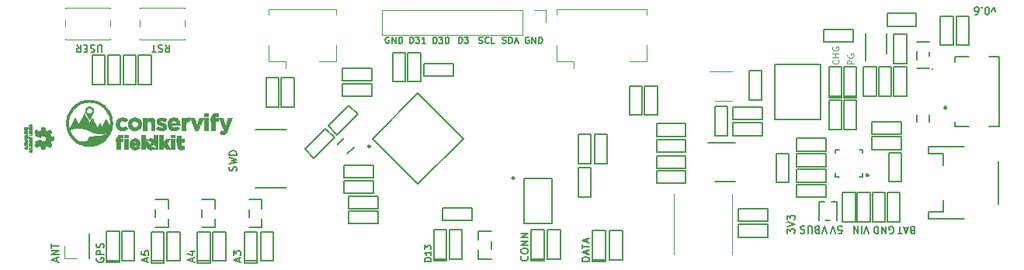
<source format=gbr>
G04 #@! TF.FileFunction,Legend,Top*
%FSLAX46Y46*%
G04 Gerber Fmt 4.6, Leading zero omitted, Abs format (unit mm)*
G04 Created by KiCad (PCBNEW 4.0.7-e2-6376~58~ubuntu16.04.1) date Wed Jan 10 12:03:20 2018*
%MOMM*%
%LPD*%
G01*
G04 APERTURE LIST*
%ADD10C,0.100000*%
%ADD11C,0.150000*%
%ADD12C,0.200000*%
%ADD13C,0.120000*%
%ADD14C,0.300000*%
%ADD15C,0.010000*%
G04 APERTURE END LIST*
D10*
D11*
X9905933Y35935400D02*
X9839267Y35968733D01*
X9739267Y35968733D01*
X9639267Y35935400D01*
X9572600Y35868733D01*
X9539267Y35802067D01*
X9505933Y35668733D01*
X9505933Y35568733D01*
X9539267Y35435400D01*
X9572600Y35368733D01*
X9639267Y35302067D01*
X9739267Y35268733D01*
X9805933Y35268733D01*
X9905933Y35302067D01*
X9939267Y35335400D01*
X9939267Y35568733D01*
X9805933Y35568733D01*
X10239267Y35268733D02*
X10239267Y35968733D01*
X10639267Y35268733D01*
X10639267Y35968733D01*
X10972600Y35268733D02*
X10972600Y35968733D01*
X11139266Y35968733D01*
X11239266Y35935400D01*
X11305933Y35868733D01*
X11339266Y35802067D01*
X11372600Y35668733D01*
X11372600Y35568733D01*
X11339266Y35435400D01*
X11305933Y35368733D01*
X11239266Y35302067D01*
X11139266Y35268733D01*
X10972600Y35268733D01*
X12180867Y35268733D02*
X12180867Y35968733D01*
X12347533Y35968733D01*
X12447533Y35935400D01*
X12514200Y35868733D01*
X12547533Y35802067D01*
X12580867Y35668733D01*
X12580867Y35568733D01*
X12547533Y35435400D01*
X12514200Y35368733D01*
X12447533Y35302067D01*
X12347533Y35268733D01*
X12180867Y35268733D01*
X12814200Y35968733D02*
X13247533Y35968733D01*
X13014200Y35702067D01*
X13114200Y35702067D01*
X13180867Y35668733D01*
X13214200Y35635400D01*
X13247533Y35568733D01*
X13247533Y35402067D01*
X13214200Y35335400D01*
X13180867Y35302067D01*
X13114200Y35268733D01*
X12914200Y35268733D01*
X12847533Y35302067D01*
X12814200Y35335400D01*
X13914200Y35268733D02*
X13514200Y35268733D01*
X13714200Y35268733D02*
X13714200Y35968733D01*
X13647534Y35868733D01*
X13580867Y35802067D01*
X13514200Y35768733D01*
X14720867Y35243333D02*
X14720867Y35943333D01*
X14887533Y35943333D01*
X14987533Y35910000D01*
X15054200Y35843333D01*
X15087533Y35776667D01*
X15120867Y35643333D01*
X15120867Y35543333D01*
X15087533Y35410000D01*
X15054200Y35343333D01*
X14987533Y35276667D01*
X14887533Y35243333D01*
X14720867Y35243333D01*
X15354200Y35943333D02*
X15787533Y35943333D01*
X15554200Y35676667D01*
X15654200Y35676667D01*
X15720867Y35643333D01*
X15754200Y35610000D01*
X15787533Y35543333D01*
X15787533Y35376667D01*
X15754200Y35310000D01*
X15720867Y35276667D01*
X15654200Y35243333D01*
X15454200Y35243333D01*
X15387533Y35276667D01*
X15354200Y35310000D01*
X16220867Y35943333D02*
X16287534Y35943333D01*
X16354200Y35910000D01*
X16387534Y35876667D01*
X16420867Y35810000D01*
X16454200Y35676667D01*
X16454200Y35510000D01*
X16420867Y35376667D01*
X16387534Y35310000D01*
X16354200Y35276667D01*
X16287534Y35243333D01*
X16220867Y35243333D01*
X16154200Y35276667D01*
X16120867Y35310000D01*
X16087534Y35376667D01*
X16054200Y35510000D01*
X16054200Y35676667D01*
X16087534Y35810000D01*
X16120867Y35876667D01*
X16154200Y35910000D01*
X16220867Y35943333D01*
X17514867Y35268733D02*
X17514867Y35968733D01*
X17681533Y35968733D01*
X17781533Y35935400D01*
X17848200Y35868733D01*
X17881533Y35802067D01*
X17914867Y35668733D01*
X17914867Y35568733D01*
X17881533Y35435400D01*
X17848200Y35368733D01*
X17781533Y35302067D01*
X17681533Y35268733D01*
X17514867Y35268733D01*
X18148200Y35968733D02*
X18581533Y35968733D01*
X18348200Y35702067D01*
X18448200Y35702067D01*
X18514867Y35668733D01*
X18548200Y35635400D01*
X18581533Y35568733D01*
X18581533Y35402067D01*
X18548200Y35335400D01*
X18514867Y35302067D01*
X18448200Y35268733D01*
X18248200Y35268733D01*
X18181533Y35302067D01*
X18148200Y35335400D01*
X19716733Y35302067D02*
X19816733Y35268733D01*
X19983400Y35268733D01*
X20050067Y35302067D01*
X20083400Y35335400D01*
X20116733Y35402067D01*
X20116733Y35468733D01*
X20083400Y35535400D01*
X20050067Y35568733D01*
X19983400Y35602067D01*
X19850067Y35635400D01*
X19783400Y35668733D01*
X19750067Y35702067D01*
X19716733Y35768733D01*
X19716733Y35835400D01*
X19750067Y35902067D01*
X19783400Y35935400D01*
X19850067Y35968733D01*
X20016733Y35968733D01*
X20116733Y35935400D01*
X20816734Y35335400D02*
X20783400Y35302067D01*
X20683400Y35268733D01*
X20616734Y35268733D01*
X20516734Y35302067D01*
X20450067Y35368733D01*
X20416734Y35435400D01*
X20383400Y35568733D01*
X20383400Y35668733D01*
X20416734Y35802067D01*
X20450067Y35868733D01*
X20516734Y35935400D01*
X20616734Y35968733D01*
X20683400Y35968733D01*
X20783400Y35935400D01*
X20816734Y35902067D01*
X21450067Y35268733D02*
X21116734Y35268733D01*
X21116734Y35968733D01*
X22282133Y35302067D02*
X22382133Y35268733D01*
X22548800Y35268733D01*
X22615467Y35302067D01*
X22648800Y35335400D01*
X22682133Y35402067D01*
X22682133Y35468733D01*
X22648800Y35535400D01*
X22615467Y35568733D01*
X22548800Y35602067D01*
X22415467Y35635400D01*
X22348800Y35668733D01*
X22315467Y35702067D01*
X22282133Y35768733D01*
X22282133Y35835400D01*
X22315467Y35902067D01*
X22348800Y35935400D01*
X22415467Y35968733D01*
X22582133Y35968733D01*
X22682133Y35935400D01*
X22982134Y35268733D02*
X22982134Y35968733D01*
X23148800Y35968733D01*
X23248800Y35935400D01*
X23315467Y35868733D01*
X23348800Y35802067D01*
X23382134Y35668733D01*
X23382134Y35568733D01*
X23348800Y35435400D01*
X23315467Y35368733D01*
X23248800Y35302067D01*
X23148800Y35268733D01*
X22982134Y35268733D01*
X23648800Y35468733D02*
X23982134Y35468733D01*
X23582134Y35268733D02*
X23815467Y35968733D01*
X24048800Y35268733D01*
X25171333Y35935400D02*
X25104667Y35968733D01*
X25004667Y35968733D01*
X24904667Y35935400D01*
X24838000Y35868733D01*
X24804667Y35802067D01*
X24771333Y35668733D01*
X24771333Y35568733D01*
X24804667Y35435400D01*
X24838000Y35368733D01*
X24904667Y35302067D01*
X25004667Y35268733D01*
X25071333Y35268733D01*
X25171333Y35302067D01*
X25204667Y35335400D01*
X25204667Y35568733D01*
X25071333Y35568733D01*
X25504667Y35268733D02*
X25504667Y35968733D01*
X25904667Y35268733D01*
X25904667Y35968733D01*
X26238000Y35268733D02*
X26238000Y35968733D01*
X26404666Y35968733D01*
X26504666Y35935400D01*
X26571333Y35868733D01*
X26604666Y35802067D01*
X26638000Y35668733D01*
X26638000Y35568733D01*
X26604666Y35435400D01*
X26571333Y35368733D01*
X26504666Y35302067D01*
X26404666Y35268733D01*
X26238000Y35268733D01*
D12*
X31756305Y11500000D02*
X30956305Y11500000D01*
X30956305Y11690476D01*
X30994400Y11804762D01*
X31070590Y11880953D01*
X31146781Y11919048D01*
X31299162Y11957143D01*
X31413448Y11957143D01*
X31565829Y11919048D01*
X31642019Y11880953D01*
X31718210Y11804762D01*
X31756305Y11690476D01*
X31756305Y11500000D01*
X31527733Y12261905D02*
X31527733Y12642857D01*
X31756305Y12185714D02*
X30956305Y12452381D01*
X31756305Y12719048D01*
X30956305Y12871428D02*
X30956305Y13328571D01*
X31756305Y13100000D02*
X30956305Y13100000D01*
X31527733Y13557143D02*
X31527733Y13938095D01*
X31756305Y13480952D02*
X30956305Y13747619D01*
X31756305Y14014286D01*
X25025314Y12046077D02*
X25063410Y12007982D01*
X25101505Y11893696D01*
X25101505Y11817506D01*
X25063410Y11703220D01*
X24987219Y11627029D01*
X24911029Y11588934D01*
X24758648Y11550839D01*
X24644362Y11550839D01*
X24491981Y11588934D01*
X24415790Y11627029D01*
X24339600Y11703220D01*
X24301505Y11817506D01*
X24301505Y11893696D01*
X24339600Y12007982D01*
X24377695Y12046077D01*
X24301505Y12541315D02*
X24301505Y12693696D01*
X24339600Y12769887D01*
X24415790Y12846077D01*
X24568171Y12884172D01*
X24834838Y12884172D01*
X24987219Y12846077D01*
X25063410Y12769887D01*
X25101505Y12693696D01*
X25101505Y12541315D01*
X25063410Y12465125D01*
X24987219Y12388934D01*
X24834838Y12350839D01*
X24568171Y12350839D01*
X24415790Y12388934D01*
X24339600Y12465125D01*
X24301505Y12541315D01*
X25101505Y13227029D02*
X24301505Y13227029D01*
X25101505Y13684172D01*
X24301505Y13684172D01*
X25101505Y14065124D02*
X24301505Y14065124D01*
X25101505Y14522267D01*
X24301505Y14522267D01*
D11*
X-21386971Y34309105D02*
X-21386971Y34956724D01*
X-21425066Y35032914D01*
X-21463162Y35071010D01*
X-21539352Y35109105D01*
X-21691733Y35109105D01*
X-21767924Y35071010D01*
X-21806019Y35032914D01*
X-21844114Y34956724D01*
X-21844114Y34309105D01*
X-22186971Y35071010D02*
X-22301257Y35109105D01*
X-22491733Y35109105D01*
X-22567923Y35071010D01*
X-22606019Y35032914D01*
X-22644114Y34956724D01*
X-22644114Y34880533D01*
X-22606019Y34804343D01*
X-22567923Y34766248D01*
X-22491733Y34728152D01*
X-22339352Y34690057D01*
X-22263161Y34651962D01*
X-22225066Y34613867D01*
X-22186971Y34537676D01*
X-22186971Y34461486D01*
X-22225066Y34385295D01*
X-22263161Y34347200D01*
X-22339352Y34309105D01*
X-22529828Y34309105D01*
X-22644114Y34347200D01*
X-22986971Y34690057D02*
X-23253638Y34690057D01*
X-23367924Y35109105D02*
X-22986971Y35109105D01*
X-22986971Y34309105D01*
X-23367924Y34309105D01*
X-24167924Y35109105D02*
X-23901257Y34728152D01*
X-23710781Y35109105D02*
X-23710781Y34309105D01*
X-24015543Y34309105D01*
X-24091734Y34347200D01*
X-24129829Y34385295D01*
X-24167924Y34461486D01*
X-24167924Y34575771D01*
X-24129829Y34651962D01*
X-24091734Y34690057D01*
X-24015543Y34728152D01*
X-23710781Y34728152D01*
X-6470667Y11468172D02*
X-6470667Y11849124D01*
X-6242095Y11391981D02*
X-7042095Y11658648D01*
X-6242095Y11925315D01*
X-7042095Y12115791D02*
X-7042095Y12611029D01*
X-6737333Y12344362D01*
X-6737333Y12458648D01*
X-6699238Y12534838D01*
X-6661143Y12572934D01*
X-6584952Y12611029D01*
X-6394476Y12611029D01*
X-6318286Y12572934D01*
X-6280190Y12534838D01*
X-6242095Y12458648D01*
X-6242095Y12230076D01*
X-6280190Y12153886D01*
X-6318286Y12115791D01*
X-11499867Y11468172D02*
X-11499867Y11849124D01*
X-11271295Y11391981D02*
X-12071295Y11658648D01*
X-11271295Y11925315D01*
X-11804629Y12534838D02*
X-11271295Y12534838D01*
X-12109390Y12344362D02*
X-11537962Y12153886D01*
X-11537962Y12649124D01*
X-16529067Y11468172D02*
X-16529067Y11849124D01*
X-16300495Y11391981D02*
X-17100495Y11658648D01*
X-16300495Y11925315D01*
X-17100495Y12572934D02*
X-17100495Y12191981D01*
X-16719543Y12153886D01*
X-16757638Y12191981D01*
X-16795733Y12268172D01*
X-16795733Y12458648D01*
X-16757638Y12534838D01*
X-16719543Y12572934D01*
X-16643352Y12611029D01*
X-16452876Y12611029D01*
X-16376686Y12572934D01*
X-16338590Y12534838D01*
X-16300495Y12458648D01*
X-16300495Y12268172D01*
X-16338590Y12191981D01*
X-16376686Y12153886D01*
X-21939200Y11823772D02*
X-21977295Y11747581D01*
X-21977295Y11633296D01*
X-21939200Y11519010D01*
X-21863010Y11442819D01*
X-21786819Y11404724D01*
X-21634438Y11366629D01*
X-21520152Y11366629D01*
X-21367771Y11404724D01*
X-21291581Y11442819D01*
X-21215390Y11519010D01*
X-21177295Y11633296D01*
X-21177295Y11709486D01*
X-21215390Y11823772D01*
X-21253486Y11861867D01*
X-21520152Y11861867D01*
X-21520152Y11709486D01*
X-21177295Y12204724D02*
X-21977295Y12204724D01*
X-21977295Y12509486D01*
X-21939200Y12585677D01*
X-21901105Y12623772D01*
X-21824914Y12661867D01*
X-21710629Y12661867D01*
X-21634438Y12623772D01*
X-21596343Y12585677D01*
X-21558248Y12509486D01*
X-21558248Y12204724D01*
X-21215390Y12966629D02*
X-21177295Y13080915D01*
X-21177295Y13271391D01*
X-21215390Y13347581D01*
X-21253486Y13385677D01*
X-21329676Y13423772D01*
X-21405867Y13423772D01*
X-21482057Y13385677D01*
X-21520152Y13347581D01*
X-21558248Y13271391D01*
X-21596343Y13119010D01*
X-21634438Y13042819D01*
X-21672533Y13004724D01*
X-21748724Y12966629D01*
X-21824914Y12966629D01*
X-21901105Y13004724D01*
X-21939200Y13042819D01*
X-21977295Y13119010D01*
X-21977295Y13309486D01*
X-21939200Y13423772D01*
X-26333467Y11480915D02*
X-26333467Y11861867D01*
X-26104895Y11404724D02*
X-26904895Y11671391D01*
X-26104895Y11938058D01*
X-26104895Y12204724D02*
X-26904895Y12204724D01*
X-26104895Y12661867D01*
X-26904895Y12661867D01*
X-26904895Y12928533D02*
X-26904895Y13385676D01*
X-26104895Y13157105D02*
X-26904895Y13157105D01*
X76012844Y38694462D02*
X75822368Y39227796D01*
X75631892Y38694462D01*
X75174749Y38427796D02*
X75098558Y38427796D01*
X75022368Y38465891D01*
X74984273Y38503986D01*
X74946177Y38580177D01*
X74908082Y38732558D01*
X74908082Y38923034D01*
X74946177Y39075415D01*
X74984273Y39151605D01*
X75022368Y39189701D01*
X75098558Y39227796D01*
X75174749Y39227796D01*
X75250939Y39189701D01*
X75289035Y39151605D01*
X75327130Y39075415D01*
X75365225Y38923034D01*
X75365225Y38732558D01*
X75327130Y38580177D01*
X75289035Y38503986D01*
X75250939Y38465891D01*
X75174749Y38427796D01*
X74565225Y39151605D02*
X74527130Y39189701D01*
X74565225Y39227796D01*
X74603320Y39189701D01*
X74565225Y39151605D01*
X74565225Y39227796D01*
X73841416Y38427796D02*
X73993797Y38427796D01*
X74069987Y38465891D01*
X74108082Y38503986D01*
X74184273Y38618272D01*
X74222368Y38770653D01*
X74222368Y39075415D01*
X74184273Y39151605D01*
X74146178Y39189701D01*
X74069987Y39227796D01*
X73917606Y39227796D01*
X73841416Y39189701D01*
X73803320Y39151605D01*
X73765225Y39075415D01*
X73765225Y38884939D01*
X73803320Y38808748D01*
X73841416Y38770653D01*
X73917606Y38732558D01*
X74069987Y38732558D01*
X74146178Y38770653D01*
X74184273Y38808748D01*
X74222368Y38884939D01*
X14489867Y11494400D02*
X13789867Y11494400D01*
X13789867Y11661066D01*
X13823200Y11761066D01*
X13889867Y11827733D01*
X13956533Y11861066D01*
X14089867Y11894400D01*
X14189867Y11894400D01*
X14323200Y11861066D01*
X14389867Y11827733D01*
X14456533Y11761066D01*
X14489867Y11661066D01*
X14489867Y11494400D01*
X14489867Y12561066D02*
X14489867Y12161066D01*
X14489867Y12361066D02*
X13789867Y12361066D01*
X13889867Y12294400D01*
X13956533Y12227733D01*
X13989867Y12161066D01*
X13789867Y12794400D02*
X13789867Y13227733D01*
X14056533Y12994400D01*
X14056533Y13094400D01*
X14089867Y13161067D01*
X14123200Y13194400D01*
X14189867Y13227733D01*
X14356533Y13227733D01*
X14423200Y13194400D01*
X14456533Y13161067D01*
X14489867Y13094400D01*
X14489867Y12894400D01*
X14456533Y12827733D01*
X14423200Y12794400D01*
X-14497105Y35109105D02*
X-14230438Y34728152D01*
X-14039962Y35109105D02*
X-14039962Y34309105D01*
X-14344724Y34309105D01*
X-14420915Y34347200D01*
X-14459010Y34385295D01*
X-14497105Y34461486D01*
X-14497105Y34575771D01*
X-14459010Y34651962D01*
X-14420915Y34690057D01*
X-14344724Y34728152D01*
X-14039962Y34728152D01*
X-14801867Y35071010D02*
X-14916153Y35109105D01*
X-15106629Y35109105D01*
X-15182819Y35071010D01*
X-15220915Y35032914D01*
X-15259010Y34956724D01*
X-15259010Y34880533D01*
X-15220915Y34804343D01*
X-15182819Y34766248D01*
X-15106629Y34728152D01*
X-14954248Y34690057D01*
X-14878057Y34651962D01*
X-14839962Y34613867D01*
X-14801867Y34537676D01*
X-14801867Y34461486D01*
X-14839962Y34385295D01*
X-14878057Y34347200D01*
X-14954248Y34309105D01*
X-15144724Y34309105D01*
X-15259010Y34347200D01*
X-15487581Y34309105D02*
X-15944724Y34309105D01*
X-15716153Y35109105D02*
X-15716153Y34309105D01*
X-6737390Y21367886D02*
X-6699295Y21482172D01*
X-6699295Y21672648D01*
X-6737390Y21748838D01*
X-6775486Y21786934D01*
X-6851676Y21825029D01*
X-6927867Y21825029D01*
X-7004057Y21786934D01*
X-7042152Y21748838D01*
X-7080248Y21672648D01*
X-7118343Y21520267D01*
X-7156438Y21444076D01*
X-7194533Y21405981D01*
X-7270724Y21367886D01*
X-7346914Y21367886D01*
X-7423105Y21405981D01*
X-7461200Y21444076D01*
X-7499295Y21520267D01*
X-7499295Y21710743D01*
X-7461200Y21825029D01*
X-7499295Y22091696D02*
X-6699295Y22282172D01*
X-7270724Y22434553D01*
X-6699295Y22586934D01*
X-7499295Y22777410D01*
X-6699295Y23082172D02*
X-7499295Y23082172D01*
X-7499295Y23272648D01*
X-7461200Y23386934D01*
X-7385010Y23463125D01*
X-7308819Y23501220D01*
X-7156438Y23539315D01*
X-7042152Y23539315D01*
X-6889771Y23501220D01*
X-6813581Y23463125D01*
X-6737390Y23386934D01*
X-6699295Y23272648D01*
X-6699295Y23082172D01*
X58893367Y14547905D02*
X59274320Y14547905D01*
X59312415Y14928857D01*
X59274320Y14890762D01*
X59198129Y14852667D01*
X59007653Y14852667D01*
X58931463Y14890762D01*
X58893367Y14928857D01*
X58855272Y15005048D01*
X58855272Y15195524D01*
X58893367Y15271714D01*
X58931463Y15309810D01*
X59007653Y15347905D01*
X59198129Y15347905D01*
X59274320Y15309810D01*
X59312415Y15271714D01*
X58626701Y14547905D02*
X58360034Y15347905D01*
X58093367Y14547905D01*
X53359105Y14554324D02*
X53359105Y15049562D01*
X53663867Y14782895D01*
X53663867Y14897181D01*
X53701962Y14973371D01*
X53740057Y15011467D01*
X53816248Y15049562D01*
X54006724Y15049562D01*
X54082914Y15011467D01*
X54121010Y14973371D01*
X54159105Y14897181D01*
X54159105Y14668609D01*
X54121010Y14592419D01*
X54082914Y14554324D01*
X53359105Y15278133D02*
X54159105Y15544800D01*
X53359105Y15811467D01*
X53359105Y16001943D02*
X53359105Y16497181D01*
X53663867Y16230514D01*
X53663867Y16344800D01*
X53701962Y16420990D01*
X53740057Y16459086D01*
X53816248Y16497181D01*
X54006724Y16497181D01*
X54082914Y16459086D01*
X54121010Y16420990D01*
X54159105Y16344800D01*
X54159105Y16116228D01*
X54121010Y16040038D01*
X54082914Y16001943D01*
X57642254Y14547905D02*
X57375587Y15347905D01*
X57108920Y14547905D01*
X56575587Y14928857D02*
X56461301Y14966952D01*
X56423206Y15005048D01*
X56385111Y15081238D01*
X56385111Y15195524D01*
X56423206Y15271714D01*
X56461301Y15309810D01*
X56537492Y15347905D01*
X56842254Y15347905D01*
X56842254Y14547905D01*
X56575587Y14547905D01*
X56499397Y14586000D01*
X56461301Y14624095D01*
X56423206Y14700286D01*
X56423206Y14776476D01*
X56461301Y14852667D01*
X56499397Y14890762D01*
X56575587Y14928857D01*
X56842254Y14928857D01*
X56042254Y14547905D02*
X56042254Y15195524D01*
X56004159Y15271714D01*
X55966063Y15309810D01*
X55889873Y15347905D01*
X55737492Y15347905D01*
X55661301Y15309810D01*
X55623206Y15271714D01*
X55585111Y15195524D01*
X55585111Y14547905D01*
X55242254Y15309810D02*
X55127968Y15347905D01*
X54937492Y15347905D01*
X54861302Y15309810D01*
X54823206Y15271714D01*
X54785111Y15195524D01*
X54785111Y15119333D01*
X54823206Y15043143D01*
X54861302Y15005048D01*
X54937492Y14966952D01*
X55089873Y14928857D01*
X55166064Y14890762D01*
X55204159Y14852667D01*
X55242254Y14776476D01*
X55242254Y14700286D01*
X55204159Y14624095D01*
X55166064Y14586000D01*
X55089873Y14547905D01*
X54899397Y14547905D01*
X54785111Y14586000D01*
X62233377Y14547905D02*
X61966710Y15347905D01*
X61700043Y14547905D01*
X61433377Y15347905D02*
X61433377Y14547905D01*
X61052425Y15347905D02*
X61052425Y14547905D01*
X60595282Y15347905D01*
X60595282Y14547905D01*
X64480310Y14535200D02*
X64556501Y14497105D01*
X64670786Y14497105D01*
X64785072Y14535200D01*
X64861263Y14611390D01*
X64899358Y14687581D01*
X64937453Y14839962D01*
X64937453Y14954248D01*
X64899358Y15106629D01*
X64861263Y15182819D01*
X64785072Y15259010D01*
X64670786Y15297105D01*
X64594596Y15297105D01*
X64480310Y15259010D01*
X64442215Y15220914D01*
X64442215Y14954248D01*
X64594596Y14954248D01*
X64099358Y15297105D02*
X64099358Y14497105D01*
X63642215Y15297105D01*
X63642215Y14497105D01*
X63261263Y15297105D02*
X63261263Y14497105D01*
X63070787Y14497105D01*
X62956501Y14535200D01*
X62880310Y14611390D01*
X62842215Y14687581D01*
X62804120Y14839962D01*
X62804120Y14954248D01*
X62842215Y15106629D01*
X62880310Y15182819D01*
X62956501Y15259010D01*
X63070787Y15297105D01*
X63261263Y15297105D01*
X66976863Y14878057D02*
X66862577Y14916152D01*
X66824482Y14954248D01*
X66786387Y15030438D01*
X66786387Y15144724D01*
X66824482Y15220914D01*
X66862577Y15259010D01*
X66938768Y15297105D01*
X67243530Y15297105D01*
X67243530Y14497105D01*
X66976863Y14497105D01*
X66900673Y14535200D01*
X66862577Y14573295D01*
X66824482Y14649486D01*
X66824482Y14725676D01*
X66862577Y14801867D01*
X66900673Y14839962D01*
X66976863Y14878057D01*
X67243530Y14878057D01*
X66481625Y15068533D02*
X66100673Y15068533D01*
X66557816Y15297105D02*
X66291149Y14497105D01*
X66024482Y15297105D01*
X65872102Y14497105D02*
X65414959Y14497105D01*
X65643530Y15297105D02*
X65643530Y14497105D01*
D10*
X60590867Y33020067D02*
X59890867Y33020067D01*
X59890867Y33286733D01*
X59924200Y33353400D01*
X59957533Y33386733D01*
X60024200Y33420067D01*
X60124200Y33420067D01*
X60190867Y33386733D01*
X60224200Y33353400D01*
X60257533Y33286733D01*
X60257533Y33020067D01*
X59924200Y34086733D02*
X59890867Y34020067D01*
X59890867Y33920067D01*
X59924200Y33820067D01*
X59990867Y33753400D01*
X60057533Y33720067D01*
X60190867Y33686733D01*
X60290867Y33686733D01*
X60424200Y33720067D01*
X60490867Y33753400D01*
X60557533Y33820067D01*
X60590867Y33920067D01*
X60590867Y33986733D01*
X60557533Y34086733D01*
X60524200Y34120067D01*
X60290867Y34120067D01*
X60290867Y33986733D01*
X58898600Y33459801D02*
X58931933Y33426467D01*
X58965267Y33326467D01*
X58965267Y33259801D01*
X58931933Y33159801D01*
X58865267Y33093134D01*
X58798600Y33059801D01*
X58665267Y33026467D01*
X58565267Y33026467D01*
X58431933Y33059801D01*
X58365267Y33093134D01*
X58298600Y33159801D01*
X58265267Y33259801D01*
X58265267Y33326467D01*
X58298600Y33426467D01*
X58331933Y33459801D01*
X58965267Y33759801D02*
X58265267Y33759801D01*
X58598600Y33759801D02*
X58598600Y34159801D01*
X58965267Y34159801D02*
X58265267Y34159801D01*
X58298600Y34859800D02*
X58265267Y34793134D01*
X58265267Y34693134D01*
X58298600Y34593134D01*
X58365267Y34526467D01*
X58431933Y34493134D01*
X58565267Y34459800D01*
X58665267Y34459800D01*
X58798600Y34493134D01*
X58865267Y34526467D01*
X58931933Y34593134D01*
X58965267Y34693134D01*
X58965267Y34759800D01*
X58931933Y34859800D01*
X58898600Y34893134D01*
X58665267Y34893134D01*
X58665267Y34759800D01*
D11*
X49172154Y29052642D02*
X50572154Y29052642D01*
X49172154Y32252642D02*
X50572154Y32252642D01*
X49172154Y29052642D02*
X49172154Y32252642D01*
X50572154Y32252642D02*
X50572154Y29052642D01*
D13*
X45488554Y29027442D02*
X47288554Y29027442D01*
X47288554Y32247442D02*
X44838554Y32247442D01*
D14*
X70648898Y28237091D02*
G75*
G03X70648898Y28237091I-70711J0D01*
G01*
D11*
X73186187Y33783091D02*
X71636187Y33783091D01*
X71636187Y33783091D02*
X71636187Y33233091D01*
X73186187Y26183091D02*
X71636187Y26183091D01*
X71636187Y26183091D02*
X71636187Y26733091D01*
X75386187Y33783091D02*
X76486187Y33783091D01*
X76486187Y26183091D02*
X75386187Y26183091D01*
X76486187Y26183091D02*
X76486187Y33783091D01*
D14*
X7803842Y24031918D02*
G75*
G03X7803842Y24031918I-70711J0D01*
G01*
D11*
X18021534Y24845091D02*
X13071787Y29794838D01*
X13071787Y19895344D02*
X8122040Y24845091D01*
X8122040Y24845091D02*
X13071787Y29794838D01*
X13071787Y19895344D02*
X18021534Y24845091D01*
X56948787Y26953091D02*
X56948787Y32953091D01*
X56948787Y26953091D02*
X51948787Y26953091D01*
X51948787Y26953091D02*
X51948787Y32953091D01*
X51948787Y32953091D02*
X56948787Y32953091D01*
D14*
X23532711Y20584800D02*
G75*
G03X23532711Y20584800I-70711J0D01*
G01*
D11*
X24662000Y20534800D02*
X24662000Y15634800D01*
X24662000Y15634800D02*
X27662000Y15634800D01*
X27662000Y15634800D02*
X27662000Y20534800D01*
X27662000Y20534800D02*
X24662000Y20534800D01*
X5374564Y23199208D02*
X6081670Y23906314D01*
X4313904Y24259868D02*
X5021010Y24966974D01*
X69235098Y32463691D02*
G75*
G03X69235098Y32463691I-70711J0D01*
G01*
X68814387Y33913691D02*
X68814387Y34363691D01*
X67514387Y33513691D02*
X67514387Y34413691D01*
X67514387Y35413691D02*
X68814387Y35413691D01*
X67514387Y32513691D02*
X68814387Y32513691D01*
X68839387Y26705691D02*
X68839387Y27505691D01*
X67489387Y26705691D02*
X67489387Y27505691D01*
X14794000Y11709600D02*
X14794000Y14909600D01*
X14794000Y14909600D02*
X16194000Y14909600D01*
X16194000Y14909600D02*
X16194000Y11709600D01*
X16194000Y11709600D02*
X14794000Y11709600D01*
X14794000Y11709600D02*
X14794000Y11509600D01*
X14794000Y11509600D02*
X16194000Y11509600D01*
X16194000Y11509600D02*
X16194000Y11709600D01*
X57374787Y17971091D02*
X56774787Y17971091D01*
X58774787Y15971091D02*
X58774787Y17971091D01*
X57524787Y15971091D02*
X58024787Y15971091D01*
X56774787Y17971091D02*
X56774787Y15971091D01*
X58774787Y17971091D02*
X58174787Y17971091D01*
X70371987Y23194491D02*
X68771987Y23194491D01*
X68771987Y23194491D02*
X68771987Y23994491D01*
X68771987Y23994491D02*
X72621987Y23994491D01*
X76371987Y17744491D02*
X76371987Y22344491D01*
X70371987Y16894491D02*
X68771987Y16894491D01*
X68771987Y16894491D02*
X68771987Y16094491D01*
X68771987Y16094491D02*
X72621987Y16094491D01*
X70371987Y23194491D02*
X70371987Y21944491D01*
X70371987Y16894491D02*
X70371987Y18144491D01*
X54396787Y19855491D02*
X54396787Y18455491D01*
X57596787Y19855491D02*
X57596787Y18455491D01*
X54396787Y19855491D02*
X57596787Y19855491D01*
X57596787Y18455491D02*
X54396787Y18455491D01*
X21069200Y14758800D02*
X19669200Y14758800D01*
X19669200Y13858800D02*
X19669200Y14758800D01*
X19669200Y11758800D02*
X19669200Y12758800D01*
X21069200Y11758800D02*
X19669200Y11758800D01*
X21069200Y12858800D02*
X21069200Y13658800D01*
X58972787Y20684091D02*
X58572787Y20684091D01*
X58572787Y20684091D02*
X58572787Y21084091D01*
X58972787Y23684091D02*
X58572787Y23684091D01*
X58572787Y23684091D02*
X58572787Y23284091D01*
X61572787Y23284091D02*
X61572787Y23684091D01*
X61572787Y23684091D02*
X61172787Y23684091D01*
D14*
X62143498Y20884091D02*
G75*
G03X62143498Y20884091I-70711J0D01*
G01*
D11*
X61172787Y20684091D02*
X61572787Y20684091D01*
X61572787Y20684091D02*
X61572787Y21084091D01*
X-20870822Y11543010D02*
X-20870822Y14743010D01*
X-20870822Y14743010D02*
X-19470822Y14743010D01*
X-19470822Y14743010D02*
X-19470822Y11543010D01*
X-19470822Y11543010D02*
X-20870822Y11543010D01*
X-20870822Y11543010D02*
X-20870822Y11343010D01*
X-20870822Y11343010D02*
X-19470822Y11343010D01*
X-19470822Y11343010D02*
X-19470822Y11543010D01*
X37771787Y27436091D02*
X39171787Y27436091D01*
X37771787Y30636091D02*
X39171787Y30636091D01*
X37771787Y27436091D02*
X37771787Y30636091D01*
X39171787Y30636091D02*
X39171787Y27436091D01*
X36120787Y27436091D02*
X37520787Y27436091D01*
X36120787Y30636091D02*
X37520787Y30636091D01*
X36120787Y27436091D02*
X36120787Y30636091D01*
X37520787Y30636091D02*
X37520787Y27436091D01*
D15*
G36*
X-29017330Y26050752D02*
X-29022931Y26040995D01*
X-29034258Y26038891D01*
X-29046689Y26037885D01*
X-29045823Y26031992D01*
X-29037774Y26022615D01*
X-29024599Y25997964D01*
X-29018148Y25964871D01*
X-29019316Y25930792D01*
X-29024504Y25911831D01*
X-29038949Y25889127D01*
X-29059717Y25868595D01*
X-29061581Y25867221D01*
X-29075192Y25858783D01*
X-29090257Y25853296D01*
X-29110687Y25850146D01*
X-29140390Y25848717D01*
X-29181113Y25848391D01*
X-29223354Y25848751D01*
X-29252578Y25850242D01*
X-29272697Y25853480D01*
X-29287620Y25859080D01*
X-29300645Y25867221D01*
X-29321562Y25887063D01*
X-29336914Y25909990D01*
X-29337721Y25911831D01*
X-29344257Y25942606D01*
X-29342602Y25977189D01*
X-29333647Y26008123D01*
X-29324451Y26022615D01*
X-29319248Y26029015D01*
X-29318709Y26033470D01*
X-29325105Y26036332D01*
X-29340707Y26037954D01*
X-29367786Y26038687D01*
X-29408613Y26038884D01*
X-29429443Y26038891D01*
X-29549164Y26038891D01*
X-29532387Y26011374D01*
X-29517958Y25973067D01*
X-29519001Y25934258D01*
X-29534533Y25898448D01*
X-29563573Y25869136D01*
X-29574156Y25862478D01*
X-29588929Y25855090D01*
X-29604689Y25849986D01*
X-29624849Y25846754D01*
X-29652823Y25844982D01*
X-29692027Y25844259D01*
X-29726249Y25844157D01*
X-29845746Y25844157D01*
X-29845746Y25920357D01*
X-29732758Y25920357D01*
X-29680584Y25920977D01*
X-29642989Y25923456D01*
X-29617645Y25928728D01*
X-29602224Y25937726D01*
X-29594397Y25951383D01*
X-29591837Y25970632D01*
X-29591746Y25976862D01*
X-29593949Y25997935D01*
X-29602031Y26013386D01*
X-29618203Y26024140D01*
X-29644676Y26031121D01*
X-29683660Y26035256D01*
X-29736541Y26037447D01*
X-29845746Y26040237D01*
X-29845746Y26106624D01*
X-29166752Y26106624D01*
X-29166752Y26034586D01*
X-29203295Y26033562D01*
X-29236764Y26026650D01*
X-29261724Y26014187D01*
X-29268195Y26007606D01*
X-29275374Y25985650D01*
X-29272587Y25959183D01*
X-29261204Y25936275D01*
X-29255082Y25930313D01*
X-29239099Y25924962D01*
X-29212163Y25922121D01*
X-29179623Y25921647D01*
X-29146831Y25923402D01*
X-29119138Y25927244D01*
X-29101894Y25933034D01*
X-29100211Y25934373D01*
X-29091903Y25952587D01*
X-29090663Y25977905D01*
X-29095924Y26002431D01*
X-29106183Y26017629D01*
X-29132570Y26029388D01*
X-29166752Y26034586D01*
X-29166752Y26106624D01*
X-29016013Y26106624D01*
X-29016013Y26072758D01*
X-29017330Y26050752D01*
X-29017330Y26050752D01*
G37*
X-29017330Y26050752D02*
X-29022931Y26040995D01*
X-29034258Y26038891D01*
X-29046689Y26037885D01*
X-29045823Y26031992D01*
X-29037774Y26022615D01*
X-29024599Y25997964D01*
X-29018148Y25964871D01*
X-29019316Y25930792D01*
X-29024504Y25911831D01*
X-29038949Y25889127D01*
X-29059717Y25868595D01*
X-29061581Y25867221D01*
X-29075192Y25858783D01*
X-29090257Y25853296D01*
X-29110687Y25850146D01*
X-29140390Y25848717D01*
X-29181113Y25848391D01*
X-29223354Y25848751D01*
X-29252578Y25850242D01*
X-29272697Y25853480D01*
X-29287620Y25859080D01*
X-29300645Y25867221D01*
X-29321562Y25887063D01*
X-29336914Y25909990D01*
X-29337721Y25911831D01*
X-29344257Y25942606D01*
X-29342602Y25977189D01*
X-29333647Y26008123D01*
X-29324451Y26022615D01*
X-29319248Y26029015D01*
X-29318709Y26033470D01*
X-29325105Y26036332D01*
X-29340707Y26037954D01*
X-29367786Y26038687D01*
X-29408613Y26038884D01*
X-29429443Y26038891D01*
X-29549164Y26038891D01*
X-29532387Y26011374D01*
X-29517958Y25973067D01*
X-29519001Y25934258D01*
X-29534533Y25898448D01*
X-29563573Y25869136D01*
X-29574156Y25862478D01*
X-29588929Y25855090D01*
X-29604689Y25849986D01*
X-29624849Y25846754D01*
X-29652823Y25844982D01*
X-29692027Y25844259D01*
X-29726249Y25844157D01*
X-29845746Y25844157D01*
X-29845746Y25920357D01*
X-29732758Y25920357D01*
X-29680584Y25920977D01*
X-29642989Y25923456D01*
X-29617645Y25928728D01*
X-29602224Y25937726D01*
X-29594397Y25951383D01*
X-29591837Y25970632D01*
X-29591746Y25976862D01*
X-29593949Y25997935D01*
X-29602031Y26013386D01*
X-29618203Y26024140D01*
X-29644676Y26031121D01*
X-29683660Y26035256D01*
X-29736541Y26037447D01*
X-29845746Y26040237D01*
X-29845746Y26106624D01*
X-29166752Y26106624D01*
X-29166752Y26034586D01*
X-29203295Y26033562D01*
X-29236764Y26026650D01*
X-29261724Y26014187D01*
X-29268195Y26007606D01*
X-29275374Y25985650D01*
X-29272587Y25959183D01*
X-29261204Y25936275D01*
X-29255082Y25930313D01*
X-29239099Y25924962D01*
X-29212163Y25922121D01*
X-29179623Y25921647D01*
X-29146831Y25923402D01*
X-29119138Y25927244D01*
X-29101894Y25933034D01*
X-29100211Y25934373D01*
X-29091903Y25952587D01*
X-29090663Y25977905D01*
X-29095924Y26002431D01*
X-29106183Y26017629D01*
X-29132570Y26029388D01*
X-29166752Y26034586D01*
X-29166752Y26106624D01*
X-29016013Y26106624D01*
X-29016013Y26072758D01*
X-29017330Y26050752D01*
G36*
X-29521538Y25633959D02*
X-29538444Y25593297D01*
X-29558777Y25569535D01*
X-29569192Y25561281D01*
X-29579623Y25555438D01*
X-29593068Y25551591D01*
X-29612527Y25549322D01*
X-29640997Y25548216D01*
X-29681478Y25547855D01*
X-29715162Y25547824D01*
X-29845746Y25547824D01*
X-29845746Y25581691D01*
X-29843802Y25602897D01*
X-29838947Y25614693D01*
X-29836982Y25615558D01*
X-29832542Y25620740D01*
X-29836982Y25631934D01*
X-29844246Y25657826D01*
X-29845746Y25692284D01*
X-29841885Y25728101D01*
X-29833064Y25758071D01*
X-29829578Y25764735D01*
X-29807293Y25787868D01*
X-29776143Y25804485D01*
X-29746279Y25810291D01*
X-29743296Y25809553D01*
X-29743296Y25741409D01*
X-29760621Y25737528D01*
X-29768868Y25727741D01*
X-29774961Y25708165D01*
X-29777422Y25681199D01*
X-29776316Y25653631D01*
X-29771713Y25632248D01*
X-29767853Y25625717D01*
X-29752251Y25618121D01*
X-29733986Y25615558D01*
X-29720803Y25616377D01*
X-29713721Y25621512D01*
X-29710846Y25634975D01*
X-29710282Y25660778D01*
X-29710280Y25665753D01*
X-29712726Y25702754D01*
X-29720295Y25725161D01*
X-29723584Y25729253D01*
X-29743296Y25741409D01*
X-29743296Y25809553D01*
X-29719106Y25803567D01*
X-29691098Y25786523D01*
X-29669260Y25763847D01*
X-29664367Y25755440D01*
X-29656156Y25727872D01*
X-29651587Y25690541D01*
X-29651013Y25671428D01*
X-29650589Y25641516D01*
X-29648460Y25624766D01*
X-29643339Y25617414D01*
X-29633939Y25615692D01*
X-29631963Y25615687D01*
X-29608035Y25620057D01*
X-29593677Y25634760D01*
X-29586081Y25662793D01*
X-29585780Y25664959D01*
X-29585765Y25698129D01*
X-29595282Y25721515D01*
X-29603861Y25736816D01*
X-29603304Y25748540D01*
X-29592746Y25764292D01*
X-29590023Y25767756D01*
X-29575256Y25783321D01*
X-29563635Y25790336D01*
X-29562113Y25790313D01*
X-29551487Y25780787D01*
X-29539219Y25760074D01*
X-29527613Y25733455D01*
X-29518970Y25706212D01*
X-29515593Y25683626D01*
X-29515593Y25683614D01*
X-29521538Y25633959D01*
X-29521538Y25633959D01*
G37*
X-29521538Y25633959D02*
X-29538444Y25593297D01*
X-29558777Y25569535D01*
X-29569192Y25561281D01*
X-29579623Y25555438D01*
X-29593068Y25551591D01*
X-29612527Y25549322D01*
X-29640997Y25548216D01*
X-29681478Y25547855D01*
X-29715162Y25547824D01*
X-29845746Y25547824D01*
X-29845746Y25581691D01*
X-29843802Y25602897D01*
X-29838947Y25614693D01*
X-29836982Y25615558D01*
X-29832542Y25620740D01*
X-29836982Y25631934D01*
X-29844246Y25657826D01*
X-29845746Y25692284D01*
X-29841885Y25728101D01*
X-29833064Y25758071D01*
X-29829578Y25764735D01*
X-29807293Y25787868D01*
X-29776143Y25804485D01*
X-29746279Y25810291D01*
X-29743296Y25809553D01*
X-29743296Y25741409D01*
X-29760621Y25737528D01*
X-29768868Y25727741D01*
X-29774961Y25708165D01*
X-29777422Y25681199D01*
X-29776316Y25653631D01*
X-29771713Y25632248D01*
X-29767853Y25625717D01*
X-29752251Y25618121D01*
X-29733986Y25615558D01*
X-29720803Y25616377D01*
X-29713721Y25621512D01*
X-29710846Y25634975D01*
X-29710282Y25660778D01*
X-29710280Y25665753D01*
X-29712726Y25702754D01*
X-29720295Y25725161D01*
X-29723584Y25729253D01*
X-29743296Y25741409D01*
X-29743296Y25809553D01*
X-29719106Y25803567D01*
X-29691098Y25786523D01*
X-29669260Y25763847D01*
X-29664367Y25755440D01*
X-29656156Y25727872D01*
X-29651587Y25690541D01*
X-29651013Y25671428D01*
X-29650589Y25641516D01*
X-29648460Y25624766D01*
X-29643339Y25617414D01*
X-29633939Y25615692D01*
X-29631963Y25615687D01*
X-29608035Y25620057D01*
X-29593677Y25634760D01*
X-29586081Y25662793D01*
X-29585780Y25664959D01*
X-29585765Y25698129D01*
X-29595282Y25721515D01*
X-29603861Y25736816D01*
X-29603304Y25748540D01*
X-29592746Y25764292D01*
X-29590023Y25767756D01*
X-29575256Y25783321D01*
X-29563635Y25790336D01*
X-29562113Y25790313D01*
X-29551487Y25780787D01*
X-29539219Y25760074D01*
X-29527613Y25733455D01*
X-29518970Y25706212D01*
X-29515593Y25683626D01*
X-29515593Y25683614D01*
X-29521538Y25633959D01*
G36*
X-29519503Y25307755D02*
X-29528562Y25284747D01*
X-29541578Y25259577D01*
X-29570624Y25281732D01*
X-29588802Y25297234D01*
X-29596108Y25311307D01*
X-29595775Y25331800D01*
X-29594696Y25340177D01*
X-29593080Y25366041D01*
X-29598372Y25383152D01*
X-29607667Y25394412D01*
X-29616389Y25401812D01*
X-29627223Y25406851D01*
X-29643354Y25409977D01*
X-29667969Y25411637D01*
X-29704253Y25412277D01*
X-29735680Y25412357D01*
X-29845746Y25412357D01*
X-29845746Y25479383D01*
X-29684155Y25481853D01*
X-29633809Y25482538D01*
X-29589690Y25482977D01*
X-29554426Y25483156D01*
X-29530648Y25483063D01*
X-29520986Y25482685D01*
X-29520906Y25482647D01*
X-29520592Y25474035D01*
X-29521817Y25454539D01*
X-29522520Y25446664D01*
X-29527596Y25422194D01*
X-29536351Y25412453D01*
X-29537478Y25412357D01*
X-29543187Y25408870D01*
X-29539090Y25396540D01*
X-29532387Y25384841D01*
X-29517485Y25346464D01*
X-29519503Y25307755D01*
X-29519503Y25307755D01*
G37*
X-29519503Y25307755D02*
X-29528562Y25284747D01*
X-29541578Y25259577D01*
X-29570624Y25281732D01*
X-29588802Y25297234D01*
X-29596108Y25311307D01*
X-29595775Y25331800D01*
X-29594696Y25340177D01*
X-29593080Y25366041D01*
X-29598372Y25383152D01*
X-29607667Y25394412D01*
X-29616389Y25401812D01*
X-29627223Y25406851D01*
X-29643354Y25409977D01*
X-29667969Y25411637D01*
X-29704253Y25412277D01*
X-29735680Y25412357D01*
X-29845746Y25412357D01*
X-29845746Y25479383D01*
X-29684155Y25481853D01*
X-29633809Y25482538D01*
X-29589690Y25482977D01*
X-29554426Y25483156D01*
X-29530648Y25483063D01*
X-29520986Y25482685D01*
X-29520906Y25482647D01*
X-29520592Y25474035D01*
X-29521817Y25454539D01*
X-29522520Y25446664D01*
X-29527596Y25422194D01*
X-29536351Y25412453D01*
X-29537478Y25412357D01*
X-29543187Y25408870D01*
X-29539090Y25396540D01*
X-29532387Y25384841D01*
X-29517485Y25346464D01*
X-29519503Y25307755D01*
G36*
X-29845746Y25005957D02*
X-29845746Y25039824D01*
X-29843710Y25063230D01*
X-29836875Y25072975D01*
X-29832829Y25073691D01*
X-29824918Y25075389D01*
X-29825555Y25083455D01*
X-29832829Y25098670D01*
X-29840916Y25123036D01*
X-29845416Y25153539D01*
X-29845746Y25163017D01*
X-29843545Y25190942D01*
X-29834429Y25211403D01*
X-29817777Y25230354D01*
X-29796646Y25248123D01*
X-29773540Y25258386D01*
X-29741048Y25264415D01*
X-29740437Y25264492D01*
X-29703626Y25267033D01*
X-29687208Y25267025D01*
X-29687208Y25193614D01*
X-29720793Y25190552D01*
X-29748226Y25183233D01*
X-29761079Y25175291D01*
X-29775838Y25149884D01*
X-29775030Y25121217D01*
X-29765626Y25102107D01*
X-29747865Y25089187D01*
X-29719432Y25081052D01*
X-29685464Y25077749D01*
X-29651094Y25079323D01*
X-29621457Y25085821D01*
X-29601688Y25097291D01*
X-29599104Y25100595D01*
X-29592344Y25124009D01*
X-29594346Y25151950D01*
X-29604287Y25174990D01*
X-29605758Y25176741D01*
X-29624070Y25186761D01*
X-29653093Y25192368D01*
X-29687208Y25193614D01*
X-29687208Y25267025D01*
X-29661457Y25267010D01*
X-29635346Y25265457D01*
X-29602890Y25261350D01*
X-29581020Y25254783D01*
X-29563388Y25243220D01*
X-29551194Y25231823D01*
X-29526089Y25196517D01*
X-29517435Y25157994D01*
X-29525441Y25117570D01*
X-29531033Y25105441D01*
X-29547587Y25073691D01*
X-29388546Y25073691D01*
X-29388546Y25005957D01*
X-29845746Y25005957D01*
X-29845746Y25005957D01*
G37*
X-29845746Y25005957D02*
X-29845746Y25039824D01*
X-29843710Y25063230D01*
X-29836875Y25072975D01*
X-29832829Y25073691D01*
X-29824918Y25075389D01*
X-29825555Y25083455D01*
X-29832829Y25098670D01*
X-29840916Y25123036D01*
X-29845416Y25153539D01*
X-29845746Y25163017D01*
X-29843545Y25190942D01*
X-29834429Y25211403D01*
X-29817777Y25230354D01*
X-29796646Y25248123D01*
X-29773540Y25258386D01*
X-29741048Y25264415D01*
X-29740437Y25264492D01*
X-29703626Y25267033D01*
X-29687208Y25267025D01*
X-29687208Y25193614D01*
X-29720793Y25190552D01*
X-29748226Y25183233D01*
X-29761079Y25175291D01*
X-29775838Y25149884D01*
X-29775030Y25121217D01*
X-29765626Y25102107D01*
X-29747865Y25089187D01*
X-29719432Y25081052D01*
X-29685464Y25077749D01*
X-29651094Y25079323D01*
X-29621457Y25085821D01*
X-29601688Y25097291D01*
X-29599104Y25100595D01*
X-29592344Y25124009D01*
X-29594346Y25151950D01*
X-29604287Y25174990D01*
X-29605758Y25176741D01*
X-29624070Y25186761D01*
X-29653093Y25192368D01*
X-29687208Y25193614D01*
X-29687208Y25267025D01*
X-29661457Y25267010D01*
X-29635346Y25265457D01*
X-29602890Y25261350D01*
X-29581020Y25254783D01*
X-29563388Y25243220D01*
X-29551194Y25231823D01*
X-29526089Y25196517D01*
X-29517435Y25157994D01*
X-29525441Y25117570D01*
X-29531033Y25105441D01*
X-29547587Y25073691D01*
X-29388546Y25073691D01*
X-29388546Y25005957D01*
X-29845746Y25005957D01*
G36*
X-29521304Y24561458D02*
X-29522831Y24539352D01*
X-29528516Y24529842D01*
X-29537555Y24528479D01*
X-29550561Y24531320D01*
X-29576693Y24538656D01*
X-29613021Y24549605D01*
X-29656614Y24563287D01*
X-29697580Y24576536D01*
X-29841513Y24623707D01*
X-29841513Y24687711D01*
X-29736634Y24718474D01*
X-29631756Y24749237D01*
X-29702768Y24771083D01*
X-29740390Y24782588D01*
X-29776612Y24793549D01*
X-29804848Y24801975D01*
X-29809763Y24803416D01*
X-29832158Y24811059D01*
X-29842597Y24820065D01*
X-29845608Y24835678D01*
X-29845746Y24845105D01*
X-29845746Y24876306D01*
X-29737796Y24911283D01*
X-29669333Y24933357D01*
X-29615630Y24950411D01*
X-29575400Y24962831D01*
X-29547355Y24971002D01*
X-29530208Y24975311D01*
X-29522672Y24976143D01*
X-29522187Y24975909D01*
X-29521201Y24966673D01*
X-29521801Y24946493D01*
X-29522501Y24936336D01*
X-29526640Y24910967D01*
X-29534642Y24899387D01*
X-29539543Y24897917D01*
X-29559503Y24894370D01*
X-29587287Y24887574D01*
X-29619299Y24878654D01*
X-29651945Y24868733D01*
X-29681632Y24858936D01*
X-29704764Y24850389D01*
X-29717749Y24844215D01*
X-29718746Y24841849D01*
X-29705797Y24837171D01*
X-29680688Y24828548D01*
X-29647348Y24817318D01*
X-29618580Y24807750D01*
X-29582883Y24795773D01*
X-29553691Y24785661D01*
X-29534409Y24778614D01*
X-29528387Y24775969D01*
X-29525489Y24766414D01*
X-29522720Y24749199D01*
X-29522049Y24739424D01*
X-29524460Y24731767D01*
X-29532419Y24724853D01*
X-29548393Y24717302D01*
X-29574851Y24707737D01*
X-29614259Y24694781D01*
X-29628310Y24690241D01*
X-29736841Y24655209D01*
X-29628992Y24625267D01*
X-29521144Y24595324D01*
X-29521304Y24561458D01*
X-29521304Y24561458D01*
G37*
X-29521304Y24561458D02*
X-29522831Y24539352D01*
X-29528516Y24529842D01*
X-29537555Y24528479D01*
X-29550561Y24531320D01*
X-29576693Y24538656D01*
X-29613021Y24549605D01*
X-29656614Y24563287D01*
X-29697580Y24576536D01*
X-29841513Y24623707D01*
X-29841513Y24687711D01*
X-29736634Y24718474D01*
X-29631756Y24749237D01*
X-29702768Y24771083D01*
X-29740390Y24782588D01*
X-29776612Y24793549D01*
X-29804848Y24801975D01*
X-29809763Y24803416D01*
X-29832158Y24811059D01*
X-29842597Y24820065D01*
X-29845608Y24835678D01*
X-29845746Y24845105D01*
X-29845746Y24876306D01*
X-29737796Y24911283D01*
X-29669333Y24933357D01*
X-29615630Y24950411D01*
X-29575400Y24962831D01*
X-29547355Y24971002D01*
X-29530208Y24975311D01*
X-29522672Y24976143D01*
X-29522187Y24975909D01*
X-29521201Y24966673D01*
X-29521801Y24946493D01*
X-29522501Y24936336D01*
X-29526640Y24910967D01*
X-29534642Y24899387D01*
X-29539543Y24897917D01*
X-29559503Y24894370D01*
X-29587287Y24887574D01*
X-29619299Y24878654D01*
X-29651945Y24868733D01*
X-29681632Y24858936D01*
X-29704764Y24850389D01*
X-29717749Y24844215D01*
X-29718746Y24841849D01*
X-29705797Y24837171D01*
X-29680688Y24828548D01*
X-29647348Y24817318D01*
X-29618580Y24807750D01*
X-29582883Y24795773D01*
X-29553691Y24785661D01*
X-29534409Y24778614D01*
X-29528387Y24775969D01*
X-29525489Y24766414D01*
X-29522720Y24749199D01*
X-29522049Y24739424D01*
X-29524460Y24731767D01*
X-29532419Y24724853D01*
X-29548393Y24717302D01*
X-29574851Y24707737D01*
X-29614259Y24694781D01*
X-29628310Y24690241D01*
X-29736841Y24655209D01*
X-29628992Y24625267D01*
X-29521144Y24595324D01*
X-29521304Y24561458D01*
G36*
X-29524399Y24337271D02*
X-29535607Y24308755D01*
X-29537529Y24305962D01*
X-29551143Y24289636D01*
X-29565986Y24277796D01*
X-29584951Y24269732D01*
X-29610929Y24264736D01*
X-29646812Y24262098D01*
X-29695491Y24261110D01*
X-29720863Y24261016D01*
X-29845746Y24260891D01*
X-29845746Y24294052D01*
X-29843245Y24316779D01*
X-29836896Y24330048D01*
X-29835163Y24331094D01*
X-29828825Y24336747D01*
X-29835163Y24346192D01*
X-29841935Y24362658D01*
X-29844945Y24389654D01*
X-29844315Y24421228D01*
X-29840169Y24451430D01*
X-29832632Y24474309D01*
X-29832493Y24474568D01*
X-29808506Y24502457D01*
X-29775711Y24518514D01*
X-29742751Y24521191D01*
X-29742751Y24455624D01*
X-29761813Y24450171D01*
X-29773186Y24432657D01*
X-29777804Y24401352D01*
X-29778013Y24390221D01*
X-29777153Y24363420D01*
X-29773198Y24348457D01*
X-29764086Y24340269D01*
X-29756295Y24336881D01*
X-29732020Y24329240D01*
X-29718153Y24331052D01*
X-29711855Y24344714D01*
X-29710286Y24372627D01*
X-29710280Y24375747D01*
X-29713395Y24417809D01*
X-29722780Y24444265D01*
X-29738496Y24455264D01*
X-29742751Y24455624D01*
X-29742751Y24521191D01*
X-29738480Y24521539D01*
X-29701536Y24510514D01*
X-29676498Y24491197D01*
X-29660454Y24462536D01*
X-29652415Y24422139D01*
X-29651013Y24388311D01*
X-29650562Y24357032D01*
X-29648528Y24339067D01*
X-29643885Y24330808D01*
X-29635611Y24328646D01*
X-29634080Y24328624D01*
X-29610797Y24335996D01*
X-29593839Y24355084D01*
X-29584793Y24381349D01*
X-29585243Y24410251D01*
X-29596349Y24436650D01*
X-29603995Y24450288D01*
X-29602687Y24462229D01*
X-29591478Y24479573D01*
X-29590420Y24481007D01*
X-29574846Y24498698D01*
X-29561985Y24502080D01*
X-29547705Y24490898D01*
X-29537228Y24477753D01*
X-29525349Y24451037D01*
X-29519259Y24414596D01*
X-29518945Y24374613D01*
X-29524399Y24337271D01*
X-29524399Y24337271D01*
G37*
X-29524399Y24337271D02*
X-29535607Y24308755D01*
X-29537529Y24305962D01*
X-29551143Y24289636D01*
X-29565986Y24277796D01*
X-29584951Y24269732D01*
X-29610929Y24264736D01*
X-29646812Y24262098D01*
X-29695491Y24261110D01*
X-29720863Y24261016D01*
X-29845746Y24260891D01*
X-29845746Y24294052D01*
X-29843245Y24316779D01*
X-29836896Y24330048D01*
X-29835163Y24331094D01*
X-29828825Y24336747D01*
X-29835163Y24346192D01*
X-29841935Y24362658D01*
X-29844945Y24389654D01*
X-29844315Y24421228D01*
X-29840169Y24451430D01*
X-29832632Y24474309D01*
X-29832493Y24474568D01*
X-29808506Y24502457D01*
X-29775711Y24518514D01*
X-29742751Y24521191D01*
X-29742751Y24455624D01*
X-29761813Y24450171D01*
X-29773186Y24432657D01*
X-29777804Y24401352D01*
X-29778013Y24390221D01*
X-29777153Y24363420D01*
X-29773198Y24348457D01*
X-29764086Y24340269D01*
X-29756295Y24336881D01*
X-29732020Y24329240D01*
X-29718153Y24331052D01*
X-29711855Y24344714D01*
X-29710286Y24372627D01*
X-29710280Y24375747D01*
X-29713395Y24417809D01*
X-29722780Y24444265D01*
X-29738496Y24455264D01*
X-29742751Y24455624D01*
X-29742751Y24521191D01*
X-29738480Y24521539D01*
X-29701536Y24510514D01*
X-29676498Y24491197D01*
X-29660454Y24462536D01*
X-29652415Y24422139D01*
X-29651013Y24388311D01*
X-29650562Y24357032D01*
X-29648528Y24339067D01*
X-29643885Y24330808D01*
X-29635611Y24328646D01*
X-29634080Y24328624D01*
X-29610797Y24335996D01*
X-29593839Y24355084D01*
X-29584793Y24381349D01*
X-29585243Y24410251D01*
X-29596349Y24436650D01*
X-29603995Y24450288D01*
X-29602687Y24462229D01*
X-29591478Y24479573D01*
X-29590420Y24481007D01*
X-29574846Y24498698D01*
X-29561985Y24502080D01*
X-29547705Y24490898D01*
X-29537228Y24477753D01*
X-29525349Y24451037D01*
X-29519259Y24414596D01*
X-29518945Y24374613D01*
X-29524399Y24337271D01*
G36*
X-29523763Y24011882D02*
X-29532752Y23990299D01*
X-29543245Y23983007D01*
X-29559292Y23989029D01*
X-29574615Y23999617D01*
X-29589453Y24012318D01*
X-29595709Y24025493D01*
X-29595678Y24045873D01*
X-29594403Y24057678D01*
X-29593004Y24081919D01*
X-29596807Y24099637D01*
X-29607924Y24111830D01*
X-29628466Y24119498D01*
X-29660544Y24123639D01*
X-29706269Y24125252D01*
X-29737563Y24125424D01*
X-29845746Y24125424D01*
X-29845746Y24201624D01*
X-29686291Y24201624D01*
X-29636112Y24201432D01*
X-29592007Y24200898D01*
X-29556670Y24200084D01*
X-29532798Y24199052D01*
X-29523085Y24197867D01*
X-29523042Y24197831D01*
X-29521390Y24187798D01*
X-29521893Y24167377D01*
X-29522520Y24159731D01*
X-29527392Y24135299D01*
X-29536384Y24125716D01*
X-29538914Y24125424D01*
X-29547216Y24123833D01*
X-29543624Y24116356D01*
X-29538126Y24110052D01*
X-29522549Y24081330D01*
X-29517949Y24045165D01*
X-29523763Y24011882D01*
X-29523763Y24011882D01*
G37*
X-29523763Y24011882D02*
X-29532752Y23990299D01*
X-29543245Y23983007D01*
X-29559292Y23989029D01*
X-29574615Y23999617D01*
X-29589453Y24012318D01*
X-29595709Y24025493D01*
X-29595678Y24045873D01*
X-29594403Y24057678D01*
X-29593004Y24081919D01*
X-29596807Y24099637D01*
X-29607924Y24111830D01*
X-29628466Y24119498D01*
X-29660544Y24123639D01*
X-29706269Y24125252D01*
X-29737563Y24125424D01*
X-29845746Y24125424D01*
X-29845746Y24201624D01*
X-29686291Y24201624D01*
X-29636112Y24201432D01*
X-29592007Y24200898D01*
X-29556670Y24200084D01*
X-29532798Y24199052D01*
X-29523085Y24197867D01*
X-29523042Y24197831D01*
X-29521390Y24187798D01*
X-29521893Y24167377D01*
X-29522520Y24159731D01*
X-29527392Y24135299D01*
X-29536384Y24125716D01*
X-29538914Y24125424D01*
X-29547216Y24123833D01*
X-29543624Y24116356D01*
X-29538126Y24110052D01*
X-29522549Y24081330D01*
X-29517949Y24045165D01*
X-29523763Y24011882D01*
G36*
X-29523024Y23815812D02*
X-29533650Y23789116D01*
X-29557016Y23754043D01*
X-29587846Y23730633D01*
X-29629257Y23716998D01*
X-29659527Y23712808D01*
X-29710280Y23708206D01*
X-29710280Y23811552D01*
X-29710368Y23854759D01*
X-29710978Y23883681D01*
X-29712624Y23900965D01*
X-29715823Y23909260D01*
X-29721090Y23911213D01*
X-29728942Y23909472D01*
X-29729330Y23909359D01*
X-29755011Y23893943D01*
X-29771876Y23868170D01*
X-29778493Y23836925D01*
X-29773429Y23805089D01*
X-29764758Y23788534D01*
X-29756965Y23774802D01*
X-29758287Y23763157D01*
X-29769752Y23746508D01*
X-29771108Y23744785D01*
X-29784930Y23728534D01*
X-29794197Y23719892D01*
X-29795171Y23719493D01*
X-29801914Y23725683D01*
X-29814224Y23742013D01*
X-29822688Y23754586D01*
X-29837726Y23782608D01*
X-29844296Y23810841D01*
X-29845209Y23837136D01*
X-29843662Y23866699D01*
X-29840280Y23891389D01*
X-29837623Y23901057D01*
X-29814911Y23934494D01*
X-29779419Y23960059D01*
X-29734070Y23976214D01*
X-29684935Y23981444D01*
X-29651013Y23977731D01*
X-29651013Y23912877D01*
X-29651013Y23849817D01*
X-29650377Y23816648D01*
X-29648033Y23797217D01*
X-29643324Y23788361D01*
X-29637928Y23786757D01*
X-29623377Y23792381D01*
X-29605568Y23806065D01*
X-29604061Y23807539D01*
X-29586578Y23834498D01*
X-29584533Y23861925D01*
X-29597099Y23886085D01*
X-29623446Y23903239D01*
X-29625434Y23903960D01*
X-29651013Y23912877D01*
X-29651013Y23977731D01*
X-29629687Y23975396D01*
X-29584001Y23958509D01*
X-29549184Y23932445D01*
X-29526544Y23898866D01*
X-29517388Y23859434D01*
X-29523024Y23815812D01*
X-29523024Y23815812D01*
G37*
X-29523024Y23815812D02*
X-29533650Y23789116D01*
X-29557016Y23754043D01*
X-29587846Y23730633D01*
X-29629257Y23716998D01*
X-29659527Y23712808D01*
X-29710280Y23708206D01*
X-29710280Y23811552D01*
X-29710368Y23854759D01*
X-29710978Y23883681D01*
X-29712624Y23900965D01*
X-29715823Y23909260D01*
X-29721090Y23911213D01*
X-29728942Y23909472D01*
X-29729330Y23909359D01*
X-29755011Y23893943D01*
X-29771876Y23868170D01*
X-29778493Y23836925D01*
X-29773429Y23805089D01*
X-29764758Y23788534D01*
X-29756965Y23774802D01*
X-29758287Y23763157D01*
X-29769752Y23746508D01*
X-29771108Y23744785D01*
X-29784930Y23728534D01*
X-29794197Y23719892D01*
X-29795171Y23719493D01*
X-29801914Y23725683D01*
X-29814224Y23742013D01*
X-29822688Y23754586D01*
X-29837726Y23782608D01*
X-29844296Y23810841D01*
X-29845209Y23837136D01*
X-29843662Y23866699D01*
X-29840280Y23891389D01*
X-29837623Y23901057D01*
X-29814911Y23934494D01*
X-29779419Y23960059D01*
X-29734070Y23976214D01*
X-29684935Y23981444D01*
X-29651013Y23977731D01*
X-29651013Y23912877D01*
X-29651013Y23849817D01*
X-29650377Y23816648D01*
X-29648033Y23797217D01*
X-29643324Y23788361D01*
X-29637928Y23786757D01*
X-29623377Y23792381D01*
X-29605568Y23806065D01*
X-29604061Y23807539D01*
X-29586578Y23834498D01*
X-29584533Y23861925D01*
X-29597099Y23886085D01*
X-29623446Y23903239D01*
X-29625434Y23903960D01*
X-29651013Y23912877D01*
X-29651013Y23977731D01*
X-29629687Y23975396D01*
X-29584001Y23958509D01*
X-29549184Y23932445D01*
X-29526544Y23898866D01*
X-29517388Y23859434D01*
X-29523024Y23815812D01*
G36*
X-29833046Y25784891D02*
X-29837279Y25789124D01*
X-29833046Y25793357D01*
X-29828813Y25789124D01*
X-29833046Y25784891D01*
X-29833046Y25784891D01*
G37*
X-29833046Y25784891D02*
X-29837279Y25789124D01*
X-29833046Y25793357D01*
X-29828813Y25789124D01*
X-29833046Y25784891D01*
G36*
X-29018726Y26266919D02*
X-29031346Y26227276D01*
X-29056238Y26192831D01*
X-29074222Y26178074D01*
X-29091069Y26167990D01*
X-29108477Y26161814D01*
X-29131237Y26158623D01*
X-29164142Y26157501D01*
X-29181826Y26157424D01*
X-29220812Y26158022D01*
X-29247603Y26160383D01*
X-29266913Y26165365D01*
X-29283456Y26173820D01*
X-29287811Y26176643D01*
X-29318529Y26206535D01*
X-29338397Y26245308D01*
X-29346359Y26288336D01*
X-29341360Y26330995D01*
X-29329325Y26358585D01*
X-29307393Y26386892D01*
X-29280301Y26405532D01*
X-29244575Y26415996D01*
X-29196744Y26419774D01*
X-29186626Y26419859D01*
X-29175772Y26419368D01*
X-29175772Y26352158D01*
X-29221266Y26348386D01*
X-29252199Y26336907D01*
X-29269208Y26317478D01*
X-29269703Y26316297D01*
X-29276521Y26296867D01*
X-29276387Y26283012D01*
X-29269180Y26264811D01*
X-29269079Y26264590D01*
X-29249386Y26241214D01*
X-29216463Y26228182D01*
X-29182831Y26225273D01*
X-29144594Y26227568D01*
X-29119029Y26235160D01*
X-29102303Y26249558D01*
X-29096283Y26259340D01*
X-29088612Y26282610D01*
X-29092495Y26306937D01*
X-29093279Y26309243D01*
X-29105220Y26332060D01*
X-29123893Y26345457D01*
X-29153038Y26351380D01*
X-29175772Y26352158D01*
X-29175772Y26419368D01*
X-29134455Y26417496D01*
X-29097396Y26410245D01*
X-29086976Y26406147D01*
X-29052503Y26381375D01*
X-29029504Y26347535D01*
X-29018178Y26308195D01*
X-29018726Y26266919D01*
X-29018726Y26266919D01*
G37*
X-29018726Y26266919D02*
X-29031346Y26227276D01*
X-29056238Y26192831D01*
X-29074222Y26178074D01*
X-29091069Y26167990D01*
X-29108477Y26161814D01*
X-29131237Y26158623D01*
X-29164142Y26157501D01*
X-29181826Y26157424D01*
X-29220812Y26158022D01*
X-29247603Y26160383D01*
X-29266913Y26165365D01*
X-29283456Y26173820D01*
X-29287811Y26176643D01*
X-29318529Y26206535D01*
X-29338397Y26245308D01*
X-29346359Y26288336D01*
X-29341360Y26330995D01*
X-29329325Y26358585D01*
X-29307393Y26386892D01*
X-29280301Y26405532D01*
X-29244575Y26415996D01*
X-29196744Y26419774D01*
X-29186626Y26419859D01*
X-29175772Y26419368D01*
X-29175772Y26352158D01*
X-29221266Y26348386D01*
X-29252199Y26336907D01*
X-29269208Y26317478D01*
X-29269703Y26316297D01*
X-29276521Y26296867D01*
X-29276387Y26283012D01*
X-29269180Y26264811D01*
X-29269079Y26264590D01*
X-29249386Y26241214D01*
X-29216463Y26228182D01*
X-29182831Y26225273D01*
X-29144594Y26227568D01*
X-29119029Y26235160D01*
X-29102303Y26249558D01*
X-29096283Y26259340D01*
X-29088612Y26282610D01*
X-29092495Y26306937D01*
X-29093279Y26309243D01*
X-29105220Y26332060D01*
X-29123893Y26345457D01*
X-29153038Y26351380D01*
X-29175772Y26352158D01*
X-29175772Y26419368D01*
X-29134455Y26417496D01*
X-29097396Y26410245D01*
X-29086976Y26406147D01*
X-29052503Y26381375D01*
X-29029504Y26347535D01*
X-29018178Y26308195D01*
X-29018726Y26266919D01*
G36*
X-29026640Y25626297D02*
X-29045892Y25588704D01*
X-29078110Y25561939D01*
X-29123402Y25545894D01*
X-29154695Y25541538D01*
X-29210746Y25537039D01*
X-29210746Y25742138D01*
X-29233340Y25733548D01*
X-29254274Y25722001D01*
X-29266937Y25710475D01*
X-29276047Y25687180D01*
X-29277377Y25657103D01*
X-29271074Y25628426D01*
X-29265252Y25617373D01*
X-29257393Y25603454D01*
X-29258592Y25591371D01*
X-29269652Y25573731D01*
X-29270061Y25573156D01*
X-29283294Y25556580D01*
X-29292820Y25548152D01*
X-29293873Y25547882D01*
X-29301725Y25554284D01*
X-29314686Y25570328D01*
X-29320476Y25578519D01*
X-29337839Y25615651D01*
X-29345613Y25658306D01*
X-29343529Y25700569D01*
X-29331322Y25736528D01*
X-29327876Y25742100D01*
X-29302019Y25772526D01*
X-29271325Y25792256D01*
X-29232104Y25802897D01*
X-29181113Y25806057D01*
X-29134546Y25802129D01*
X-29134546Y25734091D01*
X-29143445Y25732492D01*
X-29148543Y25725281D01*
X-29150875Y25708838D01*
X-29151475Y25679542D01*
X-29151480Y25674824D01*
X-29151023Y25643678D01*
X-29148962Y25625834D01*
X-29144264Y25617673D01*
X-29135894Y25615574D01*
X-29134546Y25615558D01*
X-29112158Y25623128D01*
X-29093865Y25642271D01*
X-29084256Y25667631D01*
X-29083746Y25674824D01*
X-29090235Y25700943D01*
X-29106643Y25722285D01*
X-29128381Y25733496D01*
X-29134546Y25734091D01*
X-29134546Y25802129D01*
X-29122752Y25801134D01*
X-29077863Y25786158D01*
X-29046070Y25760824D01*
X-29026996Y25724823D01*
X-29020266Y25677850D01*
X-29020246Y25674824D01*
X-29026640Y25626297D01*
X-29026640Y25626297D01*
G37*
X-29026640Y25626297D02*
X-29045892Y25588704D01*
X-29078110Y25561939D01*
X-29123402Y25545894D01*
X-29154695Y25541538D01*
X-29210746Y25537039D01*
X-29210746Y25742138D01*
X-29233340Y25733548D01*
X-29254274Y25722001D01*
X-29266937Y25710475D01*
X-29276047Y25687180D01*
X-29277377Y25657103D01*
X-29271074Y25628426D01*
X-29265252Y25617373D01*
X-29257393Y25603454D01*
X-29258592Y25591371D01*
X-29269652Y25573731D01*
X-29270061Y25573156D01*
X-29283294Y25556580D01*
X-29292820Y25548152D01*
X-29293873Y25547882D01*
X-29301725Y25554284D01*
X-29314686Y25570328D01*
X-29320476Y25578519D01*
X-29337839Y25615651D01*
X-29345613Y25658306D01*
X-29343529Y25700569D01*
X-29331322Y25736528D01*
X-29327876Y25742100D01*
X-29302019Y25772526D01*
X-29271325Y25792256D01*
X-29232104Y25802897D01*
X-29181113Y25806057D01*
X-29134546Y25802129D01*
X-29134546Y25734091D01*
X-29143445Y25732492D01*
X-29148543Y25725281D01*
X-29150875Y25708838D01*
X-29151475Y25679542D01*
X-29151480Y25674824D01*
X-29151023Y25643678D01*
X-29148962Y25625834D01*
X-29144264Y25617673D01*
X-29135894Y25615574D01*
X-29134546Y25615558D01*
X-29112158Y25623128D01*
X-29093865Y25642271D01*
X-29084256Y25667631D01*
X-29083746Y25674824D01*
X-29090235Y25700943D01*
X-29106643Y25722285D01*
X-29128381Y25733496D01*
X-29134546Y25734091D01*
X-29134546Y25802129D01*
X-29122752Y25801134D01*
X-29077863Y25786158D01*
X-29046070Y25760824D01*
X-29026996Y25724823D01*
X-29020266Y25677850D01*
X-29020246Y25674824D01*
X-29026640Y25626297D01*
G36*
X-29020956Y25314551D02*
X-29032603Y25287885D01*
X-29045977Y25269018D01*
X-29061543Y25255187D01*
X-29082079Y25245597D01*
X-29110359Y25239449D01*
X-29149159Y25235947D01*
X-29201256Y25234293D01*
X-29220115Y25234036D01*
X-29341980Y25232693D01*
X-29347186Y25302291D01*
X-29237571Y25302291D01*
X-29183471Y25303139D01*
X-29144054Y25306267D01*
X-29117131Y25312553D01*
X-29100509Y25322871D01*
X-29091999Y25338098D01*
X-29089408Y25359112D01*
X-29089391Y25361557D01*
X-29091524Y25383230D01*
X-29099388Y25399012D01*
X-29115173Y25409781D01*
X-29141072Y25416419D01*
X-29179278Y25419805D01*
X-29231983Y25420819D01*
X-29237084Y25420824D01*
X-29346213Y25420824D01*
X-29346213Y25454957D01*
X-29343653Y25478841D01*
X-29336981Y25492307D01*
X-29335345Y25493259D01*
X-29323699Y25494479D01*
X-29298058Y25495297D01*
X-29261355Y25495682D01*
X-29216525Y25495600D01*
X-29172362Y25495110D01*
X-29020246Y25492791D01*
X-29017614Y25460973D01*
X-29018342Y25436575D01*
X-29026326Y25424915D01*
X-29027988Y25424164D01*
X-29036049Y25418868D01*
X-29035094Y25408923D01*
X-29028503Y25395019D01*
X-29017102Y25355537D01*
X-29020956Y25314551D01*
X-29020956Y25314551D01*
G37*
X-29020956Y25314551D02*
X-29032603Y25287885D01*
X-29045977Y25269018D01*
X-29061543Y25255187D01*
X-29082079Y25245597D01*
X-29110359Y25239449D01*
X-29149159Y25235947D01*
X-29201256Y25234293D01*
X-29220115Y25234036D01*
X-29341980Y25232693D01*
X-29347186Y25302291D01*
X-29237571Y25302291D01*
X-29183471Y25303139D01*
X-29144054Y25306267D01*
X-29117131Y25312553D01*
X-29100509Y25322871D01*
X-29091999Y25338098D01*
X-29089408Y25359112D01*
X-29089391Y25361557D01*
X-29091524Y25383230D01*
X-29099388Y25399012D01*
X-29115173Y25409781D01*
X-29141072Y25416419D01*
X-29179278Y25419805D01*
X-29231983Y25420819D01*
X-29237084Y25420824D01*
X-29346213Y25420824D01*
X-29346213Y25454957D01*
X-29343653Y25478841D01*
X-29336981Y25492307D01*
X-29335345Y25493259D01*
X-29323699Y25494479D01*
X-29298058Y25495297D01*
X-29261355Y25495682D01*
X-29216525Y25495600D01*
X-29172362Y25495110D01*
X-29020246Y25492791D01*
X-29017614Y25460973D01*
X-29018342Y25436575D01*
X-29026326Y25424915D01*
X-29027988Y25424164D01*
X-29036049Y25418868D01*
X-29035094Y25408923D01*
X-29028503Y25395019D01*
X-29017102Y25355537D01*
X-29020956Y25314551D01*
G36*
X-29023443Y24864494D02*
X-29040402Y24824263D01*
X-29048186Y24812943D01*
X-29063253Y24793495D01*
X-29087937Y24814705D01*
X-29112620Y24835915D01*
X-29098183Y24866190D01*
X-29086229Y24901135D01*
X-29084123Y24932202D01*
X-29091248Y24956219D01*
X-29106990Y24970011D01*
X-29118736Y24972091D01*
X-29128242Y24969976D01*
X-29135012Y24961600D01*
X-29140151Y24943917D01*
X-29144765Y24913880D01*
X-29147173Y24893687D01*
X-29158341Y24848337D01*
X-29179147Y24814887D01*
X-29207910Y24794536D01*
X-29242951Y24788484D01*
X-29281768Y24797584D01*
X-29310234Y24818081D01*
X-29331049Y24850298D01*
X-29343313Y24890425D01*
X-29346124Y24934654D01*
X-29338583Y24979175D01*
X-29330018Y25001724D01*
X-29316951Y25027119D01*
X-29304000Y25048439D01*
X-29301040Y25052524D01*
X-29291873Y25062832D01*
X-29283839Y25063345D01*
X-29271421Y25053137D01*
X-29264559Y25046408D01*
X-29241232Y25023358D01*
X-29259856Y24990222D01*
X-29272765Y24958602D01*
X-29277882Y24926586D01*
X-29275771Y24897741D01*
X-29266994Y24875631D01*
X-29252114Y24863823D01*
X-29239820Y24863286D01*
X-29228561Y24870040D01*
X-29220864Y24887530D01*
X-29216509Y24908657D01*
X-29208189Y24954280D01*
X-29199872Y24986375D01*
X-29190186Y25008291D01*
X-29177757Y25023377D01*
X-29165835Y25032207D01*
X-29133102Y25044216D01*
X-29097375Y25044128D01*
X-29065373Y25032340D01*
X-29056520Y25025725D01*
X-29033481Y24994717D01*
X-29020166Y24954394D01*
X-29016759Y24909428D01*
X-29023443Y24864494D01*
X-29023443Y24864494D01*
G37*
X-29023443Y24864494D02*
X-29040402Y24824263D01*
X-29048186Y24812943D01*
X-29063253Y24793495D01*
X-29087937Y24814705D01*
X-29112620Y24835915D01*
X-29098183Y24866190D01*
X-29086229Y24901135D01*
X-29084123Y24932202D01*
X-29091248Y24956219D01*
X-29106990Y24970011D01*
X-29118736Y24972091D01*
X-29128242Y24969976D01*
X-29135012Y24961600D01*
X-29140151Y24943917D01*
X-29144765Y24913880D01*
X-29147173Y24893687D01*
X-29158341Y24848337D01*
X-29179147Y24814887D01*
X-29207910Y24794536D01*
X-29242951Y24788484D01*
X-29281768Y24797584D01*
X-29310234Y24818081D01*
X-29331049Y24850298D01*
X-29343313Y24890425D01*
X-29346124Y24934654D01*
X-29338583Y24979175D01*
X-29330018Y25001724D01*
X-29316951Y25027119D01*
X-29304000Y25048439D01*
X-29301040Y25052524D01*
X-29291873Y25062832D01*
X-29283839Y25063345D01*
X-29271421Y25053137D01*
X-29264559Y25046408D01*
X-29241232Y25023358D01*
X-29259856Y24990222D01*
X-29272765Y24958602D01*
X-29277882Y24926586D01*
X-29275771Y24897741D01*
X-29266994Y24875631D01*
X-29252114Y24863823D01*
X-29239820Y24863286D01*
X-29228561Y24870040D01*
X-29220864Y24887530D01*
X-29216509Y24908657D01*
X-29208189Y24954280D01*
X-29199872Y24986375D01*
X-29190186Y25008291D01*
X-29177757Y25023377D01*
X-29165835Y25032207D01*
X-29133102Y25044216D01*
X-29097375Y25044128D01*
X-29065373Y25032340D01*
X-29056520Y25025725D01*
X-29033481Y24994717D01*
X-29020166Y24954394D01*
X-29016759Y24909428D01*
X-29023443Y24864494D01*
G36*
X-29017511Y24620725D02*
X-29017927Y24614280D01*
X-29021616Y24583298D01*
X-29029405Y24561678D01*
X-29044387Y24541877D01*
X-29050129Y24535800D01*
X-29083216Y24510072D01*
X-29123448Y24495245D01*
X-29173757Y24490473D01*
X-29203591Y24491593D01*
X-29257836Y24500891D01*
X-29298755Y24520296D01*
X-29326776Y24550036D01*
X-29332611Y24560754D01*
X-29344586Y24601782D01*
X-29344592Y24644644D01*
X-29332889Y24683085D01*
X-29327163Y24692777D01*
X-29305777Y24720709D01*
X-29284092Y24739175D01*
X-29257869Y24750015D01*
X-29222869Y24755068D01*
X-29181811Y24756171D01*
X-29181811Y24684224D01*
X-29214426Y24683683D01*
X-29234911Y24681158D01*
X-29248057Y24675300D01*
X-29258656Y24664756D01*
X-29260932Y24661916D01*
X-29275100Y24639603D01*
X-29277058Y24619605D01*
X-29268728Y24595885D01*
X-29255881Y24578032D01*
X-29242924Y24569388D01*
X-29218355Y24565141D01*
X-29186353Y24564029D01*
X-29153796Y24565818D01*
X-29127562Y24570277D01*
X-29118707Y24573572D01*
X-29099572Y24591372D01*
X-29088771Y24616016D01*
X-29089504Y24639701D01*
X-29100054Y24661622D01*
X-29115274Y24675114D01*
X-29138991Y24682022D01*
X-29175032Y24684193D01*
X-29181811Y24684224D01*
X-29181811Y24756171D01*
X-29181096Y24756191D01*
X-29134915Y24754753D01*
X-29101231Y24749187D01*
X-29075758Y24737618D01*
X-29054209Y24718166D01*
X-29034314Y24691912D01*
X-29022549Y24671273D01*
X-29017465Y24649992D01*
X-29017511Y24620725D01*
X-29017511Y24620725D01*
G37*
X-29017511Y24620725D02*
X-29017927Y24614280D01*
X-29021616Y24583298D01*
X-29029405Y24561678D01*
X-29044387Y24541877D01*
X-29050129Y24535800D01*
X-29083216Y24510072D01*
X-29123448Y24495245D01*
X-29173757Y24490473D01*
X-29203591Y24491593D01*
X-29257836Y24500891D01*
X-29298755Y24520296D01*
X-29326776Y24550036D01*
X-29332611Y24560754D01*
X-29344586Y24601782D01*
X-29344592Y24644644D01*
X-29332889Y24683085D01*
X-29327163Y24692777D01*
X-29305777Y24720709D01*
X-29284092Y24739175D01*
X-29257869Y24750015D01*
X-29222869Y24755068D01*
X-29181811Y24756171D01*
X-29181811Y24684224D01*
X-29214426Y24683683D01*
X-29234911Y24681158D01*
X-29248057Y24675300D01*
X-29258656Y24664756D01*
X-29260932Y24661916D01*
X-29275100Y24639603D01*
X-29277058Y24619605D01*
X-29268728Y24595885D01*
X-29255881Y24578032D01*
X-29242924Y24569388D01*
X-29218355Y24565141D01*
X-29186353Y24564029D01*
X-29153796Y24565818D01*
X-29127562Y24570277D01*
X-29118707Y24573572D01*
X-29099572Y24591372D01*
X-29088771Y24616016D01*
X-29089504Y24639701D01*
X-29100054Y24661622D01*
X-29115274Y24675114D01*
X-29138991Y24682022D01*
X-29175032Y24684193D01*
X-29181811Y24684224D01*
X-29181811Y24756171D01*
X-29181096Y24756191D01*
X-29134915Y24754753D01*
X-29101231Y24749187D01*
X-29075758Y24737618D01*
X-29054209Y24718166D01*
X-29034314Y24691912D01*
X-29022549Y24671273D01*
X-29017465Y24649992D01*
X-29017511Y24620725D01*
G36*
X-29017643Y24218109D02*
X-29020246Y24183794D01*
X-29341980Y24183794D01*
X-29344583Y24218109D01*
X-29344794Y24240872D01*
X-29340022Y24250919D01*
X-29333782Y24252424D01*
X-29325505Y24254041D01*
X-29325898Y24261884D01*
X-29333295Y24277404D01*
X-29343966Y24312259D01*
X-29344397Y24350434D01*
X-29334683Y24384130D01*
X-29331957Y24388968D01*
X-29317825Y24408441D01*
X-29301335Y24422649D01*
X-29279693Y24432386D01*
X-29250105Y24438450D01*
X-29209779Y24441634D01*
X-29155920Y24442735D01*
X-29143013Y24442776D01*
X-29020246Y24442924D01*
X-29017643Y24406941D01*
X-29015039Y24370957D01*
X-29125978Y24370957D01*
X-29171397Y24370803D01*
X-29203121Y24369998D01*
X-29224387Y24368033D01*
X-29238432Y24364396D01*
X-29248493Y24358577D01*
X-29257698Y24350176D01*
X-29272013Y24330961D01*
X-29278452Y24312638D01*
X-29278480Y24311691D01*
X-29272728Y24293745D01*
X-29258777Y24274309D01*
X-29257698Y24273206D01*
X-29248392Y24264727D01*
X-29238305Y24258935D01*
X-29224199Y24255319D01*
X-29202835Y24253369D01*
X-29170978Y24252575D01*
X-29125978Y24252424D01*
X-29015039Y24252424D01*
X-29017643Y24218109D01*
X-29017643Y24218109D01*
G37*
X-29017643Y24218109D02*
X-29020246Y24183794D01*
X-29341980Y24183794D01*
X-29344583Y24218109D01*
X-29344794Y24240872D01*
X-29340022Y24250919D01*
X-29333782Y24252424D01*
X-29325505Y24254041D01*
X-29325898Y24261884D01*
X-29333295Y24277404D01*
X-29343966Y24312259D01*
X-29344397Y24350434D01*
X-29334683Y24384130D01*
X-29331957Y24388968D01*
X-29317825Y24408441D01*
X-29301335Y24422649D01*
X-29279693Y24432386D01*
X-29250105Y24438450D01*
X-29209779Y24441634D01*
X-29155920Y24442735D01*
X-29143013Y24442776D01*
X-29020246Y24442924D01*
X-29017643Y24406941D01*
X-29015039Y24370957D01*
X-29125978Y24370957D01*
X-29171397Y24370803D01*
X-29203121Y24369998D01*
X-29224387Y24368033D01*
X-29238432Y24364396D01*
X-29248493Y24358577D01*
X-29257698Y24350176D01*
X-29272013Y24330961D01*
X-29278452Y24312638D01*
X-29278480Y24311691D01*
X-29272728Y24293745D01*
X-29258777Y24274309D01*
X-29257698Y24273206D01*
X-29248392Y24264727D01*
X-29238305Y24258935D01*
X-29224199Y24255319D01*
X-29202835Y24253369D01*
X-29170978Y24252575D01*
X-29125978Y24252424D01*
X-29015039Y24252424D01*
X-29017643Y24218109D01*
G36*
X-29017330Y24061085D02*
X-29022931Y24051328D01*
X-29034258Y24049224D01*
X-29046580Y24048433D01*
X-29046491Y24043220D01*
X-29036375Y24031402D01*
X-29025959Y24010787D01*
X-29020516Y23981647D01*
X-29020229Y23950475D01*
X-29025283Y23923760D01*
X-29032946Y23910295D01*
X-29042432Y23903774D01*
X-29053194Y23905878D01*
X-29070229Y23917978D01*
X-29074929Y23921799D01*
X-29092708Y23937694D01*
X-29099124Y23949339D01*
X-29096543Y23962400D01*
X-29094176Y23967864D01*
X-29089216Y23996500D01*
X-29098324Y24023094D01*
X-29117461Y24040676D01*
X-29134234Y24044769D01*
X-29165106Y24047514D01*
X-29207280Y24048727D01*
X-29238516Y24048620D01*
X-29341980Y24047149D01*
X-29347186Y24116957D01*
X-29016013Y24116957D01*
X-29016013Y24083091D01*
X-29017330Y24061085D01*
X-29017330Y24061085D01*
G37*
X-29017330Y24061085D02*
X-29022931Y24051328D01*
X-29034258Y24049224D01*
X-29046580Y24048433D01*
X-29046491Y24043220D01*
X-29036375Y24031402D01*
X-29025959Y24010787D01*
X-29020516Y23981647D01*
X-29020229Y23950475D01*
X-29025283Y23923760D01*
X-29032946Y23910295D01*
X-29042432Y23903774D01*
X-29053194Y23905878D01*
X-29070229Y23917978D01*
X-29074929Y23921799D01*
X-29092708Y23937694D01*
X-29099124Y23949339D01*
X-29096543Y23962400D01*
X-29094176Y23967864D01*
X-29089216Y23996500D01*
X-29098324Y24023094D01*
X-29117461Y24040676D01*
X-29134234Y24044769D01*
X-29165106Y24047514D01*
X-29207280Y24048727D01*
X-29238516Y24048620D01*
X-29341980Y24047149D01*
X-29347186Y24116957D01*
X-29016013Y24116957D01*
X-29016013Y24083091D01*
X-29017330Y24061085D01*
G36*
X-29018609Y23738648D02*
X-29031982Y23697834D01*
X-29057499Y23664505D01*
X-29070527Y23654135D01*
X-29080014Y23654088D01*
X-29092966Y23665141D01*
X-29096694Y23668857D01*
X-29117465Y23689628D01*
X-29100201Y23724523D01*
X-29088754Y23761750D01*
X-29092600Y23793429D01*
X-29110524Y23817789D01*
X-29141312Y23833054D01*
X-29177623Y23837557D01*
X-29218810Y23834117D01*
X-29246978Y23822818D01*
X-29264790Y23802191D01*
X-29271261Y23785929D01*
X-29276272Y23763042D01*
X-29273550Y23744689D01*
X-29262182Y23722434D01*
X-29243544Y23690845D01*
X-29264924Y23669465D01*
X-29279696Y23655744D01*
X-29289323Y23653212D01*
X-29300566Y23661015D01*
X-29304425Y23664485D01*
X-29329955Y23698283D01*
X-29343987Y23740282D01*
X-29345461Y23785347D01*
X-29336701Y23820620D01*
X-29312374Y23860601D01*
X-29276149Y23888618D01*
X-29228218Y23904562D01*
X-29181113Y23908551D01*
X-29132493Y23905171D01*
X-29095043Y23893913D01*
X-29064174Y23873105D01*
X-29052560Y23861645D01*
X-29028787Y23824982D01*
X-29017507Y23782507D01*
X-29018609Y23738648D01*
X-29018609Y23738648D01*
G37*
X-29018609Y23738648D02*
X-29031982Y23697834D01*
X-29057499Y23664505D01*
X-29070527Y23654135D01*
X-29080014Y23654088D01*
X-29092966Y23665141D01*
X-29096694Y23668857D01*
X-29117465Y23689628D01*
X-29100201Y23724523D01*
X-29088754Y23761750D01*
X-29092600Y23793429D01*
X-29110524Y23817789D01*
X-29141312Y23833054D01*
X-29177623Y23837557D01*
X-29218810Y23834117D01*
X-29246978Y23822818D01*
X-29264790Y23802191D01*
X-29271261Y23785929D01*
X-29276272Y23763042D01*
X-29273550Y23744689D01*
X-29262182Y23722434D01*
X-29243544Y23690845D01*
X-29264924Y23669465D01*
X-29279696Y23655744D01*
X-29289323Y23653212D01*
X-29300566Y23661015D01*
X-29304425Y23664485D01*
X-29329955Y23698283D01*
X-29343987Y23740282D01*
X-29345461Y23785347D01*
X-29336701Y23820620D01*
X-29312374Y23860601D01*
X-29276149Y23888618D01*
X-29228218Y23904562D01*
X-29181113Y23908551D01*
X-29132493Y23905171D01*
X-29095043Y23893913D01*
X-29064174Y23873105D01*
X-29052560Y23861645D01*
X-29028787Y23824982D01*
X-29017507Y23782507D01*
X-29018609Y23738648D01*
G36*
X-29017961Y23493882D02*
X-29028445Y23446349D01*
X-29051259Y23410388D01*
X-29086260Y23386120D01*
X-29133303Y23373664D01*
X-29163908Y23371891D01*
X-29210746Y23371891D01*
X-29210746Y23469828D01*
X-29210846Y23511684D01*
X-29211517Y23539318D01*
X-29213319Y23555440D01*
X-29216810Y23562762D01*
X-29222550Y23563994D01*
X-29229796Y23562226D01*
X-29257331Y23546499D01*
X-29273593Y23520699D01*
X-29277507Y23488272D01*
X-29267998Y23452660D01*
X-29265547Y23447642D01*
X-29257860Y23429800D01*
X-29259066Y23416367D01*
X-29270127Y23398952D01*
X-29271316Y23397339D01*
X-29284359Y23381385D01*
X-29293408Y23377721D01*
X-29303741Y23384473D01*
X-29304815Y23385438D01*
X-29328263Y23417183D01*
X-29341929Y23458272D01*
X-29344993Y23503682D01*
X-29336637Y23548390D01*
X-29332967Y23558157D01*
X-29317707Y23582193D01*
X-29295375Y23604651D01*
X-29289574Y23608957D01*
X-29272730Y23619190D01*
X-29255676Y23625497D01*
X-29233658Y23628797D01*
X-29201922Y23630012D01*
X-29180237Y23630124D01*
X-29138395Y23628782D01*
X-29138395Y23566624D01*
X-29145257Y23563575D01*
X-29149287Y23552325D01*
X-29151135Y23529718D01*
X-29151480Y23503124D01*
X-29150851Y23469822D01*
X-29148533Y23450265D01*
X-29143875Y23441298D01*
X-29138395Y23439624D01*
X-29120345Y23446684D01*
X-29101916Y23463987D01*
X-29088111Y23485723D01*
X-29083746Y23503124D01*
X-29089821Y23524098D01*
X-29104713Y23545511D01*
X-29123419Y23561553D01*
X-29138395Y23566624D01*
X-29138395Y23628782D01*
X-29134191Y23628647D01*
X-29100598Y23622946D01*
X-29075138Y23611118D01*
X-29053490Y23591260D01*
X-29034309Y23565846D01*
X-29021743Y23543096D01*
X-29017168Y23519316D01*
X-29017961Y23493882D01*
X-29017961Y23493882D01*
G37*
X-29017961Y23493882D02*
X-29028445Y23446349D01*
X-29051259Y23410388D01*
X-29086260Y23386120D01*
X-29133303Y23373664D01*
X-29163908Y23371891D01*
X-29210746Y23371891D01*
X-29210746Y23469828D01*
X-29210846Y23511684D01*
X-29211517Y23539318D01*
X-29213319Y23555440D01*
X-29216810Y23562762D01*
X-29222550Y23563994D01*
X-29229796Y23562226D01*
X-29257331Y23546499D01*
X-29273593Y23520699D01*
X-29277507Y23488272D01*
X-29267998Y23452660D01*
X-29265547Y23447642D01*
X-29257860Y23429800D01*
X-29259066Y23416367D01*
X-29270127Y23398952D01*
X-29271316Y23397339D01*
X-29284359Y23381385D01*
X-29293408Y23377721D01*
X-29303741Y23384473D01*
X-29304815Y23385438D01*
X-29328263Y23417183D01*
X-29341929Y23458272D01*
X-29344993Y23503682D01*
X-29336637Y23548390D01*
X-29332967Y23558157D01*
X-29317707Y23582193D01*
X-29295375Y23604651D01*
X-29289574Y23608957D01*
X-29272730Y23619190D01*
X-29255676Y23625497D01*
X-29233658Y23628797D01*
X-29201922Y23630012D01*
X-29180237Y23630124D01*
X-29138395Y23628782D01*
X-29138395Y23566624D01*
X-29145257Y23563575D01*
X-29149287Y23552325D01*
X-29151135Y23529718D01*
X-29151480Y23503124D01*
X-29150851Y23469822D01*
X-29148533Y23450265D01*
X-29143875Y23441298D01*
X-29138395Y23439624D01*
X-29120345Y23446684D01*
X-29101916Y23463987D01*
X-29088111Y23485723D01*
X-29083746Y23503124D01*
X-29089821Y23524098D01*
X-29104713Y23545511D01*
X-29123419Y23561553D01*
X-29138395Y23566624D01*
X-29138395Y23628782D01*
X-29134191Y23628647D01*
X-29100598Y23622946D01*
X-29075138Y23611118D01*
X-29053490Y23591260D01*
X-29034309Y23565846D01*
X-29021743Y23543096D01*
X-29017168Y23519316D01*
X-29017961Y23493882D01*
G36*
X-29087980Y23905291D02*
X-29092213Y23909524D01*
X-29087980Y23913757D01*
X-29083746Y23909524D01*
X-29087980Y23905291D01*
X-29087980Y23905291D01*
G37*
X-29087980Y23905291D02*
X-29092213Y23909524D01*
X-29087980Y23913757D01*
X-29083746Y23909524D01*
X-29087980Y23905291D01*
G36*
X-26799863Y24701309D02*
X-26849402Y24691860D01*
X-26893431Y24682732D01*
X-26929132Y24674569D01*
X-26953684Y24668013D01*
X-26964164Y24663816D01*
X-26970867Y24652833D01*
X-26982252Y24629343D01*
X-26996826Y24596603D01*
X-27013095Y24557874D01*
X-27016070Y24550565D01*
X-27058190Y24446540D01*
X-27036712Y24415099D01*
X-26991245Y24348321D01*
X-26954797Y24294263D01*
X-26926642Y24251796D01*
X-26906053Y24219793D01*
X-26892303Y24197126D01*
X-26884667Y24182666D01*
X-26882413Y24175473D01*
X-26888211Y24165628D01*
X-26904034Y24146603D01*
X-26927525Y24120764D01*
X-26956328Y24090474D01*
X-26988086Y24058100D01*
X-27020443Y24026006D01*
X-27051043Y23996558D01*
X-27077528Y23972121D01*
X-27097542Y23955059D01*
X-27108729Y23947737D01*
X-27109437Y23947624D01*
X-27119751Y23952215D01*
X-27141384Y23964921D01*
X-27171790Y23984143D01*
X-27208419Y24008282D01*
X-27237371Y24027914D01*
X-27277280Y24055044D01*
X-27313095Y24078928D01*
X-27342165Y24097834D01*
X-27361837Y24110029D01*
X-27368606Y24113650D01*
X-27383007Y24112825D01*
X-27408743Y24105620D01*
X-27442201Y24093609D01*
X-27479765Y24078366D01*
X-27517823Y24061466D01*
X-27552761Y24044482D01*
X-27580964Y24028989D01*
X-27598818Y24016560D01*
X-27602919Y24011597D01*
X-27606151Y23999607D01*
X-27611767Y23974423D01*
X-27619087Y23939506D01*
X-27627434Y23898315D01*
X-27636127Y23854312D01*
X-27644488Y23810957D01*
X-27651839Y23771710D01*
X-27657499Y23740031D01*
X-27660790Y23719381D01*
X-27661346Y23713823D01*
X-27669386Y23712826D01*
X-27691807Y23712162D01*
X-27726057Y23711854D01*
X-27769587Y23711920D01*
X-27819847Y23712381D01*
X-27828531Y23712495D01*
X-27995716Y23714791D01*
X-28002487Y23748657D01*
X-28006606Y23769480D01*
X-28013130Y23802720D01*
X-28021235Y23844170D01*
X-28030099Y23889626D01*
X-28032153Y23900177D01*
X-28055046Y24017830D01*
X-28165113Y24062858D01*
X-28205956Y24079215D01*
X-28241922Y24092964D01*
X-28269763Y24102909D01*
X-28286226Y24107857D01*
X-28288481Y24108189D01*
X-28299627Y24103709D01*
X-28322047Y24091116D01*
X-28353136Y24071999D01*
X-28390288Y24047945D01*
X-28419714Y24028199D01*
X-28459614Y24001524D01*
X-28495304Y23978581D01*
X-28524188Y23960967D01*
X-28543672Y23950278D01*
X-28550468Y23947766D01*
X-28560254Y23953492D01*
X-28579268Y23969205D01*
X-28605139Y23992559D01*
X-28635492Y24021206D01*
X-28667954Y24052801D01*
X-28700151Y24084997D01*
X-28729710Y24115449D01*
X-28754258Y24141811D01*
X-28771420Y24161736D01*
X-28778824Y24172878D01*
X-28778946Y24173608D01*
X-28774345Y24183555D01*
X-28761611Y24204835D01*
X-28742348Y24234926D01*
X-28718158Y24271307D01*
X-28698513Y24300094D01*
X-28671808Y24339216D01*
X-28648853Y24373601D01*
X-28631243Y24400799D01*
X-28620572Y24418360D01*
X-28618080Y24423690D01*
X-28621656Y24434067D01*
X-28631140Y24455346D01*
X-28644663Y24483386D01*
X-28648256Y24490570D01*
X-28662043Y24518860D01*
X-28671798Y24540652D01*
X-28675861Y24552178D01*
X-28675773Y24553035D01*
X-28667476Y24556903D01*
X-28645804Y24566253D01*
X-28613046Y24580137D01*
X-28571492Y24597604D01*
X-28523429Y24617702D01*
X-28471147Y24639482D01*
X-28416935Y24661994D01*
X-28363081Y24684286D01*
X-28311875Y24705409D01*
X-28265604Y24724413D01*
X-28226559Y24740346D01*
X-28197028Y24752258D01*
X-28179299Y24759200D01*
X-28178875Y24759358D01*
X-28156068Y24767250D01*
X-28143650Y24768593D01*
X-28136275Y24763102D01*
X-28132308Y24756851D01*
X-28122393Y24742623D01*
X-28104993Y24720048D01*
X-28083617Y24693661D01*
X-28080446Y24689848D01*
X-28028353Y24639397D01*
X-27969545Y24602935D01*
X-27906241Y24580247D01*
X-27840658Y24571118D01*
X-27775015Y24575335D01*
X-27711530Y24592682D01*
X-27652422Y24622946D01*
X-27599907Y24665912D01*
X-27556204Y24721366D01*
X-27544482Y24741641D01*
X-27517891Y24808324D01*
X-27506694Y24877211D01*
X-27510168Y24945895D01*
X-27527594Y25011966D01*
X-27558253Y25073018D01*
X-27601423Y25126643D01*
X-27656385Y25170432D01*
X-27676145Y25181868D01*
X-27744632Y25209313D01*
X-27814691Y25220795D01*
X-27884224Y25216881D01*
X-27951132Y25198138D01*
X-28013316Y25165133D01*
X-28068678Y25118434D01*
X-28111586Y25064167D01*
X-28127648Y25041851D01*
X-28141505Y25026863D01*
X-28148358Y25022891D01*
X-28158906Y25026024D01*
X-28182548Y25034771D01*
X-28216784Y25048149D01*
X-28259112Y25065177D01*
X-28307030Y25084874D01*
X-28318382Y25089596D01*
X-28374243Y25112834D01*
X-28431666Y25136629D01*
X-28486272Y25159175D01*
X-28533681Y25178663D01*
X-28567279Y25192377D01*
X-28603874Y25207558D01*
X-28635109Y25221130D01*
X-28657345Y25231474D01*
X-28666470Y25236532D01*
X-28669949Y25244871D01*
X-28666341Y25261040D01*
X-28654873Y25287696D01*
X-28646860Y25303985D01*
X-28633157Y25333244D01*
X-28623807Y25357237D01*
X-28620461Y25371611D01*
X-28620691Y25373042D01*
X-28626562Y25383021D01*
X-28640364Y25404322D01*
X-28660378Y25434353D01*
X-28684883Y25470522D01*
X-28701684Y25495048D01*
X-28727868Y25533743D01*
X-28750254Y25568023D01*
X-28767205Y25595286D01*
X-28777087Y25612932D01*
X-28778946Y25617937D01*
X-28773207Y25627053D01*
X-28757271Y25645892D01*
X-28733059Y25672350D01*
X-28702491Y25704323D01*
X-28670878Y25736330D01*
X-28635482Y25770964D01*
X-28603496Y25800981D01*
X-28577076Y25824458D01*
X-28558380Y25839471D01*
X-28549937Y25844157D01*
X-28543496Y25842770D01*
X-28533069Y25837920D01*
X-28517049Y25828574D01*
X-28493832Y25813700D01*
X-28461810Y25792265D01*
X-28419378Y25763237D01*
X-28364930Y25725582D01*
X-28357324Y25720304D01*
X-28330497Y25702538D01*
X-28308302Y25689396D01*
X-28294924Y25683323D01*
X-28293824Y25683170D01*
X-28282614Y25686076D01*
X-28258816Y25694139D01*
X-28225568Y25706238D01*
X-28186008Y25721251D01*
X-28171686Y25726817D01*
X-28131891Y25742126D01*
X-28101863Y25754367D01*
X-28079835Y25766103D01*
X-28064038Y25779897D01*
X-28052704Y25798311D01*
X-28044066Y25823908D01*
X-28036354Y25859249D01*
X-28027802Y25906899D01*
X-28021053Y25945137D01*
X-28013022Y25988839D01*
X-28005706Y26026604D01*
X-27999743Y26055289D01*
X-27995772Y26071749D01*
X-27994855Y26074254D01*
X-27985438Y26076413D01*
X-27961758Y26078300D01*
X-27926483Y26079804D01*
X-27882284Y26080815D01*
X-27831829Y26081221D01*
X-27826883Y26081224D01*
X-27663219Y26081224D01*
X-27636614Y25939407D01*
X-27627360Y25891295D01*
X-27618615Y25848050D01*
X-27611052Y25812836D01*
X-27605344Y25788818D01*
X-27602741Y25780184D01*
X-27592196Y25770117D01*
X-27569293Y25756113D01*
X-27537651Y25739749D01*
X-27500885Y25722602D01*
X-27462612Y25706246D01*
X-27426448Y25692259D01*
X-27396009Y25682217D01*
X-27374912Y25677696D01*
X-27368606Y25678131D01*
X-27357114Y25684583D01*
X-27334363Y25698960D01*
X-27303006Y25719531D01*
X-27265693Y25744563D01*
X-27237371Y25763867D01*
X-27197808Y25790570D01*
X-27162601Y25813513D01*
X-27134304Y25831096D01*
X-27115473Y25841718D01*
X-27109197Y25844157D01*
X-27099139Y25838299D01*
X-27080016Y25822311D01*
X-27054176Y25798570D01*
X-27023968Y25769456D01*
X-26991740Y25737346D01*
X-26959842Y25704620D01*
X-26930620Y25673656D01*
X-26906423Y25646832D01*
X-26889601Y25626527D01*
X-26882500Y25615120D01*
X-26882413Y25614465D01*
X-26887325Y25598208D01*
X-26897945Y25580716D01*
X-26908083Y25566714D01*
X-26925576Y25541711D01*
X-26948317Y25508750D01*
X-26974202Y25470871D01*
X-26986319Y25453026D01*
X-27059161Y25345529D01*
X-27016494Y25241360D01*
X-26999906Y25201917D01*
X-26984781Y25167879D01*
X-26972619Y25142491D01*
X-26964921Y25128995D01*
X-26964103Y25128059D01*
X-26951826Y25122578D01*
X-26927189Y25115626D01*
X-26894560Y25108361D01*
X-26878180Y25105253D01*
X-26831699Y25096911D01*
X-26778900Y25087435D01*
X-26730130Y25078682D01*
X-26723663Y25077522D01*
X-26645346Y25063465D01*
X-26645346Y24729578D01*
X-26799863Y24701309D01*
X-26799863Y24701309D01*
G37*
X-26799863Y24701309D02*
X-26849402Y24691860D01*
X-26893431Y24682732D01*
X-26929132Y24674569D01*
X-26953684Y24668013D01*
X-26964164Y24663816D01*
X-26970867Y24652833D01*
X-26982252Y24629343D01*
X-26996826Y24596603D01*
X-27013095Y24557874D01*
X-27016070Y24550565D01*
X-27058190Y24446540D01*
X-27036712Y24415099D01*
X-26991245Y24348321D01*
X-26954797Y24294263D01*
X-26926642Y24251796D01*
X-26906053Y24219793D01*
X-26892303Y24197126D01*
X-26884667Y24182666D01*
X-26882413Y24175473D01*
X-26888211Y24165628D01*
X-26904034Y24146603D01*
X-26927525Y24120764D01*
X-26956328Y24090474D01*
X-26988086Y24058100D01*
X-27020443Y24026006D01*
X-27051043Y23996558D01*
X-27077528Y23972121D01*
X-27097542Y23955059D01*
X-27108729Y23947737D01*
X-27109437Y23947624D01*
X-27119751Y23952215D01*
X-27141384Y23964921D01*
X-27171790Y23984143D01*
X-27208419Y24008282D01*
X-27237371Y24027914D01*
X-27277280Y24055044D01*
X-27313095Y24078928D01*
X-27342165Y24097834D01*
X-27361837Y24110029D01*
X-27368606Y24113650D01*
X-27383007Y24112825D01*
X-27408743Y24105620D01*
X-27442201Y24093609D01*
X-27479765Y24078366D01*
X-27517823Y24061466D01*
X-27552761Y24044482D01*
X-27580964Y24028989D01*
X-27598818Y24016560D01*
X-27602919Y24011597D01*
X-27606151Y23999607D01*
X-27611767Y23974423D01*
X-27619087Y23939506D01*
X-27627434Y23898315D01*
X-27636127Y23854312D01*
X-27644488Y23810957D01*
X-27651839Y23771710D01*
X-27657499Y23740031D01*
X-27660790Y23719381D01*
X-27661346Y23713823D01*
X-27669386Y23712826D01*
X-27691807Y23712162D01*
X-27726057Y23711854D01*
X-27769587Y23711920D01*
X-27819847Y23712381D01*
X-27828531Y23712495D01*
X-27995716Y23714791D01*
X-28002487Y23748657D01*
X-28006606Y23769480D01*
X-28013130Y23802720D01*
X-28021235Y23844170D01*
X-28030099Y23889626D01*
X-28032153Y23900177D01*
X-28055046Y24017830D01*
X-28165113Y24062858D01*
X-28205956Y24079215D01*
X-28241922Y24092964D01*
X-28269763Y24102909D01*
X-28286226Y24107857D01*
X-28288481Y24108189D01*
X-28299627Y24103709D01*
X-28322047Y24091116D01*
X-28353136Y24071999D01*
X-28390288Y24047945D01*
X-28419714Y24028199D01*
X-28459614Y24001524D01*
X-28495304Y23978581D01*
X-28524188Y23960967D01*
X-28543672Y23950278D01*
X-28550468Y23947766D01*
X-28560254Y23953492D01*
X-28579268Y23969205D01*
X-28605139Y23992559D01*
X-28635492Y24021206D01*
X-28667954Y24052801D01*
X-28700151Y24084997D01*
X-28729710Y24115449D01*
X-28754258Y24141811D01*
X-28771420Y24161736D01*
X-28778824Y24172878D01*
X-28778946Y24173608D01*
X-28774345Y24183555D01*
X-28761611Y24204835D01*
X-28742348Y24234926D01*
X-28718158Y24271307D01*
X-28698513Y24300094D01*
X-28671808Y24339216D01*
X-28648853Y24373601D01*
X-28631243Y24400799D01*
X-28620572Y24418360D01*
X-28618080Y24423690D01*
X-28621656Y24434067D01*
X-28631140Y24455346D01*
X-28644663Y24483386D01*
X-28648256Y24490570D01*
X-28662043Y24518860D01*
X-28671798Y24540652D01*
X-28675861Y24552178D01*
X-28675773Y24553035D01*
X-28667476Y24556903D01*
X-28645804Y24566253D01*
X-28613046Y24580137D01*
X-28571492Y24597604D01*
X-28523429Y24617702D01*
X-28471147Y24639482D01*
X-28416935Y24661994D01*
X-28363081Y24684286D01*
X-28311875Y24705409D01*
X-28265604Y24724413D01*
X-28226559Y24740346D01*
X-28197028Y24752258D01*
X-28179299Y24759200D01*
X-28178875Y24759358D01*
X-28156068Y24767250D01*
X-28143650Y24768593D01*
X-28136275Y24763102D01*
X-28132308Y24756851D01*
X-28122393Y24742623D01*
X-28104993Y24720048D01*
X-28083617Y24693661D01*
X-28080446Y24689848D01*
X-28028353Y24639397D01*
X-27969545Y24602935D01*
X-27906241Y24580247D01*
X-27840658Y24571118D01*
X-27775015Y24575335D01*
X-27711530Y24592682D01*
X-27652422Y24622946D01*
X-27599907Y24665912D01*
X-27556204Y24721366D01*
X-27544482Y24741641D01*
X-27517891Y24808324D01*
X-27506694Y24877211D01*
X-27510168Y24945895D01*
X-27527594Y25011966D01*
X-27558253Y25073018D01*
X-27601423Y25126643D01*
X-27656385Y25170432D01*
X-27676145Y25181868D01*
X-27744632Y25209313D01*
X-27814691Y25220795D01*
X-27884224Y25216881D01*
X-27951132Y25198138D01*
X-28013316Y25165133D01*
X-28068678Y25118434D01*
X-28111586Y25064167D01*
X-28127648Y25041851D01*
X-28141505Y25026863D01*
X-28148358Y25022891D01*
X-28158906Y25026024D01*
X-28182548Y25034771D01*
X-28216784Y25048149D01*
X-28259112Y25065177D01*
X-28307030Y25084874D01*
X-28318382Y25089596D01*
X-28374243Y25112834D01*
X-28431666Y25136629D01*
X-28486272Y25159175D01*
X-28533681Y25178663D01*
X-28567279Y25192377D01*
X-28603874Y25207558D01*
X-28635109Y25221130D01*
X-28657345Y25231474D01*
X-28666470Y25236532D01*
X-28669949Y25244871D01*
X-28666341Y25261040D01*
X-28654873Y25287696D01*
X-28646860Y25303985D01*
X-28633157Y25333244D01*
X-28623807Y25357237D01*
X-28620461Y25371611D01*
X-28620691Y25373042D01*
X-28626562Y25383021D01*
X-28640364Y25404322D01*
X-28660378Y25434353D01*
X-28684883Y25470522D01*
X-28701684Y25495048D01*
X-28727868Y25533743D01*
X-28750254Y25568023D01*
X-28767205Y25595286D01*
X-28777087Y25612932D01*
X-28778946Y25617937D01*
X-28773207Y25627053D01*
X-28757271Y25645892D01*
X-28733059Y25672350D01*
X-28702491Y25704323D01*
X-28670878Y25736330D01*
X-28635482Y25770964D01*
X-28603496Y25800981D01*
X-28577076Y25824458D01*
X-28558380Y25839471D01*
X-28549937Y25844157D01*
X-28543496Y25842770D01*
X-28533069Y25837920D01*
X-28517049Y25828574D01*
X-28493832Y25813700D01*
X-28461810Y25792265D01*
X-28419378Y25763237D01*
X-28364930Y25725582D01*
X-28357324Y25720304D01*
X-28330497Y25702538D01*
X-28308302Y25689396D01*
X-28294924Y25683323D01*
X-28293824Y25683170D01*
X-28282614Y25686076D01*
X-28258816Y25694139D01*
X-28225568Y25706238D01*
X-28186008Y25721251D01*
X-28171686Y25726817D01*
X-28131891Y25742126D01*
X-28101863Y25754367D01*
X-28079835Y25766103D01*
X-28064038Y25779897D01*
X-28052704Y25798311D01*
X-28044066Y25823908D01*
X-28036354Y25859249D01*
X-28027802Y25906899D01*
X-28021053Y25945137D01*
X-28013022Y25988839D01*
X-28005706Y26026604D01*
X-27999743Y26055289D01*
X-27995772Y26071749D01*
X-27994855Y26074254D01*
X-27985438Y26076413D01*
X-27961758Y26078300D01*
X-27926483Y26079804D01*
X-27882284Y26080815D01*
X-27831829Y26081221D01*
X-27826883Y26081224D01*
X-27663219Y26081224D01*
X-27636614Y25939407D01*
X-27627360Y25891295D01*
X-27618615Y25848050D01*
X-27611052Y25812836D01*
X-27605344Y25788818D01*
X-27602741Y25780184D01*
X-27592196Y25770117D01*
X-27569293Y25756113D01*
X-27537651Y25739749D01*
X-27500885Y25722602D01*
X-27462612Y25706246D01*
X-27426448Y25692259D01*
X-27396009Y25682217D01*
X-27374912Y25677696D01*
X-27368606Y25678131D01*
X-27357114Y25684583D01*
X-27334363Y25698960D01*
X-27303006Y25719531D01*
X-27265693Y25744563D01*
X-27237371Y25763867D01*
X-27197808Y25790570D01*
X-27162601Y25813513D01*
X-27134304Y25831096D01*
X-27115473Y25841718D01*
X-27109197Y25844157D01*
X-27099139Y25838299D01*
X-27080016Y25822311D01*
X-27054176Y25798570D01*
X-27023968Y25769456D01*
X-26991740Y25737346D01*
X-26959842Y25704620D01*
X-26930620Y25673656D01*
X-26906423Y25646832D01*
X-26889601Y25626527D01*
X-26882500Y25615120D01*
X-26882413Y25614465D01*
X-26887325Y25598208D01*
X-26897945Y25580716D01*
X-26908083Y25566714D01*
X-26925576Y25541711D01*
X-26948317Y25508750D01*
X-26974202Y25470871D01*
X-26986319Y25453026D01*
X-27059161Y25345529D01*
X-27016494Y25241360D01*
X-26999906Y25201917D01*
X-26984781Y25167879D01*
X-26972619Y25142491D01*
X-26964921Y25128995D01*
X-26964103Y25128059D01*
X-26951826Y25122578D01*
X-26927189Y25115626D01*
X-26894560Y25108361D01*
X-26878180Y25105253D01*
X-26831699Y25096911D01*
X-26778900Y25087435D01*
X-26730130Y25078682D01*
X-26723663Y25077522D01*
X-26645346Y25063465D01*
X-26645346Y24729578D01*
X-26799863Y24701309D01*
D13*
X-22856513Y11818391D02*
X-22796513Y11818391D01*
X-22796513Y11818391D02*
X-22796513Y14478391D01*
X-22796513Y14478391D02*
X-22856513Y14478391D01*
X-22856513Y14478391D02*
X-22856513Y11818391D01*
X-24126513Y11818391D02*
X-25456513Y11818391D01*
X-25456513Y11818391D02*
X-25456513Y13148391D01*
D11*
X66349787Y36288317D02*
X64949787Y36288317D01*
X66349787Y33088317D02*
X64949787Y33088317D01*
X66349787Y36288317D02*
X66349787Y33088317D01*
X64949787Y33088317D02*
X64949787Y36288317D01*
X63298787Y29531591D02*
X64698787Y29531591D01*
X63298787Y32731591D02*
X64698787Y32731591D01*
X63298787Y29531591D02*
X63298787Y32731591D01*
X64698787Y32731591D02*
X64698787Y29531591D01*
D13*
X-17232800Y35689600D02*
X-17232800Y35789600D01*
X-17232800Y39189600D02*
X-17232800Y39089600D01*
X-12332800Y39089600D02*
X-12332800Y39189600D01*
X-12332800Y35689600D02*
X-12332800Y35789600D01*
X-12332800Y37089600D02*
X-12332800Y37789600D01*
X-17232800Y37089600D02*
X-17232800Y37789600D01*
X-17232800Y35689600D02*
X-12332800Y35689600D01*
X-12332800Y39189600D02*
X-17232800Y39189600D01*
D11*
X32096336Y11636506D02*
X32096336Y14836506D01*
X32096336Y14836506D02*
X33496336Y14836506D01*
X33496336Y14836506D02*
X33496336Y11636506D01*
X33496336Y11636506D02*
X32096336Y11636506D01*
X32096336Y11636506D02*
X32096336Y11436506D01*
X32096336Y11436506D02*
X33496336Y11436506D01*
X33496336Y11436506D02*
X33496336Y11636506D01*
X25411231Y11711649D02*
X25411231Y14911649D01*
X25411231Y14911649D02*
X26811231Y14911649D01*
X26811231Y14911649D02*
X26811231Y11711649D01*
X26811231Y11711649D02*
X25411231Y11711649D01*
X25411231Y11711649D02*
X25411231Y11511649D01*
X25411231Y11511649D02*
X26811231Y11511649D01*
X26811231Y11511649D02*
X26811231Y11711649D01*
X35375936Y14836506D02*
X33975936Y14836506D01*
X35375936Y11636506D02*
X33975936Y11636506D01*
X35375936Y14836506D02*
X35375936Y11636506D01*
X33975936Y11636506D02*
X33975936Y14836506D01*
X28589231Y14911649D02*
X27189231Y14911649D01*
X28589231Y11711649D02*
X27189231Y11711649D01*
X28589231Y14911649D02*
X28589231Y11711649D01*
X27189231Y11711649D02*
X27189231Y14911649D01*
X33720000Y25374400D02*
X32320000Y25374400D01*
X33720000Y22174400D02*
X32320000Y22174400D01*
X33720000Y25374400D02*
X33720000Y22174400D01*
X32320000Y22174400D02*
X32320000Y25374400D01*
X31942000Y25360800D02*
X30542000Y25360800D01*
X31942000Y22160800D02*
X30542000Y22160800D01*
X31942000Y25360800D02*
X31942000Y22160800D01*
X30542000Y22160800D02*
X30542000Y25360800D01*
X-5875013Y11510291D02*
X-5875013Y14710291D01*
X-5875013Y14710291D02*
X-4475013Y14710291D01*
X-4475013Y14710291D02*
X-4475013Y11510291D01*
X-4475013Y11510291D02*
X-5875013Y11510291D01*
X-5875013Y11510291D02*
X-5875013Y11310291D01*
X-5875013Y11310291D02*
X-4475013Y11310291D01*
X-4475013Y11310291D02*
X-4475013Y11510291D01*
X-10999413Y11510291D02*
X-10999413Y14710291D01*
X-10999413Y14710291D02*
X-9599413Y14710291D01*
X-9599413Y14710291D02*
X-9599413Y11510291D01*
X-9599413Y11510291D02*
X-10999413Y11510291D01*
X-10999413Y11510291D02*
X-10999413Y11310291D01*
X-10999413Y11310291D02*
X-9599413Y11310291D01*
X-9599413Y11310291D02*
X-9599413Y11510291D01*
X-16025413Y11510291D02*
X-16025413Y14710291D01*
X-16025413Y14710291D02*
X-14625413Y14710291D01*
X-14625413Y14710291D02*
X-14625413Y11510291D01*
X-14625413Y11510291D02*
X-16025413Y11510291D01*
X-16025413Y11510291D02*
X-16025413Y11310291D01*
X-16025413Y11310291D02*
X-14625413Y11310291D01*
X-14625413Y11310291D02*
X-14625413Y11510291D01*
X-5347013Y15217091D02*
X-3947013Y15217091D01*
X-3947013Y16117091D02*
X-3947013Y15217091D01*
X-3947013Y18217091D02*
X-3947013Y17217091D01*
X-5347013Y18217091D02*
X-3947013Y18217091D01*
X-5347013Y17117091D02*
X-5347013Y16317091D01*
X-10471413Y15217091D02*
X-9071413Y15217091D01*
X-9071413Y16117091D02*
X-9071413Y15217091D01*
X-9071413Y18217091D02*
X-9071413Y17217091D01*
X-10471413Y18217091D02*
X-9071413Y18217091D01*
X-10471413Y17117091D02*
X-10471413Y16317091D01*
X-15573013Y15217091D02*
X-14173013Y15217091D01*
X-14173013Y16117091D02*
X-14173013Y15217091D01*
X-14173013Y18217091D02*
X-14173013Y17217091D01*
X-15573013Y18217091D02*
X-14173013Y18217091D01*
X-15573013Y17117091D02*
X-15573013Y16317091D01*
X-4093813Y11510291D02*
X-2693813Y11510291D01*
X-4093813Y14710291D02*
X-2693813Y14710291D01*
X-4093813Y11510291D02*
X-4093813Y14710291D01*
X-2693813Y14710291D02*
X-2693813Y11510291D01*
X-9272213Y11510291D02*
X-7872213Y11510291D01*
X-9272213Y14710291D02*
X-7872213Y14710291D01*
X-9272213Y11510291D02*
X-9272213Y14710291D01*
X-7872213Y14710291D02*
X-7872213Y11510291D01*
X-14304613Y11510291D02*
X-12904613Y11510291D01*
X-14304613Y14710291D02*
X-12904613Y14710291D01*
X-14304613Y11510291D02*
X-14304613Y14710291D01*
X-12904613Y14710291D02*
X-12904613Y11510291D01*
D15*
G36*
X-17773508Y24888311D02*
X-17719075Y24884314D01*
X-17671554Y24877539D01*
X-17646154Y24871606D01*
X-17561846Y24840202D01*
X-17486086Y24797346D01*
X-17419550Y24743655D01*
X-17362910Y24679749D01*
X-17316844Y24606247D01*
X-17289153Y24543908D01*
X-17269270Y24484287D01*
X-17254842Y24424676D01*
X-17245008Y24360539D01*
X-17238908Y24287342D01*
X-17238284Y24275731D01*
X-17233479Y24180800D01*
X-18006545Y24180800D01*
X-18001633Y24160843D01*
X-17984918Y24119237D01*
X-17957167Y24079072D01*
X-17921658Y24044175D01*
X-17881674Y24018373D01*
X-17878016Y24016649D01*
X-17820848Y23998317D01*
X-17760190Y23993092D01*
X-17697990Y24000624D01*
X-17636199Y24020564D01*
X-17576766Y24052564D01*
X-17544226Y24076445D01*
X-17504344Y24108932D01*
X-17395429Y24017562D01*
X-17361915Y23989188D01*
X-17332581Y23963856D01*
X-17309121Y23943072D01*
X-17293231Y23928341D01*
X-17286607Y23921168D01*
X-17286515Y23920872D01*
X-17291645Y23912736D01*
X-17305408Y23897509D01*
X-17325363Y23877485D01*
X-17349070Y23854954D01*
X-17374088Y23832209D01*
X-17397977Y23811543D01*
X-17418295Y23795248D01*
X-17426669Y23789242D01*
X-17489321Y23753805D01*
X-17561713Y23724327D01*
X-17613756Y23708759D01*
X-17657208Y23700262D01*
X-17709950Y23694078D01*
X-17766924Y23690452D01*
X-17823071Y23689630D01*
X-17873332Y23691857D01*
X-17899461Y23694899D01*
X-17992525Y23716165D01*
X-18079072Y23749389D01*
X-18158010Y23793898D01*
X-18228250Y23849017D01*
X-18288702Y23914072D01*
X-18316953Y23953188D01*
X-18358036Y24028182D01*
X-18387148Y24108624D01*
X-18404571Y24192785D01*
X-18410583Y24278934D01*
X-18405463Y24365341D01*
X-18401955Y24384000D01*
X-18014043Y24384000D01*
X-17620343Y24384000D01*
X-17620343Y24401870D01*
X-17624580Y24427917D01*
X-17635784Y24459975D01*
X-17651700Y24492851D01*
X-17670068Y24521352D01*
X-17674849Y24527266D01*
X-17708643Y24558631D01*
X-17747169Y24577961D01*
X-17793138Y24586427D01*
X-17813134Y24587040D01*
X-17862183Y24582463D01*
X-17902415Y24568289D01*
X-17936837Y24543341D01*
X-17944707Y24535472D01*
X-17964164Y24509794D01*
X-17983443Y24475873D01*
X-17999525Y24439701D01*
X-18009389Y24407269D01*
X-18009417Y24407131D01*
X-18014043Y24384000D01*
X-18401955Y24384000D01*
X-18389493Y24450276D01*
X-18362951Y24532007D01*
X-18326117Y24608806D01*
X-18279271Y24678940D01*
X-18222693Y24740682D01*
X-18184482Y24772757D01*
X-18136400Y24804666D01*
X-18080364Y24834764D01*
X-18022603Y24859980D01*
X-17975943Y24875518D01*
X-17936073Y24883134D01*
X-17886229Y24887771D01*
X-17830633Y24889480D01*
X-17773508Y24888311D01*
X-17773508Y24888311D01*
G37*
X-17773508Y24888311D02*
X-17719075Y24884314D01*
X-17671554Y24877539D01*
X-17646154Y24871606D01*
X-17561846Y24840202D01*
X-17486086Y24797346D01*
X-17419550Y24743655D01*
X-17362910Y24679749D01*
X-17316844Y24606247D01*
X-17289153Y24543908D01*
X-17269270Y24484287D01*
X-17254842Y24424676D01*
X-17245008Y24360539D01*
X-17238908Y24287342D01*
X-17238284Y24275731D01*
X-17233479Y24180800D01*
X-18006545Y24180800D01*
X-18001633Y24160843D01*
X-17984918Y24119237D01*
X-17957167Y24079072D01*
X-17921658Y24044175D01*
X-17881674Y24018373D01*
X-17878016Y24016649D01*
X-17820848Y23998317D01*
X-17760190Y23993092D01*
X-17697990Y24000624D01*
X-17636199Y24020564D01*
X-17576766Y24052564D01*
X-17544226Y24076445D01*
X-17504344Y24108932D01*
X-17395429Y24017562D01*
X-17361915Y23989188D01*
X-17332581Y23963856D01*
X-17309121Y23943072D01*
X-17293231Y23928341D01*
X-17286607Y23921168D01*
X-17286515Y23920872D01*
X-17291645Y23912736D01*
X-17305408Y23897509D01*
X-17325363Y23877485D01*
X-17349070Y23854954D01*
X-17374088Y23832209D01*
X-17397977Y23811543D01*
X-17418295Y23795248D01*
X-17426669Y23789242D01*
X-17489321Y23753805D01*
X-17561713Y23724327D01*
X-17613756Y23708759D01*
X-17657208Y23700262D01*
X-17709950Y23694078D01*
X-17766924Y23690452D01*
X-17823071Y23689630D01*
X-17873332Y23691857D01*
X-17899461Y23694899D01*
X-17992525Y23716165D01*
X-18079072Y23749389D01*
X-18158010Y23793898D01*
X-18228250Y23849017D01*
X-18288702Y23914072D01*
X-18316953Y23953188D01*
X-18358036Y24028182D01*
X-18387148Y24108624D01*
X-18404571Y24192785D01*
X-18410583Y24278934D01*
X-18405463Y24365341D01*
X-18401955Y24384000D01*
X-18014043Y24384000D01*
X-17620343Y24384000D01*
X-17620343Y24401870D01*
X-17624580Y24427917D01*
X-17635784Y24459975D01*
X-17651700Y24492851D01*
X-17670068Y24521352D01*
X-17674849Y24527266D01*
X-17708643Y24558631D01*
X-17747169Y24577961D01*
X-17793138Y24586427D01*
X-17813134Y24587040D01*
X-17862183Y24582463D01*
X-17902415Y24568289D01*
X-17936837Y24543341D01*
X-17944707Y24535472D01*
X-17964164Y24509794D01*
X-17983443Y24475873D01*
X-17999525Y24439701D01*
X-18009389Y24407269D01*
X-18009417Y24407131D01*
X-18014043Y24384000D01*
X-18401955Y24384000D01*
X-18389493Y24450276D01*
X-18362951Y24532007D01*
X-18326117Y24608806D01*
X-18279271Y24678940D01*
X-18222693Y24740682D01*
X-18184482Y24772757D01*
X-18136400Y24804666D01*
X-18080364Y24834764D01*
X-18022603Y24859980D01*
X-17975943Y24875518D01*
X-17936073Y24883134D01*
X-17886229Y24887771D01*
X-17830633Y24889480D01*
X-17773508Y24888311D01*
G36*
X-15336120Y24492857D02*
X-15334269Y23719971D01*
X-15541135Y23722003D01*
X-15748000Y23724035D01*
X-15748000Y23863244D01*
X-15798751Y23815368D01*
X-15826162Y23791061D01*
X-15855072Y23767921D01*
X-15880510Y23749858D01*
X-15887651Y23745471D01*
X-15952165Y23716052D01*
X-16023085Y23697513D01*
X-16096533Y23690489D01*
X-16168633Y23695615D01*
X-16179800Y23697608D01*
X-16262471Y23720670D01*
X-16337729Y23755961D01*
X-16405061Y23802942D01*
X-16463957Y23861073D01*
X-16513906Y23929816D01*
X-16554396Y24008631D01*
X-16584917Y24096980D01*
X-16594158Y24134591D01*
X-16603069Y24192587D01*
X-16607014Y24258874D01*
X-16606097Y24328179D01*
X-16600422Y24395232D01*
X-16590094Y24454760D01*
X-16587638Y24464691D01*
X-16578105Y24497286D01*
X-16566251Y24532143D01*
X-16553211Y24566540D01*
X-16540121Y24597759D01*
X-16528117Y24623079D01*
X-16518333Y24639780D01*
X-16512287Y24645194D01*
X-16507175Y24639476D01*
X-16494815Y24623333D01*
X-16476259Y24598245D01*
X-16452560Y24565695D01*
X-16424770Y24527162D01*
X-16393942Y24484128D01*
X-16361129Y24438074D01*
X-16327385Y24390479D01*
X-16293761Y24342826D01*
X-16261310Y24296596D01*
X-16231086Y24253268D01*
X-16204140Y24214323D01*
X-16181527Y24181244D01*
X-16166007Y24158103D01*
X-16139011Y24117263D01*
X-15750621Y23927049D01*
X-15680748Y23892891D01*
X-15614828Y23860783D01*
X-15553998Y23831273D01*
X-15499398Y23804907D01*
X-15452167Y23782232D01*
X-15413443Y23763795D01*
X-15384364Y23750143D01*
X-15366070Y23741822D01*
X-15359708Y23739359D01*
X-15363202Y23745652D01*
X-15374155Y23762883D01*
X-15391857Y23789990D01*
X-15415604Y23825912D01*
X-15444687Y23869586D01*
X-15478399Y23919950D01*
X-15516035Y23975942D01*
X-15556886Y24036500D01*
X-15594321Y24091820D01*
X-15831457Y24441758D01*
X-16126419Y24594307D01*
X-16186891Y24625527D01*
X-16243407Y24654598D01*
X-16294664Y24680857D01*
X-16339358Y24703642D01*
X-16376186Y24722289D01*
X-16403845Y24736136D01*
X-16421030Y24744521D01*
X-16426427Y24746857D01*
X-16435638Y24740786D01*
X-16451443Y24723220D01*
X-16473003Y24695129D01*
X-16481597Y24683208D01*
X-16495042Y24666541D01*
X-16505876Y24657044D01*
X-16510041Y24656167D01*
X-16516310Y24663253D01*
X-16529173Y24680024D01*
X-16546960Y24704231D01*
X-16568000Y24733627D01*
X-16576169Y24745217D01*
X-16599397Y24778182D01*
X-16621273Y24809006D01*
X-16639658Y24834686D01*
X-16652409Y24852221D01*
X-16654468Y24854983D01*
X-16660385Y24863262D01*
X-16662479Y24868223D01*
X-16659313Y24869347D01*
X-16649447Y24866117D01*
X-16631444Y24858015D01*
X-16603866Y24844524D01*
X-16565275Y24825125D01*
X-16549788Y24817294D01*
X-16426543Y24754935D01*
X-16404772Y24775535D01*
X-16368436Y24804494D01*
X-16322413Y24832891D01*
X-16271366Y24857986D01*
X-16248743Y24867189D01*
X-16225649Y24875555D01*
X-16205717Y24881309D01*
X-16185292Y24884939D01*
X-16160716Y24886930D01*
X-16128334Y24887770D01*
X-16092715Y24887940D01*
X-16049496Y24887660D01*
X-16017202Y24886471D01*
X-15992252Y24883975D01*
X-15971066Y24879771D01*
X-15950062Y24873460D01*
X-15943943Y24871337D01*
X-15891845Y24848323D01*
X-15840190Y24817378D01*
X-15794883Y24782215D01*
X-15780604Y24768567D01*
X-15751629Y24738887D01*
X-15748000Y25002315D01*
X-15744372Y25265743D01*
X-15337972Y25265743D01*
X-15336120Y24492857D01*
X-15336120Y24492857D01*
G37*
X-15336120Y24492857D02*
X-15334269Y23719971D01*
X-15541135Y23722003D01*
X-15748000Y23724035D01*
X-15748000Y23863244D01*
X-15798751Y23815368D01*
X-15826162Y23791061D01*
X-15855072Y23767921D01*
X-15880510Y23749858D01*
X-15887651Y23745471D01*
X-15952165Y23716052D01*
X-16023085Y23697513D01*
X-16096533Y23690489D01*
X-16168633Y23695615D01*
X-16179800Y23697608D01*
X-16262471Y23720670D01*
X-16337729Y23755961D01*
X-16405061Y23802942D01*
X-16463957Y23861073D01*
X-16513906Y23929816D01*
X-16554396Y24008631D01*
X-16584917Y24096980D01*
X-16594158Y24134591D01*
X-16603069Y24192587D01*
X-16607014Y24258874D01*
X-16606097Y24328179D01*
X-16600422Y24395232D01*
X-16590094Y24454760D01*
X-16587638Y24464691D01*
X-16578105Y24497286D01*
X-16566251Y24532143D01*
X-16553211Y24566540D01*
X-16540121Y24597759D01*
X-16528117Y24623079D01*
X-16518333Y24639780D01*
X-16512287Y24645194D01*
X-16507175Y24639476D01*
X-16494815Y24623333D01*
X-16476259Y24598245D01*
X-16452560Y24565695D01*
X-16424770Y24527162D01*
X-16393942Y24484128D01*
X-16361129Y24438074D01*
X-16327385Y24390479D01*
X-16293761Y24342826D01*
X-16261310Y24296596D01*
X-16231086Y24253268D01*
X-16204140Y24214323D01*
X-16181527Y24181244D01*
X-16166007Y24158103D01*
X-16139011Y24117263D01*
X-15750621Y23927049D01*
X-15680748Y23892891D01*
X-15614828Y23860783D01*
X-15553998Y23831273D01*
X-15499398Y23804907D01*
X-15452167Y23782232D01*
X-15413443Y23763795D01*
X-15384364Y23750143D01*
X-15366070Y23741822D01*
X-15359708Y23739359D01*
X-15363202Y23745652D01*
X-15374155Y23762883D01*
X-15391857Y23789990D01*
X-15415604Y23825912D01*
X-15444687Y23869586D01*
X-15478399Y23919950D01*
X-15516035Y23975942D01*
X-15556886Y24036500D01*
X-15594321Y24091820D01*
X-15831457Y24441758D01*
X-16126419Y24594307D01*
X-16186891Y24625527D01*
X-16243407Y24654598D01*
X-16294664Y24680857D01*
X-16339358Y24703642D01*
X-16376186Y24722289D01*
X-16403845Y24736136D01*
X-16421030Y24744521D01*
X-16426427Y24746857D01*
X-16435638Y24740786D01*
X-16451443Y24723220D01*
X-16473003Y24695129D01*
X-16481597Y24683208D01*
X-16495042Y24666541D01*
X-16505876Y24657044D01*
X-16510041Y24656167D01*
X-16516310Y24663253D01*
X-16529173Y24680024D01*
X-16546960Y24704231D01*
X-16568000Y24733627D01*
X-16576169Y24745217D01*
X-16599397Y24778182D01*
X-16621273Y24809006D01*
X-16639658Y24834686D01*
X-16652409Y24852221D01*
X-16654468Y24854983D01*
X-16660385Y24863262D01*
X-16662479Y24868223D01*
X-16659313Y24869347D01*
X-16649447Y24866117D01*
X-16631444Y24858015D01*
X-16603866Y24844524D01*
X-16565275Y24825125D01*
X-16549788Y24817294D01*
X-16426543Y24754935D01*
X-16404772Y24775535D01*
X-16368436Y24804494D01*
X-16322413Y24832891D01*
X-16271366Y24857986D01*
X-16248743Y24867189D01*
X-16225649Y24875555D01*
X-16205717Y24881309D01*
X-16185292Y24884939D01*
X-16160716Y24886930D01*
X-16128334Y24887770D01*
X-16092715Y24887940D01*
X-16049496Y24887660D01*
X-16017202Y24886471D01*
X-15992252Y24883975D01*
X-15971066Y24879771D01*
X-15950062Y24873460D01*
X-15943943Y24871337D01*
X-15891845Y24848323D01*
X-15840190Y24817378D01*
X-15794883Y24782215D01*
X-15780604Y24768567D01*
X-15751629Y24738887D01*
X-15748000Y25002315D01*
X-15744372Y25265743D01*
X-15337972Y25265743D01*
X-15336120Y24492857D01*
G36*
X-12759722Y25009928D02*
X-12757757Y24862971D01*
X-12482014Y24862971D01*
X-12483964Y24697871D01*
X-12485915Y24532771D01*
X-12621986Y24530797D01*
X-12758057Y24528822D01*
X-12758057Y24318165D01*
X-12757952Y24252362D01*
X-12757464Y24199482D01*
X-12756330Y24157933D01*
X-12754291Y24126124D01*
X-12751086Y24102464D01*
X-12746453Y24085362D01*
X-12740133Y24073227D01*
X-12731865Y24064466D01*
X-12721387Y24057490D01*
X-12714752Y24053923D01*
X-12690890Y24046759D01*
X-12657616Y24043494D01*
X-12619491Y24044114D01*
X-12581080Y24048600D01*
X-12554857Y24054485D01*
X-12529640Y24061551D01*
X-12507896Y24067410D01*
X-12498615Y24069760D01*
X-12482286Y24073635D01*
X-12482286Y23759087D01*
X-12521456Y23741764D01*
X-12560576Y23725835D01*
X-12597546Y23714249D01*
X-12636202Y23706277D01*
X-12680379Y23701196D01*
X-12733912Y23698278D01*
X-12754429Y23697662D01*
X-12812375Y23697026D01*
X-12857922Y23698500D01*
X-12893042Y23702177D01*
X-12907739Y23704969D01*
X-12975874Y23726624D01*
X-13033688Y23758435D01*
X-13081455Y23800660D01*
X-13119447Y23853560D01*
X-13147936Y23917391D01*
X-13154864Y23939378D01*
X-13158108Y23952732D01*
X-13160804Y23969211D01*
X-13163022Y23990340D01*
X-13164836Y24017645D01*
X-13166319Y24052649D01*
X-13167543Y24096880D01*
X-13168581Y24151861D01*
X-13169507Y24219119D01*
X-13169921Y24255185D01*
X-13172921Y24529143D01*
X-13295086Y24529143D01*
X-13295086Y24862971D01*
X-13172015Y24862971D01*
X-13170051Y25009928D01*
X-13168086Y25156885D01*
X-12761686Y25156885D01*
X-12759722Y25009928D01*
X-12759722Y25009928D01*
G37*
X-12759722Y25009928D02*
X-12757757Y24862971D01*
X-12482014Y24862971D01*
X-12483964Y24697871D01*
X-12485915Y24532771D01*
X-12621986Y24530797D01*
X-12758057Y24528822D01*
X-12758057Y24318165D01*
X-12757952Y24252362D01*
X-12757464Y24199482D01*
X-12756330Y24157933D01*
X-12754291Y24126124D01*
X-12751086Y24102464D01*
X-12746453Y24085362D01*
X-12740133Y24073227D01*
X-12731865Y24064466D01*
X-12721387Y24057490D01*
X-12714752Y24053923D01*
X-12690890Y24046759D01*
X-12657616Y24043494D01*
X-12619491Y24044114D01*
X-12581080Y24048600D01*
X-12554857Y24054485D01*
X-12529640Y24061551D01*
X-12507896Y24067410D01*
X-12498615Y24069760D01*
X-12482286Y24073635D01*
X-12482286Y23759087D01*
X-12521456Y23741764D01*
X-12560576Y23725835D01*
X-12597546Y23714249D01*
X-12636202Y23706277D01*
X-12680379Y23701196D01*
X-12733912Y23698278D01*
X-12754429Y23697662D01*
X-12812375Y23697026D01*
X-12857922Y23698500D01*
X-12893042Y23702177D01*
X-12907739Y23704969D01*
X-12975874Y23726624D01*
X-13033688Y23758435D01*
X-13081455Y23800660D01*
X-13119447Y23853560D01*
X-13147936Y23917391D01*
X-13154864Y23939378D01*
X-13158108Y23952732D01*
X-13160804Y23969211D01*
X-13163022Y23990340D01*
X-13164836Y24017645D01*
X-13166319Y24052649D01*
X-13167543Y24096880D01*
X-13168581Y24151861D01*
X-13169507Y24219119D01*
X-13169921Y24255185D01*
X-13172921Y24529143D01*
X-13295086Y24529143D01*
X-13295086Y24862971D01*
X-13172015Y24862971D01*
X-13170051Y25009928D01*
X-13168086Y25156885D01*
X-12761686Y25156885D01*
X-12759722Y25009928D01*
G36*
X-19322613Y25281774D02*
X-19270818Y25278586D01*
X-19222631Y25273670D01*
X-19181047Y25267188D01*
X-19149064Y25259305D01*
X-19135272Y25253734D01*
X-19130800Y25250145D01*
X-19127510Y25243405D01*
X-19125225Y25231514D01*
X-19123767Y25212472D01*
X-19122958Y25184281D01*
X-19122622Y25144941D01*
X-19122572Y25110668D01*
X-19122762Y25067658D01*
X-19123291Y25029816D01*
X-19124096Y24999466D01*
X-19125117Y24978930D01*
X-19126289Y24970534D01*
X-19126317Y24970503D01*
X-19134842Y24970087D01*
X-19152754Y24973022D01*
X-19167812Y24976550D01*
X-19203171Y24983020D01*
X-19242557Y24985963D01*
X-19281325Y24985424D01*
X-19314833Y24981449D01*
X-19336811Y24974898D01*
X-19359032Y24956790D01*
X-19374991Y24928196D01*
X-19383120Y24892365D01*
X-19383829Y24877506D01*
X-19383829Y24848792D01*
X-19255015Y24846810D01*
X-19126200Y24844828D01*
X-19124236Y24697871D01*
X-19122271Y24550914D01*
X-19383829Y24550914D01*
X-19383829Y23723600D01*
X-19790229Y23723600D01*
X-19790229Y24550914D01*
X-19920857Y24550914D01*
X-19920857Y24862971D01*
X-19792361Y24862971D01*
X-19788125Y24930100D01*
X-19777304Y25008690D01*
X-19755479Y25078067D01*
X-19722875Y25137959D01*
X-19679713Y25188094D01*
X-19626217Y25228200D01*
X-19562609Y25258007D01*
X-19505954Y25273966D01*
X-19469687Y25279329D01*
X-19425043Y25282309D01*
X-19375020Y25283069D01*
X-19322613Y25281774D01*
X-19322613Y25281774D01*
G37*
X-19322613Y25281774D02*
X-19270818Y25278586D01*
X-19222631Y25273670D01*
X-19181047Y25267188D01*
X-19149064Y25259305D01*
X-19135272Y25253734D01*
X-19130800Y25250145D01*
X-19127510Y25243405D01*
X-19125225Y25231514D01*
X-19123767Y25212472D01*
X-19122958Y25184281D01*
X-19122622Y25144941D01*
X-19122572Y25110668D01*
X-19122762Y25067658D01*
X-19123291Y25029816D01*
X-19124096Y24999466D01*
X-19125117Y24978930D01*
X-19126289Y24970534D01*
X-19126317Y24970503D01*
X-19134842Y24970087D01*
X-19152754Y24973022D01*
X-19167812Y24976550D01*
X-19203171Y24983020D01*
X-19242557Y24985963D01*
X-19281325Y24985424D01*
X-19314833Y24981449D01*
X-19336811Y24974898D01*
X-19359032Y24956790D01*
X-19374991Y24928196D01*
X-19383120Y24892365D01*
X-19383829Y24877506D01*
X-19383829Y24848792D01*
X-19255015Y24846810D01*
X-19126200Y24844828D01*
X-19124236Y24697871D01*
X-19122271Y24550914D01*
X-19383829Y24550914D01*
X-19383829Y23723600D01*
X-19790229Y23723600D01*
X-19790229Y24550914D01*
X-19920857Y24550914D01*
X-19920857Y24862971D01*
X-19792361Y24862971D01*
X-19788125Y24930100D01*
X-19777304Y25008690D01*
X-19755479Y25078067D01*
X-19722875Y25137959D01*
X-19679713Y25188094D01*
X-19626217Y25228200D01*
X-19562609Y25258007D01*
X-19505954Y25273966D01*
X-19469687Y25279329D01*
X-19425043Y25282309D01*
X-19375020Y25283069D01*
X-19322613Y25281774D01*
G36*
X-18556515Y23723600D02*
X-18962915Y23723600D01*
X-18962915Y24862971D01*
X-18556515Y24862971D01*
X-18556515Y23723600D01*
X-18556515Y23723600D01*
G37*
X-18556515Y23723600D02*
X-18962915Y23723600D01*
X-18962915Y24862971D01*
X-18556515Y24862971D01*
X-18556515Y23723600D01*
G36*
X-16714982Y24494671D02*
X-16713134Y23723600D01*
X-17126923Y23723600D01*
X-17125076Y24494671D01*
X-17123229Y25265743D01*
X-16716829Y25265743D01*
X-16714982Y24494671D01*
X-16714982Y24494671D01*
G37*
X-16714982Y24494671D02*
X-16713134Y23723600D01*
X-17126923Y23723600D01*
X-17125076Y24494671D01*
X-17123229Y25265743D01*
X-16716829Y25265743D01*
X-16714982Y24494671D01*
G36*
X-14744763Y24880720D02*
X-14742886Y24492069D01*
X-14424104Y24862971D01*
X-14197052Y24862971D01*
X-14141309Y24862852D01*
X-14090529Y24862513D01*
X-14046448Y24861986D01*
X-14010804Y24861298D01*
X-13985332Y24860481D01*
X-13971772Y24859565D01*
X-13970000Y24859079D01*
X-13974577Y24853154D01*
X-13987482Y24837733D01*
X-14007484Y24814238D01*
X-14033346Y24784090D01*
X-14063836Y24748710D01*
X-14097718Y24709520D01*
X-14133759Y24667943D01*
X-14170725Y24625399D01*
X-14207381Y24583310D01*
X-14242493Y24543098D01*
X-14274827Y24506185D01*
X-14303149Y24473991D01*
X-14326225Y24447939D01*
X-14342820Y24429450D01*
X-14346040Y24425928D01*
X-14364218Y24406171D01*
X-14169500Y24081214D01*
X-14131767Y24018265D01*
X-14096045Y23958714D01*
X-14063077Y23903794D01*
X-14033602Y23854737D01*
X-14008362Y23812775D01*
X-13988098Y23779141D01*
X-13973550Y23755068D01*
X-13965461Y23741788D01*
X-13964299Y23739928D01*
X-13953817Y23723600D01*
X-14403038Y23723600D01*
X-14520738Y23915710D01*
X-14638438Y24107821D01*
X-14692371Y24048153D01*
X-14746303Y23988485D01*
X-14746409Y23856043D01*
X-14746515Y23723600D01*
X-15152915Y23723600D01*
X-15152915Y25269371D01*
X-14746641Y25269371D01*
X-14744763Y24880720D01*
X-14744763Y24880720D01*
G37*
X-14744763Y24880720D02*
X-14742886Y24492069D01*
X-14424104Y24862971D01*
X-14197052Y24862971D01*
X-14141309Y24862852D01*
X-14090529Y24862513D01*
X-14046448Y24861986D01*
X-14010804Y24861298D01*
X-13985332Y24860481D01*
X-13971772Y24859565D01*
X-13970000Y24859079D01*
X-13974577Y24853154D01*
X-13987482Y24837733D01*
X-14007484Y24814238D01*
X-14033346Y24784090D01*
X-14063836Y24748710D01*
X-14097718Y24709520D01*
X-14133759Y24667943D01*
X-14170725Y24625399D01*
X-14207381Y24583310D01*
X-14242493Y24543098D01*
X-14274827Y24506185D01*
X-14303149Y24473991D01*
X-14326225Y24447939D01*
X-14342820Y24429450D01*
X-14346040Y24425928D01*
X-14364218Y24406171D01*
X-14169500Y24081214D01*
X-14131767Y24018265D01*
X-14096045Y23958714D01*
X-14063077Y23903794D01*
X-14033602Y23854737D01*
X-14008362Y23812775D01*
X-13988098Y23779141D01*
X-13973550Y23755068D01*
X-13965461Y23741788D01*
X-13964299Y23739928D01*
X-13953817Y23723600D01*
X-14403038Y23723600D01*
X-14520738Y23915710D01*
X-14638438Y24107821D01*
X-14692371Y24048153D01*
X-14746303Y23988485D01*
X-14746409Y23856043D01*
X-14746515Y23723600D01*
X-15152915Y23723600D01*
X-15152915Y25269371D01*
X-14746641Y25269371D01*
X-14744763Y24880720D01*
G36*
X-13476515Y23723600D02*
X-13890172Y23723600D01*
X-13890172Y24862971D01*
X-13476515Y24862971D01*
X-13476515Y23723600D01*
X-13476515Y23723600D01*
G37*
X-13476515Y23723600D02*
X-13890172Y23723600D01*
X-13890172Y24862971D01*
X-13476515Y24862971D01*
X-13476515Y23723600D01*
G36*
X-15940007Y24399855D02*
X-15904034Y24381963D01*
X-15883926Y24362888D01*
X-15861831Y24326627D01*
X-15852270Y24287527D01*
X-15854691Y24248346D01*
X-15868544Y24211839D01*
X-15893280Y24180761D01*
X-15924514Y24159651D01*
X-15963675Y24146655D01*
X-16001276Y24147381D01*
X-16037065Y24160086D01*
X-16071083Y24184251D01*
X-16094584Y24216214D01*
X-16107031Y24253236D01*
X-16107888Y24292577D01*
X-16096619Y24331498D01*
X-16076712Y24362673D01*
X-16046620Y24389506D01*
X-16011448Y24403266D01*
X-15983985Y24405771D01*
X-15940007Y24399855D01*
X-15940007Y24399855D01*
G37*
X-15940007Y24399855D02*
X-15904034Y24381963D01*
X-15883926Y24362888D01*
X-15861831Y24326627D01*
X-15852270Y24287527D01*
X-15854691Y24248346D01*
X-15868544Y24211839D01*
X-15893280Y24180761D01*
X-15924514Y24159651D01*
X-15963675Y24146655D01*
X-16001276Y24147381D01*
X-16037065Y24160086D01*
X-16071083Y24184251D01*
X-16094584Y24216214D01*
X-16107031Y24253236D01*
X-16107888Y24292577D01*
X-16096619Y24331498D01*
X-16076712Y24362673D01*
X-16046620Y24389506D01*
X-16011448Y24403266D01*
X-15983985Y24405771D01*
X-15940007Y24399855D01*
G36*
X-18556515Y24971828D02*
X-18984987Y24971828D01*
X-18983022Y25118785D01*
X-18981057Y25265743D01*
X-18768786Y25267667D01*
X-18556515Y25269590D01*
X-18556515Y24971828D01*
X-18556515Y24971828D01*
G37*
X-18556515Y24971828D02*
X-18984987Y24971828D01*
X-18983022Y25118785D01*
X-18981057Y25265743D01*
X-18768786Y25267667D01*
X-18556515Y25269590D01*
X-18556515Y24971828D01*
G36*
X-13462000Y24971828D02*
X-13890472Y24971828D01*
X-13888508Y25118785D01*
X-13886543Y25265743D01*
X-13674272Y25267667D01*
X-13462000Y25269590D01*
X-13462000Y24971828D01*
X-13462000Y24971828D01*
G37*
X-13462000Y24971828D02*
X-13890472Y24971828D01*
X-13888508Y25118785D01*
X-13886543Y25265743D01*
X-13674272Y25267667D01*
X-13462000Y25269590D01*
X-13462000Y24971828D01*
D11*
X64166051Y34191817D02*
X64166051Y36341817D01*
X61916051Y33366817D02*
X61916051Y36341817D01*
X-3503213Y28325091D02*
X-2103213Y28325091D01*
X-3503213Y31525091D02*
X-2103213Y31525091D01*
X-3503213Y28325091D02*
X-3503213Y31525091D01*
X-2103213Y31525091D02*
X-2103213Y28325091D01*
X-1852213Y28325091D02*
X-452213Y28325091D01*
X-1852213Y31525091D02*
X-452213Y31525091D01*
X-1852213Y28325091D02*
X-1852213Y31525091D01*
X-452213Y31525091D02*
X-452213Y28325091D01*
X30542000Y18516800D02*
X31942000Y18516800D01*
X30542000Y21716800D02*
X31942000Y21716800D01*
X30542000Y18516800D02*
X30542000Y21716800D01*
X31942000Y21716800D02*
X31942000Y18516800D01*
X3979333Y24973487D02*
X2989383Y25963437D01*
X1716591Y22710745D02*
X726641Y23700695D01*
X3979333Y24973487D02*
X1716591Y22710745D01*
X726641Y23700695D02*
X2989383Y25963437D01*
X3266641Y26240695D02*
X4256591Y25250745D01*
X5529383Y28503437D02*
X6519333Y27513487D01*
X3266641Y26240695D02*
X5529383Y28503437D01*
X6519333Y27513487D02*
X4256591Y25250745D01*
X-17413200Y30759600D02*
X-16013200Y30759600D01*
X-17413200Y33959600D02*
X-16013200Y33959600D01*
X-17413200Y30759600D02*
X-17413200Y33959600D01*
X-16013200Y33959600D02*
X-16013200Y30759600D01*
X-19089600Y30759600D02*
X-17689600Y30759600D01*
X-19089600Y33959600D02*
X-17689600Y33959600D01*
X-19089600Y30759600D02*
X-19089600Y33959600D01*
X-17689600Y33959600D02*
X-17689600Y30759600D01*
X8067787Y29479091D02*
X8067787Y30879091D01*
X4867787Y29479091D02*
X4867787Y30879091D01*
X8067787Y29479091D02*
X4867787Y29479091D01*
X4867787Y30879091D02*
X8067787Y30879091D01*
X8067787Y31155491D02*
X8067787Y32555491D01*
X4867787Y31155491D02*
X4867787Y32555491D01*
X8067787Y31155491D02*
X4867787Y31155491D01*
X4867787Y32555491D02*
X8067787Y32555491D01*
X8728187Y17210891D02*
X8728187Y18610891D01*
X5528187Y17210891D02*
X5528187Y18610891D01*
X8728187Y17210891D02*
X5528187Y17210891D01*
X5528187Y18610891D02*
X8728187Y18610891D01*
X8220187Y20589091D02*
X8220187Y21989091D01*
X5020187Y20589091D02*
X5020187Y21989091D01*
X8220187Y20589091D02*
X5020187Y20589091D01*
X5020187Y21989091D02*
X8220187Y21989091D01*
X8220187Y18887291D02*
X8220187Y20287291D01*
X5020187Y18887291D02*
X5020187Y20287291D01*
X8220187Y18887291D02*
X5020187Y18887291D01*
X5020187Y20287291D02*
X8220187Y20287291D01*
X16470400Y11709600D02*
X17870400Y11709600D01*
X16470400Y14909600D02*
X17870400Y14909600D01*
X16470400Y11709600D02*
X16470400Y14909600D01*
X17870400Y14909600D02*
X17870400Y11709600D01*
X59360787Y15777491D02*
X60760787Y15777491D01*
X59360787Y18977491D02*
X60760787Y18977491D01*
X59360787Y15777491D02*
X59360787Y18977491D01*
X60760787Y18977491D02*
X60760787Y15777491D01*
X65637587Y18977491D02*
X64237587Y18977491D01*
X65637587Y15777491D02*
X64237587Y15777491D01*
X65637587Y18977491D02*
X65637587Y15777491D01*
X64237587Y15777491D02*
X64237587Y18977491D01*
X60986387Y15777491D02*
X62386387Y15777491D01*
X60986387Y18977491D02*
X62386387Y18977491D01*
X60986387Y15777491D02*
X60986387Y18977491D01*
X62386387Y18977491D02*
X62386387Y15777491D01*
X62611987Y15777491D02*
X64011987Y15777491D01*
X62611987Y18977491D02*
X64011987Y18977491D01*
X62611987Y15777491D02*
X62611987Y18977491D01*
X64011987Y18977491D02*
X64011987Y15777491D01*
X62575587Y25087891D02*
X62575587Y23687891D01*
X65775587Y25087891D02*
X65775587Y23687891D01*
X62575587Y25087891D02*
X65775587Y25087891D01*
X65775587Y23687891D02*
X62575587Y23687891D01*
X64389987Y20146291D02*
X65789987Y20146291D01*
X64389987Y23346291D02*
X65789987Y23346291D01*
X64389987Y20146291D02*
X64389987Y23346291D01*
X65789987Y23346291D02*
X65789987Y20146291D01*
X62575587Y26713491D02*
X62575587Y25313491D01*
X65775587Y26713491D02*
X65775587Y25313491D01*
X62575587Y26713491D02*
X65775587Y26713491D01*
X65775587Y25313491D02*
X62575587Y25313491D01*
X57596787Y23484691D02*
X57596787Y24884691D01*
X54396787Y23484691D02*
X54396787Y24884691D01*
X57596787Y23484691D02*
X54396787Y23484691D01*
X54396787Y24884691D02*
X57596787Y24884691D01*
X57596787Y21808291D02*
X57596787Y23208291D01*
X54396787Y21808291D02*
X54396787Y23208291D01*
X57596787Y21808291D02*
X54396787Y21808291D01*
X54396787Y23208291D02*
X57596787Y23208291D01*
X54396787Y21531891D02*
X54396787Y20131891D01*
X57596787Y21531891D02*
X57596787Y20131891D01*
X54396787Y21531891D02*
X57596787Y21531891D01*
X57596787Y20131891D02*
X54396787Y20131891D01*
X71764278Y35059174D02*
X73164278Y35059174D01*
X71764278Y38259174D02*
X73164278Y38259174D01*
X71764278Y35059174D02*
X71764278Y38259174D01*
X73164278Y38259174D02*
X73164278Y35059174D01*
X13757787Y33063491D02*
X13757787Y31663491D01*
X16957787Y33063491D02*
X16957787Y31663491D01*
X13757787Y33063491D02*
X16957787Y33063491D01*
X16957787Y31663491D02*
X13757787Y31663491D01*
X15738987Y17315491D02*
X15738987Y15915491D01*
X18938987Y17315491D02*
X18938987Y15915491D01*
X15738987Y17315491D02*
X18938987Y17315491D01*
X18938987Y15915491D02*
X15738987Y15915491D01*
X11688987Y34268291D02*
X10288987Y34268291D01*
X11688987Y31068291D02*
X10288987Y31068291D01*
X11688987Y34268291D02*
X11688987Y31068291D01*
X10288987Y31068291D02*
X10288987Y34268291D01*
X13365387Y34268291D02*
X11965387Y34268291D01*
X13365387Y31068291D02*
X11965387Y31068291D01*
X13365387Y34268291D02*
X13365387Y31068291D01*
X11965387Y31068291D02*
X11965387Y34268291D01*
X53521787Y23270091D02*
X52121787Y23270091D01*
X53521787Y20070091D02*
X52121787Y20070091D01*
X53521787Y23270091D02*
X53521787Y20070091D01*
X52121787Y20070091D02*
X52121787Y23270091D01*
X59513187Y25835891D02*
X60913187Y25835891D01*
X59513187Y29035891D02*
X60913187Y29035891D01*
X59513187Y25835891D02*
X59513187Y29035891D01*
X60913187Y29035891D02*
X60913187Y25835891D01*
X57887587Y25835891D02*
X59287587Y25835891D01*
X57887587Y29035891D02*
X59287587Y29035891D01*
X57887587Y25835891D02*
X57887587Y29035891D01*
X59287587Y29035891D02*
X59287587Y25835891D01*
X59513187Y29530691D02*
X59513187Y32730691D01*
X59513187Y32730691D02*
X60913187Y32730691D01*
X60913187Y32730691D02*
X60913187Y29530691D01*
X60913187Y29530691D02*
X59513187Y29530691D01*
X59513187Y29530691D02*
X59513187Y29330691D01*
X59513187Y29330691D02*
X60913187Y29330691D01*
X60913187Y29330691D02*
X60913187Y29530691D01*
X57887587Y29530691D02*
X57887587Y32730691D01*
X57887587Y32730691D02*
X59287587Y32730691D01*
X59287587Y32730691D02*
X59287587Y29530691D01*
X59287587Y29530691D02*
X57887587Y29530691D01*
X57887587Y29530691D02*
X57887587Y29330691D01*
X57887587Y29330691D02*
X59287587Y29330691D01*
X59287587Y29330691D02*
X59287587Y29530691D01*
X63047787Y32732317D02*
X61647787Y32732317D01*
X63047787Y29532317D02*
X61647787Y29532317D01*
X63047787Y32732317D02*
X63047787Y29532317D01*
X61647787Y29532317D02*
X61647787Y32732317D01*
X8728187Y15585291D02*
X8728187Y16985291D01*
X5528187Y15585291D02*
X5528187Y16985291D01*
X8728187Y15585291D02*
X5528187Y15585291D01*
X5528187Y16985291D02*
X8728187Y16985291D01*
X70037078Y35059174D02*
X71437078Y35059174D01*
X70037078Y38259174D02*
X71437078Y38259174D01*
X70037078Y35059174D02*
X70037078Y38259174D01*
X71437078Y38259174D02*
X71437078Y35059174D01*
X64949787Y29532317D02*
X66349787Y29532317D01*
X64949787Y32732317D02*
X66349787Y32732317D01*
X64949787Y29532317D02*
X64949787Y32732317D01*
X66349787Y32732317D02*
X66349787Y29532317D01*
X-17845222Y14729410D02*
X-19245222Y14729410D01*
X-17845222Y11529410D02*
X-19245222Y11529410D01*
X-17845222Y14729410D02*
X-17845222Y11529410D01*
X-19245222Y11529410D02*
X-19245222Y14729410D01*
X-1246400Y19481800D02*
X-4646400Y19481800D01*
X-1246400Y25831800D02*
X-4646400Y25831800D01*
X-22442400Y30759600D02*
X-21042400Y30759600D01*
X-22442400Y33959600D02*
X-21042400Y33959600D01*
X-22442400Y30759600D02*
X-22442400Y33959600D01*
X-21042400Y33959600D02*
X-21042400Y30759600D01*
X-20766000Y30759600D02*
X-19366000Y30759600D01*
X-20766000Y33959600D02*
X-19366000Y33959600D01*
X-20766000Y30759600D02*
X-20766000Y33959600D01*
X-19366000Y33959600D02*
X-19366000Y30759600D01*
D13*
X-25360800Y35689600D02*
X-25360800Y35789600D01*
X-25360800Y39189600D02*
X-25360800Y39089600D01*
X-20460800Y39089600D02*
X-20460800Y39189600D01*
X-20460800Y35689600D02*
X-20460800Y35789600D01*
X-20460800Y37089600D02*
X-20460800Y37789600D01*
X-25360800Y37089600D02*
X-25360800Y37789600D01*
X-25360800Y35689600D02*
X-20460800Y35689600D01*
X-20460800Y39189600D02*
X-25360800Y39189600D01*
D15*
G36*
X-22717691Y29092367D02*
X-22661813Y29091771D01*
X-22613701Y29090553D01*
X-22570888Y29088529D01*
X-22530910Y29085517D01*
X-22491299Y29081333D01*
X-22449591Y29075793D01*
X-22403320Y29068715D01*
X-22353729Y29060540D01*
X-22183374Y29025488D01*
X-22016464Y28978474D01*
X-21853588Y28919912D01*
X-21695334Y28850214D01*
X-21542292Y28769793D01*
X-21395051Y28679063D01*
X-21254200Y28578437D01*
X-21120329Y28468327D01*
X-20994027Y28349147D01*
X-20875883Y28221310D01*
X-20766487Y28085229D01*
X-20666427Y27941316D01*
X-20598901Y27830303D01*
X-20515296Y27672035D01*
X-20443873Y27510251D01*
X-20384618Y27344901D01*
X-20337519Y27175931D01*
X-20302564Y27003290D01*
X-20279740Y26826925D01*
X-20269033Y26646783D01*
X-20270082Y26471912D01*
X-20282843Y26297032D01*
X-20307995Y26123981D01*
X-20345285Y25953398D01*
X-20394459Y25785922D01*
X-20455266Y25622193D01*
X-20527451Y25462849D01*
X-20610762Y25308529D01*
X-20704945Y25159874D01*
X-20809747Y25017522D01*
X-20879246Y24933520D01*
X-20916565Y24892090D01*
X-20961116Y24845460D01*
X-21010359Y24796082D01*
X-21061751Y24746410D01*
X-21112753Y24698896D01*
X-21160823Y24655993D01*
X-21203419Y24620155D01*
X-21206258Y24617871D01*
X-21349477Y24511014D01*
X-21498922Y24414868D01*
X-21653903Y24329811D01*
X-21813735Y24256225D01*
X-21964650Y24198922D01*
X-22136736Y24146635D01*
X-22310915Y24106748D01*
X-22486702Y24079324D01*
X-22663611Y24064429D01*
X-22841155Y24062129D01*
X-22952075Y24067104D01*
X-23129113Y24085288D01*
X-23303504Y24115739D01*
X-23474668Y24158192D01*
X-23642022Y24212383D01*
X-23804984Y24278047D01*
X-23962973Y24354920D01*
X-24115406Y24442738D01*
X-24261702Y24541235D01*
X-24401278Y24650148D01*
X-24533553Y24769213D01*
X-24564890Y24800011D01*
X-24685984Y24929932D01*
X-24796786Y25066935D01*
X-24897119Y25210421D01*
X-24986805Y25359791D01*
X-25065666Y25514447D01*
X-25133525Y25673789D01*
X-25175891Y25795947D01*
X-24928160Y25795947D01*
X-24926906Y25787158D01*
X-24921079Y25768685D01*
X-24911412Y25742385D01*
X-24898639Y25710110D01*
X-24883494Y25673716D01*
X-24866711Y25635057D01*
X-24849068Y25596085D01*
X-24831474Y25560323D01*
X-24808551Y25517061D01*
X-24782050Y25469345D01*
X-24753719Y25420219D01*
X-24725309Y25372729D01*
X-24698567Y25329921D01*
X-24679983Y25301725D01*
X-24592766Y25182649D01*
X-24496149Y25067248D01*
X-24391999Y24957394D01*
X-24282185Y24854965D01*
X-24168575Y24761834D01*
X-24075062Y24694511D01*
X-24014351Y24659382D01*
X-23942319Y24628097D01*
X-23859826Y24600903D01*
X-23767732Y24578048D01*
X-23666896Y24559782D01*
X-23564850Y24547012D01*
X-23531605Y24544864D01*
X-23489796Y24543924D01*
X-23443498Y24544147D01*
X-23396787Y24545485D01*
X-23353737Y24547891D01*
X-23332591Y24549703D01*
X-23248957Y24561682D01*
X-23171513Y24579998D01*
X-23101696Y24604155D01*
X-23040944Y24633655D01*
X-22990997Y24667754D01*
X-22958215Y24698399D01*
X-22933722Y24730899D01*
X-22915830Y24768338D01*
X-22902849Y24813800D01*
X-22898289Y24836959D01*
X-22884489Y24897785D01*
X-22866021Y24948138D01*
X-22841926Y24989692D01*
X-22811249Y25024120D01*
X-22775471Y25051532D01*
X-22741864Y25070825D01*
X-22704472Y25087369D01*
X-22662261Y25101320D01*
X-22614200Y25112833D01*
X-22559258Y25122064D01*
X-22496403Y25129170D01*
X-22424603Y25134305D01*
X-22342826Y25137625D01*
X-22250041Y25139288D01*
X-22192594Y25139552D01*
X-22043510Y25141289D01*
X-21906515Y25146309D01*
X-21781648Y25154611D01*
X-21668947Y25166190D01*
X-21568450Y25181044D01*
X-21501100Y25194334D01*
X-21375604Y25227738D01*
X-21255991Y25270639D01*
X-21143118Y25322565D01*
X-21037842Y25383043D01*
X-20941019Y25451601D01*
X-20853505Y25527765D01*
X-20803902Y25579038D01*
X-20780656Y25604769D01*
X-20847191Y25571378D01*
X-20881115Y25554986D01*
X-20918227Y25538065D01*
X-20952986Y25523100D01*
X-20970444Y25516079D01*
X-21016161Y25500155D01*
X-21070795Y25483908D01*
X-21130625Y25468255D01*
X-21191931Y25454117D01*
X-21250990Y25442411D01*
X-21301075Y25434454D01*
X-21345740Y25429819D01*
X-21399820Y25426359D01*
X-21460084Y25424102D01*
X-21523300Y25423076D01*
X-21586235Y25423306D01*
X-21645658Y25424822D01*
X-21698336Y25427650D01*
X-21732875Y25430808D01*
X-21900943Y25455922D01*
X-22071657Y25492563D01*
X-22243378Y25540304D01*
X-22414467Y25598718D01*
X-22492780Y25629165D01*
X-22519152Y25639887D01*
X-22543957Y25650149D01*
X-22568662Y25660607D01*
X-22594735Y25671919D01*
X-22623645Y25684740D01*
X-22656860Y25699728D01*
X-22695848Y25717538D01*
X-22742078Y25738829D01*
X-22797017Y25764256D01*
X-22855238Y25791273D01*
X-23023531Y25864056D01*
X-23190596Y25925620D01*
X-23356056Y25975940D01*
X-23519534Y26014993D01*
X-23680654Y26042753D01*
X-23839038Y26059194D01*
X-23994310Y26064293D01*
X-24146092Y26058024D01*
X-24294008Y26040363D01*
X-24437681Y26011284D01*
X-24576733Y25970762D01*
X-24710788Y25918773D01*
X-24720276Y25914569D01*
X-24751173Y25900071D01*
X-24784668Y25883194D01*
X-24818760Y25865082D01*
X-24851449Y25846874D01*
X-24880735Y25829713D01*
X-24904617Y25814741D01*
X-24921095Y25803097D01*
X-24928160Y25795947D01*
X-25175891Y25795947D01*
X-25190205Y25837219D01*
X-25235527Y26004137D01*
X-25269314Y26173945D01*
X-25291389Y26346044D01*
X-25301573Y26519836D01*
X-25300196Y26647810D01*
X-25069399Y26647810D01*
X-25069365Y26572718D01*
X-25067560Y26495712D01*
X-25064079Y26420016D01*
X-25059014Y26348858D01*
X-25052460Y26285462D01*
X-25048588Y26257250D01*
X-25041614Y26214326D01*
X-25033448Y26168997D01*
X-25024460Y26122861D01*
X-25015021Y26077517D01*
X-25005501Y26034563D01*
X-24996269Y25995596D01*
X-24987695Y25962216D01*
X-24980149Y25936021D01*
X-24974001Y25918609D01*
X-24969621Y25911578D01*
X-24968642Y25911793D01*
X-24965399Y25917755D01*
X-24956773Y25934300D01*
X-24943142Y25960691D01*
X-24924881Y25996192D01*
X-24902368Y26040068D01*
X-24875979Y26091581D01*
X-24846092Y26149996D01*
X-24813083Y26214576D01*
X-24777330Y26284585D01*
X-24739208Y26359287D01*
X-24699096Y26437946D01*
X-24657369Y26519825D01*
X-24655982Y26522548D01*
X-24614195Y26604498D01*
X-24573977Y26683224D01*
X-24535705Y26757991D01*
X-24499760Y26828066D01*
X-24466520Y26892715D01*
X-24436364Y26951203D01*
X-24409671Y27002797D01*
X-24386821Y27046763D01*
X-24368193Y27082366D01*
X-24354165Y27108873D01*
X-24345117Y27125549D01*
X-24341428Y27131661D01*
X-24341401Y27131674D01*
X-24337626Y27126478D01*
X-24328420Y27110989D01*
X-24314293Y27086137D01*
X-24295757Y27052854D01*
X-24273323Y27012069D01*
X-24247502Y26964715D01*
X-24218804Y26911721D01*
X-24187742Y26854018D01*
X-24154826Y26792537D01*
X-24143549Y26771399D01*
X-24110130Y26708829D01*
X-24078414Y26649687D01*
X-24048910Y26594908D01*
X-24022129Y26545429D01*
X-23998581Y26502185D01*
X-23978774Y26466110D01*
X-23963220Y26438140D01*
X-23952428Y26419211D01*
X-23946907Y26410257D01*
X-23946329Y26409650D01*
X-23942869Y26415169D01*
X-23933972Y26431231D01*
X-23920028Y26457096D01*
X-23901426Y26492020D01*
X-23878556Y26535264D01*
X-23851808Y26586086D01*
X-23821571Y26643744D01*
X-23788235Y26707498D01*
X-23752189Y26776605D01*
X-23713823Y26850324D01*
X-23673526Y26927914D01*
X-23638522Y26995438D01*
X-23596883Y27075794D01*
X-23556853Y27152975D01*
X-23518823Y27226232D01*
X-23483182Y27294817D01*
X-23450322Y27357981D01*
X-23420632Y27414977D01*
X-23394501Y27465056D01*
X-23372321Y27507469D01*
X-23354481Y27541469D01*
X-23341371Y27566307D01*
X-23333381Y27581235D01*
X-23330917Y27585564D01*
X-23327388Y27580727D01*
X-23318322Y27565448D01*
X-23304141Y27540500D01*
X-23285269Y27506657D01*
X-23262128Y27464692D01*
X-23235141Y27415378D01*
X-23204731Y27359487D01*
X-23171321Y27297793D01*
X-23135333Y27231069D01*
X-23097191Y27160088D01*
X-23057317Y27085624D01*
X-23050500Y27072869D01*
X-23010364Y26997806D01*
X-22971911Y26926016D01*
X-22935564Y26858281D01*
X-22901746Y26795381D01*
X-22870877Y26738097D01*
X-22843380Y26687211D01*
X-22819678Y26643502D01*
X-22800192Y26607753D01*
X-22785344Y26580743D01*
X-22775557Y26563255D01*
X-22771252Y26556068D01*
X-22771100Y26555926D01*
X-22767641Y26561409D01*
X-22758952Y26577092D01*
X-22745612Y26601881D01*
X-22728199Y26634680D01*
X-22707292Y26674396D01*
X-22683469Y26719934D01*
X-22657308Y26770200D01*
X-22629387Y26824098D01*
X-22628542Y26825733D01*
X-22600552Y26879729D01*
X-22574262Y26930119D01*
X-22550256Y26975809D01*
X-22529117Y27015704D01*
X-22511428Y27048710D01*
X-22497773Y27073732D01*
X-22488734Y27089676D01*
X-22484894Y27095446D01*
X-22484867Y27095450D01*
X-22481306Y27089979D01*
X-22472208Y27074095D01*
X-22458005Y27048596D01*
X-22439130Y27014278D01*
X-22416016Y26971939D01*
X-22389096Y26922376D01*
X-22358803Y26866384D01*
X-22325569Y26804762D01*
X-22289828Y26738306D01*
X-22252012Y26667813D01*
X-22214951Y26598563D01*
X-22175279Y26524366D01*
X-22137095Y26452984D01*
X-22100856Y26385266D01*
X-22067015Y26322061D01*
X-22036027Y26264217D01*
X-22008348Y26212583D01*
X-21984431Y26168006D01*
X-21964732Y26131335D01*
X-21949706Y26103418D01*
X-21939806Y26085104D01*
X-21935687Y26077588D01*
X-21922047Y26053500D01*
X-21791377Y26306188D01*
X-21764278Y26358368D01*
X-21738866Y26406871D01*
X-21715746Y26450572D01*
X-21695525Y26488344D01*
X-21678808Y26519062D01*
X-21666202Y26541600D01*
X-21658314Y26554831D01*
X-21655833Y26557968D01*
X-21651827Y26552351D01*
X-21642572Y26536767D01*
X-21628767Y26512469D01*
X-21611107Y26480711D01*
X-21590291Y26442747D01*
X-21567016Y26399831D01*
X-21542030Y26353313D01*
X-21517080Y26306928D01*
X-21493940Y26264451D01*
X-21473294Y26227099D01*
X-21455830Y26196089D01*
X-21442232Y26172639D01*
X-21433187Y26157967D01*
X-21429380Y26153289D01*
X-21429368Y26153300D01*
X-21425919Y26159410D01*
X-21417108Y26175922D01*
X-21403396Y26201951D01*
X-21385244Y26236612D01*
X-21363112Y26279022D01*
X-21337463Y26328295D01*
X-21308756Y26383547D01*
X-21277454Y26443894D01*
X-21244016Y26508450D01*
X-21208904Y26576332D01*
X-21207779Y26578506D01*
X-21172659Y26646370D01*
X-21139210Y26710846D01*
X-21107889Y26771061D01*
X-21079155Y26826142D01*
X-21053468Y26875213D01*
X-21031286Y26917400D01*
X-21013067Y26951829D01*
X-20999270Y26977627D01*
X-20990353Y26993918D01*
X-20986776Y26999828D01*
X-20986750Y26999836D01*
X-20983135Y26994453D01*
X-20973702Y26978936D01*
X-20958962Y26954160D01*
X-20939429Y26921002D01*
X-20915613Y26880336D01*
X-20888027Y26833039D01*
X-20857182Y26779986D01*
X-20823591Y26722054D01*
X-20787766Y26660117D01*
X-20758491Y26609399D01*
X-20721288Y26545062D01*
X-20685880Y26484165D01*
X-20652779Y26427569D01*
X-20622501Y26376138D01*
X-20595559Y26330734D01*
X-20572466Y26292219D01*
X-20553736Y26261456D01*
X-20539882Y26239306D01*
X-20531418Y26226633D01*
X-20528880Y26223890D01*
X-20524656Y26234380D01*
X-20520430Y26255901D01*
X-20516330Y26286782D01*
X-20512483Y26325356D01*
X-20509018Y26369952D01*
X-20506061Y26418902D01*
X-20503742Y26470536D01*
X-20502188Y26523186D01*
X-20501527Y26575182D01*
X-20501514Y26581100D01*
X-20503170Y26690315D01*
X-20508648Y26790920D01*
X-20518349Y26886536D01*
X-20532680Y26980785D01*
X-20552042Y27077287D01*
X-20561369Y27117675D01*
X-20606007Y27279144D01*
X-20661489Y27434579D01*
X-20728241Y27584952D01*
X-20806689Y27731235D01*
X-20885803Y27857450D01*
X-20931306Y27923432D01*
X-20975492Y27983130D01*
X-21020784Y28039467D01*
X-21069607Y28095364D01*
X-21124386Y28153744D01*
X-21170544Y28200623D01*
X-21254574Y28281535D01*
X-21336034Y28353353D01*
X-21417888Y28418411D01*
X-21503098Y28479048D01*
X-21594629Y28537599D01*
X-21608912Y28546242D01*
X-21756327Y28627579D01*
X-21907965Y28697210D01*
X-22063166Y28755155D01*
X-22221270Y28801430D01*
X-22381615Y28836054D01*
X-22543543Y28859045D01*
X-22706391Y28870420D01*
X-22869499Y28870198D01*
X-23032206Y28858397D01*
X-23193853Y28835034D01*
X-23353778Y28800128D01*
X-23511321Y28753696D01*
X-23665822Y28695757D01*
X-23816619Y28626329D01*
X-23963052Y28545429D01*
X-24066500Y28479350D01*
X-24203234Y28379189D01*
X-24331297Y28270036D01*
X-24450352Y28152465D01*
X-24560063Y28027050D01*
X-24660092Y27894364D01*
X-24750104Y27754983D01*
X-24829760Y27609480D01*
X-24898726Y27458429D01*
X-24956663Y27302404D01*
X-25003235Y27141979D01*
X-25038105Y26977729D01*
X-25060938Y26810227D01*
X-25063780Y26779345D01*
X-25067569Y26717761D01*
X-25069399Y26647810D01*
X-25300196Y26647810D01*
X-25299690Y26694720D01*
X-25285561Y26870099D01*
X-25259009Y27045373D01*
X-25247671Y27102233D01*
X-25205175Y27273310D01*
X-25151260Y27439502D01*
X-25086381Y27600369D01*
X-25010993Y27755474D01*
X-24925551Y27904379D01*
X-24830509Y28046644D01*
X-24726322Y28181833D01*
X-24613445Y28309506D01*
X-24492333Y28429227D01*
X-24363440Y28540555D01*
X-24227222Y28643054D01*
X-24084132Y28736285D01*
X-23934626Y28819810D01*
X-23779158Y28893190D01*
X-23618183Y28955988D01*
X-23452157Y29007765D01*
X-23281533Y29048083D01*
X-23215600Y29060305D01*
X-23163368Y29069040D01*
X-23117611Y29076061D01*
X-23075890Y29081551D01*
X-23035768Y29085692D01*
X-22994809Y29088665D01*
X-22950573Y29090653D01*
X-22900625Y29091837D01*
X-22842527Y29092400D01*
X-22783800Y29092525D01*
X-22717691Y29092367D01*
X-22717691Y29092367D01*
G37*
X-22717691Y29092367D02*
X-22661813Y29091771D01*
X-22613701Y29090553D01*
X-22570888Y29088529D01*
X-22530910Y29085517D01*
X-22491299Y29081333D01*
X-22449591Y29075793D01*
X-22403320Y29068715D01*
X-22353729Y29060540D01*
X-22183374Y29025488D01*
X-22016464Y28978474D01*
X-21853588Y28919912D01*
X-21695334Y28850214D01*
X-21542292Y28769793D01*
X-21395051Y28679063D01*
X-21254200Y28578437D01*
X-21120329Y28468327D01*
X-20994027Y28349147D01*
X-20875883Y28221310D01*
X-20766487Y28085229D01*
X-20666427Y27941316D01*
X-20598901Y27830303D01*
X-20515296Y27672035D01*
X-20443873Y27510251D01*
X-20384618Y27344901D01*
X-20337519Y27175931D01*
X-20302564Y27003290D01*
X-20279740Y26826925D01*
X-20269033Y26646783D01*
X-20270082Y26471912D01*
X-20282843Y26297032D01*
X-20307995Y26123981D01*
X-20345285Y25953398D01*
X-20394459Y25785922D01*
X-20455266Y25622193D01*
X-20527451Y25462849D01*
X-20610762Y25308529D01*
X-20704945Y25159874D01*
X-20809747Y25017522D01*
X-20879246Y24933520D01*
X-20916565Y24892090D01*
X-20961116Y24845460D01*
X-21010359Y24796082D01*
X-21061751Y24746410D01*
X-21112753Y24698896D01*
X-21160823Y24655993D01*
X-21203419Y24620155D01*
X-21206258Y24617871D01*
X-21349477Y24511014D01*
X-21498922Y24414868D01*
X-21653903Y24329811D01*
X-21813735Y24256225D01*
X-21964650Y24198922D01*
X-22136736Y24146635D01*
X-22310915Y24106748D01*
X-22486702Y24079324D01*
X-22663611Y24064429D01*
X-22841155Y24062129D01*
X-22952075Y24067104D01*
X-23129113Y24085288D01*
X-23303504Y24115739D01*
X-23474668Y24158192D01*
X-23642022Y24212383D01*
X-23804984Y24278047D01*
X-23962973Y24354920D01*
X-24115406Y24442738D01*
X-24261702Y24541235D01*
X-24401278Y24650148D01*
X-24533553Y24769213D01*
X-24564890Y24800011D01*
X-24685984Y24929932D01*
X-24796786Y25066935D01*
X-24897119Y25210421D01*
X-24986805Y25359791D01*
X-25065666Y25514447D01*
X-25133525Y25673789D01*
X-25175891Y25795947D01*
X-24928160Y25795947D01*
X-24926906Y25787158D01*
X-24921079Y25768685D01*
X-24911412Y25742385D01*
X-24898639Y25710110D01*
X-24883494Y25673716D01*
X-24866711Y25635057D01*
X-24849068Y25596085D01*
X-24831474Y25560323D01*
X-24808551Y25517061D01*
X-24782050Y25469345D01*
X-24753719Y25420219D01*
X-24725309Y25372729D01*
X-24698567Y25329921D01*
X-24679983Y25301725D01*
X-24592766Y25182649D01*
X-24496149Y25067248D01*
X-24391999Y24957394D01*
X-24282185Y24854965D01*
X-24168575Y24761834D01*
X-24075062Y24694511D01*
X-24014351Y24659382D01*
X-23942319Y24628097D01*
X-23859826Y24600903D01*
X-23767732Y24578048D01*
X-23666896Y24559782D01*
X-23564850Y24547012D01*
X-23531605Y24544864D01*
X-23489796Y24543924D01*
X-23443498Y24544147D01*
X-23396787Y24545485D01*
X-23353737Y24547891D01*
X-23332591Y24549703D01*
X-23248957Y24561682D01*
X-23171513Y24579998D01*
X-23101696Y24604155D01*
X-23040944Y24633655D01*
X-22990997Y24667754D01*
X-22958215Y24698399D01*
X-22933722Y24730899D01*
X-22915830Y24768338D01*
X-22902849Y24813800D01*
X-22898289Y24836959D01*
X-22884489Y24897785D01*
X-22866021Y24948138D01*
X-22841926Y24989692D01*
X-22811249Y25024120D01*
X-22775471Y25051532D01*
X-22741864Y25070825D01*
X-22704472Y25087369D01*
X-22662261Y25101320D01*
X-22614200Y25112833D01*
X-22559258Y25122064D01*
X-22496403Y25129170D01*
X-22424603Y25134305D01*
X-22342826Y25137625D01*
X-22250041Y25139288D01*
X-22192594Y25139552D01*
X-22043510Y25141289D01*
X-21906515Y25146309D01*
X-21781648Y25154611D01*
X-21668947Y25166190D01*
X-21568450Y25181044D01*
X-21501100Y25194334D01*
X-21375604Y25227738D01*
X-21255991Y25270639D01*
X-21143118Y25322565D01*
X-21037842Y25383043D01*
X-20941019Y25451601D01*
X-20853505Y25527765D01*
X-20803902Y25579038D01*
X-20780656Y25604769D01*
X-20847191Y25571378D01*
X-20881115Y25554986D01*
X-20918227Y25538065D01*
X-20952986Y25523100D01*
X-20970444Y25516079D01*
X-21016161Y25500155D01*
X-21070795Y25483908D01*
X-21130625Y25468255D01*
X-21191931Y25454117D01*
X-21250990Y25442411D01*
X-21301075Y25434454D01*
X-21345740Y25429819D01*
X-21399820Y25426359D01*
X-21460084Y25424102D01*
X-21523300Y25423076D01*
X-21586235Y25423306D01*
X-21645658Y25424822D01*
X-21698336Y25427650D01*
X-21732875Y25430808D01*
X-21900943Y25455922D01*
X-22071657Y25492563D01*
X-22243378Y25540304D01*
X-22414467Y25598718D01*
X-22492780Y25629165D01*
X-22519152Y25639887D01*
X-22543957Y25650149D01*
X-22568662Y25660607D01*
X-22594735Y25671919D01*
X-22623645Y25684740D01*
X-22656860Y25699728D01*
X-22695848Y25717538D01*
X-22742078Y25738829D01*
X-22797017Y25764256D01*
X-22855238Y25791273D01*
X-23023531Y25864056D01*
X-23190596Y25925620D01*
X-23356056Y25975940D01*
X-23519534Y26014993D01*
X-23680654Y26042753D01*
X-23839038Y26059194D01*
X-23994310Y26064293D01*
X-24146092Y26058024D01*
X-24294008Y26040363D01*
X-24437681Y26011284D01*
X-24576733Y25970762D01*
X-24710788Y25918773D01*
X-24720276Y25914569D01*
X-24751173Y25900071D01*
X-24784668Y25883194D01*
X-24818760Y25865082D01*
X-24851449Y25846874D01*
X-24880735Y25829713D01*
X-24904617Y25814741D01*
X-24921095Y25803097D01*
X-24928160Y25795947D01*
X-25175891Y25795947D01*
X-25190205Y25837219D01*
X-25235527Y26004137D01*
X-25269314Y26173945D01*
X-25291389Y26346044D01*
X-25301573Y26519836D01*
X-25300196Y26647810D01*
X-25069399Y26647810D01*
X-25069365Y26572718D01*
X-25067560Y26495712D01*
X-25064079Y26420016D01*
X-25059014Y26348858D01*
X-25052460Y26285462D01*
X-25048588Y26257250D01*
X-25041614Y26214326D01*
X-25033448Y26168997D01*
X-25024460Y26122861D01*
X-25015021Y26077517D01*
X-25005501Y26034563D01*
X-24996269Y25995596D01*
X-24987695Y25962216D01*
X-24980149Y25936021D01*
X-24974001Y25918609D01*
X-24969621Y25911578D01*
X-24968642Y25911793D01*
X-24965399Y25917755D01*
X-24956773Y25934300D01*
X-24943142Y25960691D01*
X-24924881Y25996192D01*
X-24902368Y26040068D01*
X-24875979Y26091581D01*
X-24846092Y26149996D01*
X-24813083Y26214576D01*
X-24777330Y26284585D01*
X-24739208Y26359287D01*
X-24699096Y26437946D01*
X-24657369Y26519825D01*
X-24655982Y26522548D01*
X-24614195Y26604498D01*
X-24573977Y26683224D01*
X-24535705Y26757991D01*
X-24499760Y26828066D01*
X-24466520Y26892715D01*
X-24436364Y26951203D01*
X-24409671Y27002797D01*
X-24386821Y27046763D01*
X-24368193Y27082366D01*
X-24354165Y27108873D01*
X-24345117Y27125549D01*
X-24341428Y27131661D01*
X-24341401Y27131674D01*
X-24337626Y27126478D01*
X-24328420Y27110989D01*
X-24314293Y27086137D01*
X-24295757Y27052854D01*
X-24273323Y27012069D01*
X-24247502Y26964715D01*
X-24218804Y26911721D01*
X-24187742Y26854018D01*
X-24154826Y26792537D01*
X-24143549Y26771399D01*
X-24110130Y26708829D01*
X-24078414Y26649687D01*
X-24048910Y26594908D01*
X-24022129Y26545429D01*
X-23998581Y26502185D01*
X-23978774Y26466110D01*
X-23963220Y26438140D01*
X-23952428Y26419211D01*
X-23946907Y26410257D01*
X-23946329Y26409650D01*
X-23942869Y26415169D01*
X-23933972Y26431231D01*
X-23920028Y26457096D01*
X-23901426Y26492020D01*
X-23878556Y26535264D01*
X-23851808Y26586086D01*
X-23821571Y26643744D01*
X-23788235Y26707498D01*
X-23752189Y26776605D01*
X-23713823Y26850324D01*
X-23673526Y26927914D01*
X-23638522Y26995438D01*
X-23596883Y27075794D01*
X-23556853Y27152975D01*
X-23518823Y27226232D01*
X-23483182Y27294817D01*
X-23450322Y27357981D01*
X-23420632Y27414977D01*
X-23394501Y27465056D01*
X-23372321Y27507469D01*
X-23354481Y27541469D01*
X-23341371Y27566307D01*
X-23333381Y27581235D01*
X-23330917Y27585564D01*
X-23327388Y27580727D01*
X-23318322Y27565448D01*
X-23304141Y27540500D01*
X-23285269Y27506657D01*
X-23262128Y27464692D01*
X-23235141Y27415378D01*
X-23204731Y27359487D01*
X-23171321Y27297793D01*
X-23135333Y27231069D01*
X-23097191Y27160088D01*
X-23057317Y27085624D01*
X-23050500Y27072869D01*
X-23010364Y26997806D01*
X-22971911Y26926016D01*
X-22935564Y26858281D01*
X-22901746Y26795381D01*
X-22870877Y26738097D01*
X-22843380Y26687211D01*
X-22819678Y26643502D01*
X-22800192Y26607753D01*
X-22785344Y26580743D01*
X-22775557Y26563255D01*
X-22771252Y26556068D01*
X-22771100Y26555926D01*
X-22767641Y26561409D01*
X-22758952Y26577092D01*
X-22745612Y26601881D01*
X-22728199Y26634680D01*
X-22707292Y26674396D01*
X-22683469Y26719934D01*
X-22657308Y26770200D01*
X-22629387Y26824098D01*
X-22628542Y26825733D01*
X-22600552Y26879729D01*
X-22574262Y26930119D01*
X-22550256Y26975809D01*
X-22529117Y27015704D01*
X-22511428Y27048710D01*
X-22497773Y27073732D01*
X-22488734Y27089676D01*
X-22484894Y27095446D01*
X-22484867Y27095450D01*
X-22481306Y27089979D01*
X-22472208Y27074095D01*
X-22458005Y27048596D01*
X-22439130Y27014278D01*
X-22416016Y26971939D01*
X-22389096Y26922376D01*
X-22358803Y26866384D01*
X-22325569Y26804762D01*
X-22289828Y26738306D01*
X-22252012Y26667813D01*
X-22214951Y26598563D01*
X-22175279Y26524366D01*
X-22137095Y26452984D01*
X-22100856Y26385266D01*
X-22067015Y26322061D01*
X-22036027Y26264217D01*
X-22008348Y26212583D01*
X-21984431Y26168006D01*
X-21964732Y26131335D01*
X-21949706Y26103418D01*
X-21939806Y26085104D01*
X-21935687Y26077588D01*
X-21922047Y26053500D01*
X-21791377Y26306188D01*
X-21764278Y26358368D01*
X-21738866Y26406871D01*
X-21715746Y26450572D01*
X-21695525Y26488344D01*
X-21678808Y26519062D01*
X-21666202Y26541600D01*
X-21658314Y26554831D01*
X-21655833Y26557968D01*
X-21651827Y26552351D01*
X-21642572Y26536767D01*
X-21628767Y26512469D01*
X-21611107Y26480711D01*
X-21590291Y26442747D01*
X-21567016Y26399831D01*
X-21542030Y26353313D01*
X-21517080Y26306928D01*
X-21493940Y26264451D01*
X-21473294Y26227099D01*
X-21455830Y26196089D01*
X-21442232Y26172639D01*
X-21433187Y26157967D01*
X-21429380Y26153289D01*
X-21429368Y26153300D01*
X-21425919Y26159410D01*
X-21417108Y26175922D01*
X-21403396Y26201951D01*
X-21385244Y26236612D01*
X-21363112Y26279022D01*
X-21337463Y26328295D01*
X-21308756Y26383547D01*
X-21277454Y26443894D01*
X-21244016Y26508450D01*
X-21208904Y26576332D01*
X-21207779Y26578506D01*
X-21172659Y26646370D01*
X-21139210Y26710846D01*
X-21107889Y26771061D01*
X-21079155Y26826142D01*
X-21053468Y26875213D01*
X-21031286Y26917400D01*
X-21013067Y26951829D01*
X-20999270Y26977627D01*
X-20990353Y26993918D01*
X-20986776Y26999828D01*
X-20986750Y26999836D01*
X-20983135Y26994453D01*
X-20973702Y26978936D01*
X-20958962Y26954160D01*
X-20939429Y26921002D01*
X-20915613Y26880336D01*
X-20888027Y26833039D01*
X-20857182Y26779986D01*
X-20823591Y26722054D01*
X-20787766Y26660117D01*
X-20758491Y26609399D01*
X-20721288Y26545062D01*
X-20685880Y26484165D01*
X-20652779Y26427569D01*
X-20622501Y26376138D01*
X-20595559Y26330734D01*
X-20572466Y26292219D01*
X-20553736Y26261456D01*
X-20539882Y26239306D01*
X-20531418Y26226633D01*
X-20528880Y26223890D01*
X-20524656Y26234380D01*
X-20520430Y26255901D01*
X-20516330Y26286782D01*
X-20512483Y26325356D01*
X-20509018Y26369952D01*
X-20506061Y26418902D01*
X-20503742Y26470536D01*
X-20502188Y26523186D01*
X-20501527Y26575182D01*
X-20501514Y26581100D01*
X-20503170Y26690315D01*
X-20508648Y26790920D01*
X-20518349Y26886536D01*
X-20532680Y26980785D01*
X-20552042Y27077287D01*
X-20561369Y27117675D01*
X-20606007Y27279144D01*
X-20661489Y27434579D01*
X-20728241Y27584952D01*
X-20806689Y27731235D01*
X-20885803Y27857450D01*
X-20931306Y27923432D01*
X-20975492Y27983130D01*
X-21020784Y28039467D01*
X-21069607Y28095364D01*
X-21124386Y28153744D01*
X-21170544Y28200623D01*
X-21254574Y28281535D01*
X-21336034Y28353353D01*
X-21417888Y28418411D01*
X-21503098Y28479048D01*
X-21594629Y28537599D01*
X-21608912Y28546242D01*
X-21756327Y28627579D01*
X-21907965Y28697210D01*
X-22063166Y28755155D01*
X-22221270Y28801430D01*
X-22381615Y28836054D01*
X-22543543Y28859045D01*
X-22706391Y28870420D01*
X-22869499Y28870198D01*
X-23032206Y28858397D01*
X-23193853Y28835034D01*
X-23353778Y28800128D01*
X-23511321Y28753696D01*
X-23665822Y28695757D01*
X-23816619Y28626329D01*
X-23963052Y28545429D01*
X-24066500Y28479350D01*
X-24203234Y28379189D01*
X-24331297Y28270036D01*
X-24450352Y28152465D01*
X-24560063Y28027050D01*
X-24660092Y27894364D01*
X-24750104Y27754983D01*
X-24829760Y27609480D01*
X-24898726Y27458429D01*
X-24956663Y27302404D01*
X-25003235Y27141979D01*
X-25038105Y26977729D01*
X-25060938Y26810227D01*
X-25063780Y26779345D01*
X-25067569Y26717761D01*
X-25069399Y26647810D01*
X-25300196Y26647810D01*
X-25299690Y26694720D01*
X-25285561Y26870099D01*
X-25259009Y27045373D01*
X-25247671Y27102233D01*
X-25205175Y27273310D01*
X-25151260Y27439502D01*
X-25086381Y27600369D01*
X-25010993Y27755474D01*
X-24925551Y27904379D01*
X-24830509Y28046644D01*
X-24726322Y28181833D01*
X-24613445Y28309506D01*
X-24492333Y28429227D01*
X-24363440Y28540555D01*
X-24227222Y28643054D01*
X-24084132Y28736285D01*
X-23934626Y28819810D01*
X-23779158Y28893190D01*
X-23618183Y28955988D01*
X-23452157Y29007765D01*
X-23281533Y29048083D01*
X-23215600Y29060305D01*
X-23163368Y29069040D01*
X-23117611Y29076061D01*
X-23075890Y29081551D01*
X-23035768Y29085692D01*
X-22994809Y29088665D01*
X-22950573Y29090653D01*
X-22900625Y29091837D01*
X-22842527Y29092400D01*
X-22783800Y29092525D01*
X-22717691Y29092367D01*
G36*
X-7369007Y27146176D02*
X-7323752Y27145965D01*
X-7284312Y27145635D01*
X-7252183Y27145204D01*
X-7228861Y27144692D01*
X-7215843Y27144116D01*
X-7213600Y27143747D01*
X-7215817Y27136517D01*
X-7222248Y27118295D01*
X-7232564Y27089944D01*
X-7246437Y27052332D01*
X-7263537Y27006324D01*
X-7283537Y26952787D01*
X-7306106Y26892587D01*
X-7330917Y26826589D01*
X-7357641Y26755659D01*
X-7385949Y26680664D01*
X-7415511Y26602470D01*
X-7446000Y26521942D01*
X-7477086Y26439947D01*
X-7508441Y26357351D01*
X-7539736Y26275020D01*
X-7570642Y26193819D01*
X-7600830Y26114615D01*
X-7629972Y26038274D01*
X-7657738Y25965662D01*
X-7683801Y25897645D01*
X-7707830Y25835089D01*
X-7729498Y25778860D01*
X-7748476Y25729824D01*
X-7764434Y25688846D01*
X-7777045Y25656794D01*
X-7785978Y25634533D01*
X-7790906Y25622929D01*
X-7791235Y25622250D01*
X-7831192Y25552008D01*
X-7874691Y25493727D01*
X-7922105Y25447075D01*
X-7973805Y25411715D01*
X-8030163Y25387313D01*
X-8061325Y25378867D01*
X-8107154Y25371318D01*
X-8159754Y25366765D01*
X-8213494Y25365472D01*
X-8262743Y25367705D01*
X-8273918Y25368872D01*
X-8340163Y25380540D01*
X-8406406Y25400261D01*
X-8426450Y25407695D01*
X-8453249Y25418671D01*
X-8479841Y25430648D01*
X-8503676Y25442341D01*
X-8522203Y25452468D01*
X-8532872Y25459748D01*
X-8534467Y25462004D01*
X-8531892Y25469908D01*
X-8524697Y25486991D01*
X-8513798Y25511344D01*
X-8500109Y25541059D01*
X-8484543Y25574228D01*
X-8468014Y25608942D01*
X-8451437Y25643292D01*
X-8435725Y25675369D01*
X-8421793Y25703265D01*
X-8410554Y25725071D01*
X-8402924Y25738878D01*
X-8399949Y25742900D01*
X-8391524Y25740221D01*
X-8375856Y25733326D01*
X-8362846Y25726973D01*
X-8311280Y25705814D01*
X-8261054Y25694830D01*
X-8214111Y25694328D01*
X-8188325Y25699188D01*
X-8167640Y25708863D01*
X-8145934Y25725118D01*
X-8126936Y25744491D01*
X-8114371Y25763519D01*
X-8112024Y25770078D01*
X-8113756Y25778625D01*
X-8120246Y25798946D01*
X-8131493Y25831040D01*
X-8147495Y25874905D01*
X-8168253Y25930541D01*
X-8193766Y25997945D01*
X-8224034Y26077116D01*
X-8259055Y26168055D01*
X-8298831Y26270758D01*
X-8343359Y26385225D01*
X-8372300Y26459404D01*
X-8406817Y26547836D01*
X-8440014Y26632989D01*
X-8471603Y26714113D01*
X-8501293Y26790459D01*
X-8528793Y26861277D01*
X-8553815Y26925817D01*
X-8576066Y26983330D01*
X-8595259Y27033066D01*
X-8611101Y27074277D01*
X-8623303Y27106212D01*
X-8631575Y27128121D01*
X-8635627Y27139256D01*
X-8636000Y27140528D01*
X-8629820Y27142081D01*
X-8611948Y27143328D01*
X-8583392Y27144251D01*
X-8545158Y27144827D01*
X-8498251Y27145037D01*
X-8443677Y27144860D01*
X-8428565Y27144750D01*
X-8221130Y27143075D01*
X-7916794Y26230055D01*
X-7812991Y26553215D01*
X-7791514Y26620112D01*
X-7769803Y26687797D01*
X-7748440Y26754452D01*
X-7728007Y26818263D01*
X-7709084Y26877414D01*
X-7692253Y26930088D01*
X-7678094Y26974471D01*
X-7667190Y27008745D01*
X-7666374Y27011313D01*
X-7623561Y27146250D01*
X-7418581Y27146250D01*
X-7369007Y27146176D01*
X-7369007Y27146176D01*
G37*
X-7369007Y27146176D02*
X-7323752Y27145965D01*
X-7284312Y27145635D01*
X-7252183Y27145204D01*
X-7228861Y27144692D01*
X-7215843Y27144116D01*
X-7213600Y27143747D01*
X-7215817Y27136517D01*
X-7222248Y27118295D01*
X-7232564Y27089944D01*
X-7246437Y27052332D01*
X-7263537Y27006324D01*
X-7283537Y26952787D01*
X-7306106Y26892587D01*
X-7330917Y26826589D01*
X-7357641Y26755659D01*
X-7385949Y26680664D01*
X-7415511Y26602470D01*
X-7446000Y26521942D01*
X-7477086Y26439947D01*
X-7508441Y26357351D01*
X-7539736Y26275020D01*
X-7570642Y26193819D01*
X-7600830Y26114615D01*
X-7629972Y26038274D01*
X-7657738Y25965662D01*
X-7683801Y25897645D01*
X-7707830Y25835089D01*
X-7729498Y25778860D01*
X-7748476Y25729824D01*
X-7764434Y25688846D01*
X-7777045Y25656794D01*
X-7785978Y25634533D01*
X-7790906Y25622929D01*
X-7791235Y25622250D01*
X-7831192Y25552008D01*
X-7874691Y25493727D01*
X-7922105Y25447075D01*
X-7973805Y25411715D01*
X-8030163Y25387313D01*
X-8061325Y25378867D01*
X-8107154Y25371318D01*
X-8159754Y25366765D01*
X-8213494Y25365472D01*
X-8262743Y25367705D01*
X-8273918Y25368872D01*
X-8340163Y25380540D01*
X-8406406Y25400261D01*
X-8426450Y25407695D01*
X-8453249Y25418671D01*
X-8479841Y25430648D01*
X-8503676Y25442341D01*
X-8522203Y25452468D01*
X-8532872Y25459748D01*
X-8534467Y25462004D01*
X-8531892Y25469908D01*
X-8524697Y25486991D01*
X-8513798Y25511344D01*
X-8500109Y25541059D01*
X-8484543Y25574228D01*
X-8468014Y25608942D01*
X-8451437Y25643292D01*
X-8435725Y25675369D01*
X-8421793Y25703265D01*
X-8410554Y25725071D01*
X-8402924Y25738878D01*
X-8399949Y25742900D01*
X-8391524Y25740221D01*
X-8375856Y25733326D01*
X-8362846Y25726973D01*
X-8311280Y25705814D01*
X-8261054Y25694830D01*
X-8214111Y25694328D01*
X-8188325Y25699188D01*
X-8167640Y25708863D01*
X-8145934Y25725118D01*
X-8126936Y25744491D01*
X-8114371Y25763519D01*
X-8112024Y25770078D01*
X-8113756Y25778625D01*
X-8120246Y25798946D01*
X-8131493Y25831040D01*
X-8147495Y25874905D01*
X-8168253Y25930541D01*
X-8193766Y25997945D01*
X-8224034Y26077116D01*
X-8259055Y26168055D01*
X-8298831Y26270758D01*
X-8343359Y26385225D01*
X-8372300Y26459404D01*
X-8406817Y26547836D01*
X-8440014Y26632989D01*
X-8471603Y26714113D01*
X-8501293Y26790459D01*
X-8528793Y26861277D01*
X-8553815Y26925817D01*
X-8576066Y26983330D01*
X-8595259Y27033066D01*
X-8611101Y27074277D01*
X-8623303Y27106212D01*
X-8631575Y27128121D01*
X-8635627Y27139256D01*
X-8636000Y27140528D01*
X-8629820Y27142081D01*
X-8611948Y27143328D01*
X-8583392Y27144251D01*
X-8545158Y27144827D01*
X-8498251Y27145037D01*
X-8443677Y27144860D01*
X-8428565Y27144750D01*
X-8221130Y27143075D01*
X-7916794Y26230055D01*
X-7812991Y26553215D01*
X-7791514Y26620112D01*
X-7769803Y26687797D01*
X-7748440Y26754452D01*
X-7728007Y26818263D01*
X-7709084Y26877414D01*
X-7692253Y26930088D01*
X-7678094Y26974471D01*
X-7667190Y27008745D01*
X-7666374Y27011313D01*
X-7623561Y27146250D01*
X-7418581Y27146250D01*
X-7369007Y27146176D01*
G36*
X-19071690Y27167934D02*
X-18984588Y27155257D01*
X-18904845Y27133753D01*
X-18831139Y27102919D01*
X-18762145Y27062252D01*
X-18696541Y27011250D01*
X-18663638Y26980781D01*
X-18623350Y26941429D01*
X-18660828Y26902552D01*
X-18677479Y26885127D01*
X-18700568Y26860753D01*
X-18727883Y26831777D01*
X-18757210Y26800545D01*
X-18782685Y26773316D01*
X-18867063Y26682956D01*
X-18910573Y26722393D01*
X-18959458Y26762958D01*
X-19005955Y26793104D01*
X-19052704Y26814073D01*
X-19102344Y26827108D01*
X-19144570Y26832552D01*
X-19208874Y26832009D01*
X-19268792Y26819551D01*
X-19324206Y26795221D01*
X-19375000Y26759066D01*
X-19401056Y26734018D01*
X-19442369Y26682054D01*
X-19472706Y26625042D01*
X-19492384Y26562130D01*
X-19501718Y26492469D01*
X-19502630Y26460450D01*
X-19497095Y26388626D01*
X-19480707Y26321855D01*
X-19453833Y26261080D01*
X-19416838Y26207245D01*
X-19395406Y26183961D01*
X-19349697Y26145486D01*
X-19300533Y26117802D01*
X-19246178Y26100242D01*
X-19184896Y26092139D01*
X-19154570Y26091400D01*
X-19093746Y26096569D01*
X-19035720Y26111981D01*
X-18978854Y26138284D01*
X-18921510Y26176130D01*
X-18901482Y26191849D01*
X-18882107Y26207489D01*
X-18865698Y26220462D01*
X-18855484Y26228220D01*
X-18854834Y26228675D01*
X-18850079Y26228832D01*
X-18841797Y26224242D01*
X-18829081Y26214091D01*
X-18811025Y26197564D01*
X-18786724Y26173847D01*
X-18755272Y26142126D01*
X-18731665Y26117961D01*
X-18617753Y26000896D01*
X-18654489Y25963581D01*
X-18706939Y25915379D01*
X-18764920Y25870976D01*
X-18825402Y25832352D01*
X-18885351Y25801486D01*
X-18929011Y25784328D01*
X-18982524Y25770059D01*
X-19044448Y25759335D01*
X-19110925Y25752419D01*
X-19178098Y25749573D01*
X-19242108Y25751061D01*
X-19299099Y25757146D01*
X-19307175Y25758539D01*
X-19398219Y25781160D01*
X-19484745Y25814488D01*
X-19565491Y25857768D01*
X-19639197Y25910244D01*
X-19704603Y25971159D01*
X-19748241Y26022975D01*
X-19798989Y26100381D01*
X-19838654Y26182321D01*
X-19867358Y26267656D01*
X-19885225Y26355247D01*
X-19892380Y26443954D01*
X-19888945Y26532636D01*
X-19875044Y26620155D01*
X-19850802Y26705370D01*
X-19816341Y26787143D01*
X-19771786Y26864332D01*
X-19717260Y26935799D01*
X-19652888Y27000403D01*
X-19641039Y27010567D01*
X-19567247Y27064879D01*
X-19488720Y27107900D01*
X-19404903Y27139819D01*
X-19315241Y27160827D01*
X-19219181Y27171111D01*
X-19167475Y27172288D01*
X-19071690Y27167934D01*
X-19071690Y27167934D01*
G37*
X-19071690Y27167934D02*
X-18984588Y27155257D01*
X-18904845Y27133753D01*
X-18831139Y27102919D01*
X-18762145Y27062252D01*
X-18696541Y27011250D01*
X-18663638Y26980781D01*
X-18623350Y26941429D01*
X-18660828Y26902552D01*
X-18677479Y26885127D01*
X-18700568Y26860753D01*
X-18727883Y26831777D01*
X-18757210Y26800545D01*
X-18782685Y26773316D01*
X-18867063Y26682956D01*
X-18910573Y26722393D01*
X-18959458Y26762958D01*
X-19005955Y26793104D01*
X-19052704Y26814073D01*
X-19102344Y26827108D01*
X-19144570Y26832552D01*
X-19208874Y26832009D01*
X-19268792Y26819551D01*
X-19324206Y26795221D01*
X-19375000Y26759066D01*
X-19401056Y26734018D01*
X-19442369Y26682054D01*
X-19472706Y26625042D01*
X-19492384Y26562130D01*
X-19501718Y26492469D01*
X-19502630Y26460450D01*
X-19497095Y26388626D01*
X-19480707Y26321855D01*
X-19453833Y26261080D01*
X-19416838Y26207245D01*
X-19395406Y26183961D01*
X-19349697Y26145486D01*
X-19300533Y26117802D01*
X-19246178Y26100242D01*
X-19184896Y26092139D01*
X-19154570Y26091400D01*
X-19093746Y26096569D01*
X-19035720Y26111981D01*
X-18978854Y26138284D01*
X-18921510Y26176130D01*
X-18901482Y26191849D01*
X-18882107Y26207489D01*
X-18865698Y26220462D01*
X-18855484Y26228220D01*
X-18854834Y26228675D01*
X-18850079Y26228832D01*
X-18841797Y26224242D01*
X-18829081Y26214091D01*
X-18811025Y26197564D01*
X-18786724Y26173847D01*
X-18755272Y26142126D01*
X-18731665Y26117961D01*
X-18617753Y26000896D01*
X-18654489Y25963581D01*
X-18706939Y25915379D01*
X-18764920Y25870976D01*
X-18825402Y25832352D01*
X-18885351Y25801486D01*
X-18929011Y25784328D01*
X-18982524Y25770059D01*
X-19044448Y25759335D01*
X-19110925Y25752419D01*
X-19178098Y25749573D01*
X-19242108Y25751061D01*
X-19299099Y25757146D01*
X-19307175Y25758539D01*
X-19398219Y25781160D01*
X-19484745Y25814488D01*
X-19565491Y25857768D01*
X-19639197Y25910244D01*
X-19704603Y25971159D01*
X-19748241Y26022975D01*
X-19798989Y26100381D01*
X-19838654Y26182321D01*
X-19867358Y26267656D01*
X-19885225Y26355247D01*
X-19892380Y26443954D01*
X-19888945Y26532636D01*
X-19875044Y26620155D01*
X-19850802Y26705370D01*
X-19816341Y26787143D01*
X-19771786Y26864332D01*
X-19717260Y26935799D01*
X-19652888Y27000403D01*
X-19641039Y27010567D01*
X-19567247Y27064879D01*
X-19488720Y27107900D01*
X-19404903Y27139819D01*
X-19315241Y27160827D01*
X-19219181Y27171111D01*
X-19167475Y27172288D01*
X-19071690Y27167934D01*
G36*
X-17764523Y27171050D02*
X-17714810Y27167075D01*
X-17680358Y27162077D01*
X-17584818Y27138303D01*
X-17495543Y27104248D01*
X-17413191Y27060463D01*
X-17338419Y27007501D01*
X-17271888Y26945914D01*
X-17214254Y26876254D01*
X-17166177Y26799074D01*
X-17128314Y26714926D01*
X-17120308Y26692225D01*
X-17097921Y26606483D01*
X-17086374Y26517594D01*
X-17085526Y26427597D01*
X-17095237Y26338532D01*
X-17115367Y26252437D01*
X-17145777Y26171351D01*
X-17157781Y26146550D01*
X-17207260Y26063518D01*
X-17265749Y25989348D01*
X-17332914Y25924304D01*
X-17408420Y25868649D01*
X-17491931Y25822647D01*
X-17583111Y25786562D01*
X-17635008Y25771398D01*
X-17663609Y25764507D01*
X-17689886Y25759560D01*
X-17717303Y25756165D01*
X-17749321Y25753929D01*
X-17789403Y25752459D01*
X-17805400Y25752066D01*
X-17863389Y25751601D01*
X-17910600Y25753144D01*
X-17948811Y25756772D01*
X-17961886Y25758809D01*
X-18057229Y25781554D01*
X-18146357Y25814750D01*
X-18228648Y25857748D01*
X-18303482Y25909896D01*
X-18370239Y25970542D01*
X-18428296Y26039037D01*
X-18477035Y26114729D01*
X-18515834Y26196966D01*
X-18544073Y26285100D01*
X-18561130Y26378477D01*
X-18562234Y26388428D01*
X-18564654Y26454736D01*
X-18175770Y26454736D01*
X-18168883Y26388970D01*
X-18151928Y26325977D01*
X-18125123Y26267567D01*
X-18088687Y26215555D01*
X-18080206Y26206018D01*
X-18042014Y26168732D01*
X-18003817Y26140411D01*
X-17961386Y26118047D01*
X-17949367Y26112930D01*
X-17903355Y26099303D01*
X-17850782Y26092217D01*
X-17796000Y26091723D01*
X-17743364Y26097870D01*
X-17698994Y26110030D01*
X-17639408Y26138845D01*
X-17588396Y26176531D01*
X-17546607Y26222515D01*
X-17517122Y26271125D01*
X-17496428Y26319213D01*
X-17483325Y26365000D01*
X-17476663Y26413583D01*
X-17475200Y26457275D01*
X-17480299Y26529450D01*
X-17495753Y26594559D01*
X-17521799Y26653211D01*
X-17558674Y26706014D01*
X-17581481Y26730646D01*
X-17633147Y26773355D01*
X-17689866Y26804831D01*
X-17750453Y26824907D01*
X-17813726Y26833414D01*
X-17878501Y26830183D01*
X-17943595Y26815047D01*
X-18002556Y26790558D01*
X-18029702Y26772748D01*
X-18059365Y26746743D01*
X-18088517Y26715775D01*
X-18114129Y26683073D01*
X-18133172Y26651869D01*
X-18133831Y26650540D01*
X-18158463Y26587334D01*
X-18172369Y26521461D01*
X-18175770Y26454736D01*
X-18564654Y26454736D01*
X-18565535Y26478857D01*
X-18557073Y26569580D01*
X-18537331Y26658653D01*
X-18506791Y26744130D01*
X-18465936Y26824068D01*
X-18446555Y26854439D01*
X-18420038Y26889542D01*
X-18386434Y26928173D01*
X-18349179Y26966751D01*
X-18311709Y27001692D01*
X-18281975Y27026068D01*
X-18218311Y27067916D01*
X-18145993Y27104830D01*
X-18068608Y27135264D01*
X-17989743Y27157672D01*
X-17964424Y27162962D01*
X-17922670Y27168608D01*
X-17872642Y27171829D01*
X-17818530Y27172639D01*
X-17764523Y27171050D01*
X-17764523Y27171050D01*
G37*
X-17764523Y27171050D02*
X-17714810Y27167075D01*
X-17680358Y27162077D01*
X-17584818Y27138303D01*
X-17495543Y27104248D01*
X-17413191Y27060463D01*
X-17338419Y27007501D01*
X-17271888Y26945914D01*
X-17214254Y26876254D01*
X-17166177Y26799074D01*
X-17128314Y26714926D01*
X-17120308Y26692225D01*
X-17097921Y26606483D01*
X-17086374Y26517594D01*
X-17085526Y26427597D01*
X-17095237Y26338532D01*
X-17115367Y26252437D01*
X-17145777Y26171351D01*
X-17157781Y26146550D01*
X-17207260Y26063518D01*
X-17265749Y25989348D01*
X-17332914Y25924304D01*
X-17408420Y25868649D01*
X-17491931Y25822647D01*
X-17583111Y25786562D01*
X-17635008Y25771398D01*
X-17663609Y25764507D01*
X-17689886Y25759560D01*
X-17717303Y25756165D01*
X-17749321Y25753929D01*
X-17789403Y25752459D01*
X-17805400Y25752066D01*
X-17863389Y25751601D01*
X-17910600Y25753144D01*
X-17948811Y25756772D01*
X-17961886Y25758809D01*
X-18057229Y25781554D01*
X-18146357Y25814750D01*
X-18228648Y25857748D01*
X-18303482Y25909896D01*
X-18370239Y25970542D01*
X-18428296Y26039037D01*
X-18477035Y26114729D01*
X-18515834Y26196966D01*
X-18544073Y26285100D01*
X-18561130Y26378477D01*
X-18562234Y26388428D01*
X-18564654Y26454736D01*
X-18175770Y26454736D01*
X-18168883Y26388970D01*
X-18151928Y26325977D01*
X-18125123Y26267567D01*
X-18088687Y26215555D01*
X-18080206Y26206018D01*
X-18042014Y26168732D01*
X-18003817Y26140411D01*
X-17961386Y26118047D01*
X-17949367Y26112930D01*
X-17903355Y26099303D01*
X-17850782Y26092217D01*
X-17796000Y26091723D01*
X-17743364Y26097870D01*
X-17698994Y26110030D01*
X-17639408Y26138845D01*
X-17588396Y26176531D01*
X-17546607Y26222515D01*
X-17517122Y26271125D01*
X-17496428Y26319213D01*
X-17483325Y26365000D01*
X-17476663Y26413583D01*
X-17475200Y26457275D01*
X-17480299Y26529450D01*
X-17495753Y26594559D01*
X-17521799Y26653211D01*
X-17558674Y26706014D01*
X-17581481Y26730646D01*
X-17633147Y26773355D01*
X-17689866Y26804831D01*
X-17750453Y26824907D01*
X-17813726Y26833414D01*
X-17878501Y26830183D01*
X-17943595Y26815047D01*
X-18002556Y26790558D01*
X-18029702Y26772748D01*
X-18059365Y26746743D01*
X-18088517Y26715775D01*
X-18114129Y26683073D01*
X-18133172Y26651869D01*
X-18133831Y26650540D01*
X-18158463Y26587334D01*
X-18172369Y26521461D01*
X-18175770Y26454736D01*
X-18564654Y26454736D01*
X-18565535Y26478857D01*
X-18557073Y26569580D01*
X-18537331Y26658653D01*
X-18506791Y26744130D01*
X-18465936Y26824068D01*
X-18446555Y26854439D01*
X-18420038Y26889542D01*
X-18386434Y26928173D01*
X-18349179Y26966751D01*
X-18311709Y27001692D01*
X-18281975Y27026068D01*
X-18218311Y27067916D01*
X-18145993Y27104830D01*
X-18068608Y27135264D01*
X-17989743Y27157672D01*
X-17964424Y27162962D01*
X-17922670Y27168608D01*
X-17872642Y27171829D01*
X-17818530Y27172639D01*
X-17764523Y27171050D01*
G36*
X-13519899Y27169648D02*
X-13468504Y27165921D01*
X-13422786Y27160184D01*
X-13388975Y27153258D01*
X-13305680Y27124874D01*
X-13229213Y27085975D01*
X-13159938Y27036972D01*
X-13098214Y26978278D01*
X-13044404Y26910308D01*
X-12998869Y26833474D01*
X-12961969Y26748189D01*
X-12934068Y26654866D01*
X-12927591Y26625776D01*
X-12923622Y26601462D01*
X-12919943Y26569651D01*
X-12916673Y26532763D01*
X-12913934Y26493221D01*
X-12911846Y26453447D01*
X-12910531Y26415862D01*
X-12910108Y26382889D01*
X-12910700Y26356949D01*
X-12912426Y26340465D01*
X-12913217Y26337635D01*
X-12914733Y26335649D01*
X-12918214Y26333927D01*
X-12924509Y26332452D01*
X-12934463Y26331204D01*
X-12948925Y26330165D01*
X-12968741Y26329315D01*
X-12994758Y26328636D01*
X-13027825Y26328110D01*
X-13068786Y26327717D01*
X-13118491Y26327439D01*
X-13177786Y26327258D01*
X-13247518Y26327153D01*
X-13328534Y26327108D01*
X-13389655Y26327100D01*
X-13465855Y26327080D01*
X-13538246Y26327020D01*
X-13605843Y26326923D01*
X-13667658Y26326794D01*
X-13722708Y26326636D01*
X-13770007Y26326452D01*
X-13808569Y26326244D01*
X-13837408Y26326017D01*
X-13855540Y26325774D01*
X-13861979Y26325519D01*
X-13861982Y26325513D01*
X-13859124Y26312623D01*
X-13852202Y26292074D01*
X-13842678Y26267640D01*
X-13832016Y26243098D01*
X-13822616Y26223958D01*
X-13789358Y26174431D01*
X-13747498Y26133943D01*
X-13697646Y26102793D01*
X-13640414Y26081277D01*
X-13576411Y26069693D01*
X-13506247Y26068339D01*
X-13503544Y26068488D01*
X-13434229Y26077915D01*
X-13368508Y26098273D01*
X-13304999Y26130131D01*
X-13242318Y26174057D01*
X-13237435Y26177999D01*
X-13201640Y26207157D01*
X-13090972Y26109966D01*
X-13059494Y26082057D01*
X-13031459Y26056694D01*
X-13008214Y26035136D01*
X-12991104Y26018645D01*
X-12981477Y26008479D01*
X-12979852Y26005987D01*
X-12984147Y25998172D01*
X-12996305Y25984016D01*
X-13014428Y25965303D01*
X-13036620Y25943817D01*
X-13060982Y25921343D01*
X-13085618Y25899665D01*
X-13108629Y25880567D01*
X-13128119Y25865833D01*
X-13131046Y25863823D01*
X-13207436Y25819937D01*
X-13291027Y25786049D01*
X-13380668Y25762589D01*
X-13420725Y25755822D01*
X-13458151Y25752219D01*
X-13503796Y25750435D01*
X-13553320Y25750413D01*
X-13602381Y25752096D01*
X-13646638Y25755428D01*
X-13675125Y25759150D01*
X-13768175Y25780588D01*
X-13854290Y25812564D01*
X-13933991Y25855336D01*
X-14007799Y25909162D01*
X-14044054Y25941636D01*
X-14106254Y26009755D01*
X-14157932Y26084912D01*
X-14198925Y26166799D01*
X-14229072Y26255109D01*
X-14243665Y26320750D01*
X-14248390Y26358665D01*
X-14251140Y26405020D01*
X-14251951Y26455872D01*
X-14250857Y26507277D01*
X-14247894Y26555294D01*
X-14245600Y26574750D01*
X-13867212Y26574750D01*
X-13582056Y26574750D01*
X-13514359Y26574775D01*
X-13458276Y26574877D01*
X-13412720Y26575100D01*
X-13376608Y26575484D01*
X-13348851Y26576073D01*
X-13328365Y26576909D01*
X-13314064Y26578034D01*
X-13304862Y26579491D01*
X-13299672Y26581322D01*
X-13297409Y26583568D01*
X-13296976Y26585863D01*
X-13299506Y26604386D01*
X-13306074Y26630274D01*
X-13315421Y26659349D01*
X-13326289Y26687433D01*
X-13330298Y26696425D01*
X-13360205Y26748595D01*
X-13396610Y26790110D01*
X-13440191Y26821604D01*
X-13486361Y26841989D01*
X-13508616Y26848593D01*
X-13529816Y26852374D01*
X-13554331Y26853797D01*
X-13586533Y26853324D01*
X-13591503Y26853148D01*
X-13623087Y26851556D01*
X-13646196Y26848934D01*
X-13665058Y26844375D01*
X-13683896Y26836972D01*
X-13697886Y26830327D01*
X-13744263Y26800532D01*
X-13784835Y26760101D01*
X-13818925Y26710015D01*
X-13845857Y26651258D01*
X-13864034Y26589038D01*
X-13867212Y26574750D01*
X-14245600Y26574750D01*
X-14243096Y26595978D01*
X-14241121Y26607098D01*
X-14216661Y26701153D01*
X-14182163Y26788537D01*
X-14138204Y26868648D01*
X-14085360Y26940884D01*
X-14024205Y27004642D01*
X-13955316Y27059320D01*
X-13879267Y27104317D01*
X-13796634Y27139031D01*
X-13710250Y27162407D01*
X-13672144Y27167744D01*
X-13625318Y27170662D01*
X-13573370Y27171263D01*
X-13519899Y27169648D01*
X-13519899Y27169648D01*
G37*
X-13519899Y27169648D02*
X-13468504Y27165921D01*
X-13422786Y27160184D01*
X-13388975Y27153258D01*
X-13305680Y27124874D01*
X-13229213Y27085975D01*
X-13159938Y27036972D01*
X-13098214Y26978278D01*
X-13044404Y26910308D01*
X-12998869Y26833474D01*
X-12961969Y26748189D01*
X-12934068Y26654866D01*
X-12927591Y26625776D01*
X-12923622Y26601462D01*
X-12919943Y26569651D01*
X-12916673Y26532763D01*
X-12913934Y26493221D01*
X-12911846Y26453447D01*
X-12910531Y26415862D01*
X-12910108Y26382889D01*
X-12910700Y26356949D01*
X-12912426Y26340465D01*
X-12913217Y26337635D01*
X-12914733Y26335649D01*
X-12918214Y26333927D01*
X-12924509Y26332452D01*
X-12934463Y26331204D01*
X-12948925Y26330165D01*
X-12968741Y26329315D01*
X-12994758Y26328636D01*
X-13027825Y26328110D01*
X-13068786Y26327717D01*
X-13118491Y26327439D01*
X-13177786Y26327258D01*
X-13247518Y26327153D01*
X-13328534Y26327108D01*
X-13389655Y26327100D01*
X-13465855Y26327080D01*
X-13538246Y26327020D01*
X-13605843Y26326923D01*
X-13667658Y26326794D01*
X-13722708Y26326636D01*
X-13770007Y26326452D01*
X-13808569Y26326244D01*
X-13837408Y26326017D01*
X-13855540Y26325774D01*
X-13861979Y26325519D01*
X-13861982Y26325513D01*
X-13859124Y26312623D01*
X-13852202Y26292074D01*
X-13842678Y26267640D01*
X-13832016Y26243098D01*
X-13822616Y26223958D01*
X-13789358Y26174431D01*
X-13747498Y26133943D01*
X-13697646Y26102793D01*
X-13640414Y26081277D01*
X-13576411Y26069693D01*
X-13506247Y26068339D01*
X-13503544Y26068488D01*
X-13434229Y26077915D01*
X-13368508Y26098273D01*
X-13304999Y26130131D01*
X-13242318Y26174057D01*
X-13237435Y26177999D01*
X-13201640Y26207157D01*
X-13090972Y26109966D01*
X-13059494Y26082057D01*
X-13031459Y26056694D01*
X-13008214Y26035136D01*
X-12991104Y26018645D01*
X-12981477Y26008479D01*
X-12979852Y26005987D01*
X-12984147Y25998172D01*
X-12996305Y25984016D01*
X-13014428Y25965303D01*
X-13036620Y25943817D01*
X-13060982Y25921343D01*
X-13085618Y25899665D01*
X-13108629Y25880567D01*
X-13128119Y25865833D01*
X-13131046Y25863823D01*
X-13207436Y25819937D01*
X-13291027Y25786049D01*
X-13380668Y25762589D01*
X-13420725Y25755822D01*
X-13458151Y25752219D01*
X-13503796Y25750435D01*
X-13553320Y25750413D01*
X-13602381Y25752096D01*
X-13646638Y25755428D01*
X-13675125Y25759150D01*
X-13768175Y25780588D01*
X-13854290Y25812564D01*
X-13933991Y25855336D01*
X-14007799Y25909162D01*
X-14044054Y25941636D01*
X-14106254Y26009755D01*
X-14157932Y26084912D01*
X-14198925Y26166799D01*
X-14229072Y26255109D01*
X-14243665Y26320750D01*
X-14248390Y26358665D01*
X-14251140Y26405020D01*
X-14251951Y26455872D01*
X-14250857Y26507277D01*
X-14247894Y26555294D01*
X-14245600Y26574750D01*
X-13867212Y26574750D01*
X-13582056Y26574750D01*
X-13514359Y26574775D01*
X-13458276Y26574877D01*
X-13412720Y26575100D01*
X-13376608Y26575484D01*
X-13348851Y26576073D01*
X-13328365Y26576909D01*
X-13314064Y26578034D01*
X-13304862Y26579491D01*
X-13299672Y26581322D01*
X-13297409Y26583568D01*
X-13296976Y26585863D01*
X-13299506Y26604386D01*
X-13306074Y26630274D01*
X-13315421Y26659349D01*
X-13326289Y26687433D01*
X-13330298Y26696425D01*
X-13360205Y26748595D01*
X-13396610Y26790110D01*
X-13440191Y26821604D01*
X-13486361Y26841989D01*
X-13508616Y26848593D01*
X-13529816Y26852374D01*
X-13554331Y26853797D01*
X-13586533Y26853324D01*
X-13591503Y26853148D01*
X-13623087Y26851556D01*
X-13646196Y26848934D01*
X-13665058Y26844375D01*
X-13683896Y26836972D01*
X-13697886Y26830327D01*
X-13744263Y26800532D01*
X-13784835Y26760101D01*
X-13818925Y26710015D01*
X-13845857Y26651258D01*
X-13864034Y26589038D01*
X-13867212Y26574750D01*
X-14245600Y26574750D01*
X-14243096Y26595978D01*
X-14241121Y26607098D01*
X-14216661Y26701153D01*
X-14182163Y26788537D01*
X-14138204Y26868648D01*
X-14085360Y26940884D01*
X-14024205Y27004642D01*
X-13955316Y27059320D01*
X-13879267Y27104317D01*
X-13796634Y27139031D01*
X-13710250Y27162407D01*
X-13672144Y27167744D01*
X-13625318Y27170662D01*
X-13573370Y27171263D01*
X-13519899Y27169648D01*
G36*
X-14867533Y27167808D02*
X-14779592Y27158197D01*
X-14688741Y27138962D01*
X-14595758Y27109918D01*
X-14592300Y27108657D01*
X-14565575Y27097966D01*
X-14535079Y27084335D01*
X-14503187Y27068999D01*
X-14472277Y27053191D01*
X-14444721Y27038143D01*
X-14422896Y27025089D01*
X-14409177Y27015263D01*
X-14406131Y27011996D01*
X-14406695Y27004129D01*
X-14413035Y26987355D01*
X-14425370Y26961212D01*
X-14443919Y26925241D01*
X-14468900Y26878980D01*
X-14472122Y26873113D01*
X-14492446Y26836203D01*
X-14510706Y26803134D01*
X-14526024Y26775488D01*
X-14537520Y26754852D01*
X-14544315Y26742809D01*
X-14545772Y26740363D01*
X-14551911Y26742033D01*
X-14567445Y26748394D01*
X-14590357Y26758562D01*
X-14618632Y26771655D01*
X-14635180Y26779516D01*
X-14670549Y26795944D01*
X-14706610Y26811810D01*
X-14739670Y26825542D01*
X-14766035Y26835573D01*
X-14771386Y26837397D01*
X-14828320Y26853033D01*
X-14881251Y26861613D01*
X-14929126Y26863369D01*
X-14970892Y26858535D01*
X-15005493Y26847344D01*
X-15031878Y26830030D01*
X-15048991Y26806825D01*
X-15055779Y26777964D01*
X-15055850Y26774406D01*
X-15052188Y26748933D01*
X-15040031Y26728374D01*
X-15020241Y26710967D01*
X-14988619Y26691800D01*
X-14945003Y26670797D01*
X-14889227Y26647879D01*
X-14821129Y26622971D01*
X-14801850Y26616319D01*
X-14725190Y26588948D01*
X-14659826Y26562931D01*
X-14604507Y26537680D01*
X-14557979Y26512607D01*
X-14518989Y26487123D01*
X-14506332Y26477559D01*
X-14457516Y26433439D01*
X-14420239Y26386336D01*
X-14393782Y26334739D01*
X-14377430Y26277138D01*
X-14370462Y26212022D01*
X-14370095Y26190829D01*
X-14375568Y26114011D01*
X-14391735Y26043934D01*
X-14418392Y25980822D01*
X-14455329Y25924902D01*
X-14502340Y25876401D01*
X-14559219Y25835543D01*
X-14625757Y25802556D01*
X-14701748Y25777666D01*
X-14759820Y25765289D01*
X-14789329Y25761614D01*
X-14827495Y25758853D01*
X-14870438Y25757092D01*
X-14914274Y25756415D01*
X-14955121Y25756908D01*
X-14989098Y25758656D01*
X-15001875Y25759973D01*
X-15077229Y25773303D01*
X-15156107Y25793625D01*
X-15233117Y25819352D01*
X-15301012Y25848009D01*
X-15325572Y25860570D01*
X-15354059Y25876462D01*
X-15384176Y25894244D01*
X-15413624Y25912474D01*
X-15440104Y25929711D01*
X-15461318Y25944513D01*
X-15474967Y25955438D01*
X-15478423Y25959283D01*
X-15476017Y25965743D01*
X-15467747Y25980976D01*
X-15454762Y26003163D01*
X-15438212Y26030488D01*
X-15419246Y26061133D01*
X-15399012Y26093283D01*
X-15378659Y26125119D01*
X-15359338Y26154826D01*
X-15342196Y26180586D01*
X-15328382Y26200583D01*
X-15319046Y26212999D01*
X-15316016Y26216089D01*
X-15309026Y26214101D01*
X-15293700Y26206427D01*
X-15272346Y26194309D01*
X-15248906Y26180015D01*
X-15173916Y26137608D01*
X-15097046Y26103009D01*
X-15022148Y26077953D01*
X-15021974Y26077906D01*
X-14993966Y26071247D01*
X-14966155Y26066953D01*
X-14934471Y26064594D01*
X-14894842Y26063740D01*
X-14887575Y26063715D01*
X-14852654Y26063871D01*
X-14827610Y26064723D01*
X-14809622Y26066641D01*
X-14795872Y26069995D01*
X-14783540Y26075155D01*
X-14777789Y26078119D01*
X-14749471Y26099375D01*
X-14731885Y26126723D01*
X-14725678Y26159148D01*
X-14725674Y26159926D01*
X-14729067Y26182708D01*
X-14739951Y26203098D01*
X-14759322Y26221826D01*
X-14788176Y26239618D01*
X-14827506Y26257201D01*
X-14878308Y26275304D01*
X-14887575Y26278299D01*
X-14948484Y26297795D01*
X-14998654Y26313948D01*
X-15039461Y26327231D01*
X-15072279Y26338116D01*
X-15098482Y26347074D01*
X-15119447Y26354579D01*
X-15136548Y26361101D01*
X-15151160Y26367114D01*
X-15164658Y26373089D01*
X-15167750Y26374508D01*
X-15236878Y26412296D01*
X-15295330Y26456948D01*
X-15323786Y26485378D01*
X-15359006Y26530205D01*
X-15384506Y26577068D01*
X-15401123Y26628340D01*
X-15409695Y26686393D01*
X-15411357Y26733247D01*
X-15408286Y26795885D01*
X-15398819Y26850444D01*
X-15382288Y26900181D01*
X-15372908Y26920762D01*
X-15336265Y26981389D01*
X-15290486Y27033891D01*
X-15236349Y27078082D01*
X-15174632Y27113774D01*
X-15106114Y27140780D01*
X-15031573Y27158913D01*
X-14951786Y27167985D01*
X-14867533Y27167808D01*
X-14867533Y27167808D01*
G37*
X-14867533Y27167808D02*
X-14779592Y27158197D01*
X-14688741Y27138962D01*
X-14595758Y27109918D01*
X-14592300Y27108657D01*
X-14565575Y27097966D01*
X-14535079Y27084335D01*
X-14503187Y27068999D01*
X-14472277Y27053191D01*
X-14444721Y27038143D01*
X-14422896Y27025089D01*
X-14409177Y27015263D01*
X-14406131Y27011996D01*
X-14406695Y27004129D01*
X-14413035Y26987355D01*
X-14425370Y26961212D01*
X-14443919Y26925241D01*
X-14468900Y26878980D01*
X-14472122Y26873113D01*
X-14492446Y26836203D01*
X-14510706Y26803134D01*
X-14526024Y26775488D01*
X-14537520Y26754852D01*
X-14544315Y26742809D01*
X-14545772Y26740363D01*
X-14551911Y26742033D01*
X-14567445Y26748394D01*
X-14590357Y26758562D01*
X-14618632Y26771655D01*
X-14635180Y26779516D01*
X-14670549Y26795944D01*
X-14706610Y26811810D01*
X-14739670Y26825542D01*
X-14766035Y26835573D01*
X-14771386Y26837397D01*
X-14828320Y26853033D01*
X-14881251Y26861613D01*
X-14929126Y26863369D01*
X-14970892Y26858535D01*
X-15005493Y26847344D01*
X-15031878Y26830030D01*
X-15048991Y26806825D01*
X-15055779Y26777964D01*
X-15055850Y26774406D01*
X-15052188Y26748933D01*
X-15040031Y26728374D01*
X-15020241Y26710967D01*
X-14988619Y26691800D01*
X-14945003Y26670797D01*
X-14889227Y26647879D01*
X-14821129Y26622971D01*
X-14801850Y26616319D01*
X-14725190Y26588948D01*
X-14659826Y26562931D01*
X-14604507Y26537680D01*
X-14557979Y26512607D01*
X-14518989Y26487123D01*
X-14506332Y26477559D01*
X-14457516Y26433439D01*
X-14420239Y26386336D01*
X-14393782Y26334739D01*
X-14377430Y26277138D01*
X-14370462Y26212022D01*
X-14370095Y26190829D01*
X-14375568Y26114011D01*
X-14391735Y26043934D01*
X-14418392Y25980822D01*
X-14455329Y25924902D01*
X-14502340Y25876401D01*
X-14559219Y25835543D01*
X-14625757Y25802556D01*
X-14701748Y25777666D01*
X-14759820Y25765289D01*
X-14789329Y25761614D01*
X-14827495Y25758853D01*
X-14870438Y25757092D01*
X-14914274Y25756415D01*
X-14955121Y25756908D01*
X-14989098Y25758656D01*
X-15001875Y25759973D01*
X-15077229Y25773303D01*
X-15156107Y25793625D01*
X-15233117Y25819352D01*
X-15301012Y25848009D01*
X-15325572Y25860570D01*
X-15354059Y25876462D01*
X-15384176Y25894244D01*
X-15413624Y25912474D01*
X-15440104Y25929711D01*
X-15461318Y25944513D01*
X-15474967Y25955438D01*
X-15478423Y25959283D01*
X-15476017Y25965743D01*
X-15467747Y25980976D01*
X-15454762Y26003163D01*
X-15438212Y26030488D01*
X-15419246Y26061133D01*
X-15399012Y26093283D01*
X-15378659Y26125119D01*
X-15359338Y26154826D01*
X-15342196Y26180586D01*
X-15328382Y26200583D01*
X-15319046Y26212999D01*
X-15316016Y26216089D01*
X-15309026Y26214101D01*
X-15293700Y26206427D01*
X-15272346Y26194309D01*
X-15248906Y26180015D01*
X-15173916Y26137608D01*
X-15097046Y26103009D01*
X-15022148Y26077953D01*
X-15021974Y26077906D01*
X-14993966Y26071247D01*
X-14966155Y26066953D01*
X-14934471Y26064594D01*
X-14894842Y26063740D01*
X-14887575Y26063715D01*
X-14852654Y26063871D01*
X-14827610Y26064723D01*
X-14809622Y26066641D01*
X-14795872Y26069995D01*
X-14783540Y26075155D01*
X-14777789Y26078119D01*
X-14749471Y26099375D01*
X-14731885Y26126723D01*
X-14725678Y26159148D01*
X-14725674Y26159926D01*
X-14729067Y26182708D01*
X-14739951Y26203098D01*
X-14759322Y26221826D01*
X-14788176Y26239618D01*
X-14827506Y26257201D01*
X-14878308Y26275304D01*
X-14887575Y26278299D01*
X-14948484Y26297795D01*
X-14998654Y26313948D01*
X-15039461Y26327231D01*
X-15072279Y26338116D01*
X-15098482Y26347074D01*
X-15119447Y26354579D01*
X-15136548Y26361101D01*
X-15151160Y26367114D01*
X-15164658Y26373089D01*
X-15167750Y26374508D01*
X-15236878Y26412296D01*
X-15295330Y26456948D01*
X-15323786Y26485378D01*
X-15359006Y26530205D01*
X-15384506Y26577068D01*
X-15401123Y26628340D01*
X-15409695Y26686393D01*
X-15411357Y26733247D01*
X-15408286Y26795885D01*
X-15398819Y26850444D01*
X-15382288Y26900181D01*
X-15372908Y26920762D01*
X-15336265Y26981389D01*
X-15290486Y27033891D01*
X-15236349Y27078082D01*
X-15174632Y27113774D01*
X-15106114Y27140780D01*
X-15031573Y27158913D01*
X-14951786Y27167985D01*
X-14867533Y27167808D01*
G36*
X-10358532Y27109738D02*
X-10362691Y27098985D01*
X-10371156Y27077216D01*
X-10383610Y27045243D01*
X-10399737Y27003878D01*
X-10419218Y26953934D01*
X-10441738Y26896222D01*
X-10466979Y26831555D01*
X-10494624Y26760746D01*
X-10524356Y26684606D01*
X-10555858Y26603948D01*
X-10588813Y26519584D01*
X-10622904Y26432327D01*
X-10626803Y26422350D01*
X-10881124Y25771475D01*
X-11060474Y25769789D01*
X-11113037Y25769342D01*
X-11154303Y25769154D01*
X-11185672Y25769298D01*
X-11208545Y25769846D01*
X-11224325Y25770871D01*
X-11234411Y25772446D01*
X-11240204Y25774643D01*
X-11243107Y25777536D01*
X-11243930Y25779314D01*
X-11246739Y25786599D01*
X-11253872Y25804953D01*
X-11265033Y25833619D01*
X-11279925Y25871836D01*
X-11298253Y25918844D01*
X-11319720Y25973885D01*
X-11344029Y26036198D01*
X-11370885Y26105024D01*
X-11399991Y26179605D01*
X-11431051Y26259179D01*
X-11463769Y26342987D01*
X-11497848Y26430271D01*
X-11510468Y26462592D01*
X-11544898Y26550814D01*
X-11578009Y26635756D01*
X-11609509Y26716665D01*
X-11639109Y26792791D01*
X-11666518Y26863381D01*
X-11691443Y26927685D01*
X-11713596Y26984952D01*
X-11732684Y27034430D01*
X-11748417Y27075367D01*
X-11760505Y27107013D01*
X-11768655Y27128616D01*
X-11772579Y27139425D01*
X-11772900Y27140541D01*
X-11766723Y27142084D01*
X-11748871Y27143326D01*
X-11720370Y27144246D01*
X-11682243Y27144822D01*
X-11635514Y27145035D01*
X-11581205Y27144864D01*
X-11565465Y27144750D01*
X-11358030Y27143075D01*
X-11209035Y26696085D01*
X-11181890Y26614949D01*
X-11156766Y26540453D01*
X-11133886Y26473236D01*
X-11113476Y26413939D01*
X-11095759Y26363200D01*
X-11080960Y26321659D01*
X-11069303Y26289955D01*
X-11061012Y26268728D01*
X-11056312Y26258616D01*
X-11055374Y26257935D01*
X-11052634Y26265267D01*
X-11046186Y26283671D01*
X-11036361Y26312180D01*
X-11023486Y26349824D01*
X-11007892Y26395635D01*
X-10989907Y26448645D01*
X-10969861Y26507884D01*
X-10948083Y26572384D01*
X-10924902Y26641177D01*
X-10902925Y26706513D01*
X-10755142Y27146250D01*
X-10344583Y27146250D01*
X-10358532Y27109738D01*
X-10358532Y27109738D01*
G37*
X-10358532Y27109738D02*
X-10362691Y27098985D01*
X-10371156Y27077216D01*
X-10383610Y27045243D01*
X-10399737Y27003878D01*
X-10419218Y26953934D01*
X-10441738Y26896222D01*
X-10466979Y26831555D01*
X-10494624Y26760746D01*
X-10524356Y26684606D01*
X-10555858Y26603948D01*
X-10588813Y26519584D01*
X-10622904Y26432327D01*
X-10626803Y26422350D01*
X-10881124Y25771475D01*
X-11060474Y25769789D01*
X-11113037Y25769342D01*
X-11154303Y25769154D01*
X-11185672Y25769298D01*
X-11208545Y25769846D01*
X-11224325Y25770871D01*
X-11234411Y25772446D01*
X-11240204Y25774643D01*
X-11243107Y25777536D01*
X-11243930Y25779314D01*
X-11246739Y25786599D01*
X-11253872Y25804953D01*
X-11265033Y25833619D01*
X-11279925Y25871836D01*
X-11298253Y25918844D01*
X-11319720Y25973885D01*
X-11344029Y26036198D01*
X-11370885Y26105024D01*
X-11399991Y26179605D01*
X-11431051Y26259179D01*
X-11463769Y26342987D01*
X-11497848Y26430271D01*
X-11510468Y26462592D01*
X-11544898Y26550814D01*
X-11578009Y26635756D01*
X-11609509Y26716665D01*
X-11639109Y26792791D01*
X-11666518Y26863381D01*
X-11691443Y26927685D01*
X-11713596Y26984952D01*
X-11732684Y27034430D01*
X-11748417Y27075367D01*
X-11760505Y27107013D01*
X-11768655Y27128616D01*
X-11772579Y27139425D01*
X-11772900Y27140541D01*
X-11766723Y27142084D01*
X-11748871Y27143326D01*
X-11720370Y27144246D01*
X-11682243Y27144822D01*
X-11635514Y27145035D01*
X-11581205Y27144864D01*
X-11565465Y27144750D01*
X-11358030Y27143075D01*
X-11209035Y26696085D01*
X-11181890Y26614949D01*
X-11156766Y26540453D01*
X-11133886Y26473236D01*
X-11113476Y26413939D01*
X-11095759Y26363200D01*
X-11080960Y26321659D01*
X-11069303Y26289955D01*
X-11061012Y26268728D01*
X-11056312Y26258616D01*
X-11055374Y26257935D01*
X-11052634Y26265267D01*
X-11046186Y26283671D01*
X-11036361Y26312180D01*
X-11023486Y26349824D01*
X-11007892Y26395635D01*
X-10989907Y26448645D01*
X-10969861Y26507884D01*
X-10948083Y26572384D01*
X-10924902Y26641177D01*
X-10902925Y26706513D01*
X-10755142Y27146250D01*
X-10344583Y27146250D01*
X-10358532Y27109738D01*
G36*
X-16065314Y27168290D02*
X-16033797Y27167557D01*
X-16009470Y27166014D01*
X-15989583Y27163398D01*
X-15971381Y27159446D01*
X-15952111Y27153895D01*
X-15951200Y27153611D01*
X-15894167Y27132306D01*
X-15845547Y27105884D01*
X-15801358Y27072002D01*
X-15782344Y27054175D01*
X-15735264Y26998822D01*
X-15697795Y26935287D01*
X-15670068Y26863837D01*
X-15652967Y26789458D01*
X-15651673Y26774916D01*
X-15650502Y26748243D01*
X-15649459Y26710006D01*
X-15648553Y26660776D01*
X-15647790Y26601119D01*
X-15647178Y26531604D01*
X-15646724Y26452801D01*
X-15646435Y26365276D01*
X-15646319Y26269598D01*
X-15646318Y26266775D01*
X-15646208Y25784175D01*
X-15843154Y25782498D01*
X-16040100Y25780820D01*
X-16040100Y26195501D01*
X-16040119Y26282074D01*
X-16040215Y26356941D01*
X-16040452Y26421097D01*
X-16040889Y26475536D01*
X-16041589Y26521252D01*
X-16042613Y26559239D01*
X-16044024Y26590493D01*
X-16045882Y26616006D01*
X-16048250Y26636774D01*
X-16051188Y26653790D01*
X-16054759Y26668049D01*
X-16059024Y26680546D01*
X-16064045Y26692274D01*
X-16069882Y26704227D01*
X-16071863Y26708126D01*
X-16096807Y26744197D01*
X-16131278Y26775355D01*
X-16166551Y26796235D01*
X-16184589Y26803983D01*
X-16201261Y26808896D01*
X-16220383Y26811597D01*
X-16245769Y26812705D01*
X-16268700Y26812865D01*
X-16300599Y26812486D01*
X-16323617Y26810935D01*
X-16341559Y26807597D01*
X-16358232Y26801854D01*
X-16370590Y26796353D01*
X-16413637Y26771229D01*
X-16446498Y26740463D01*
X-16467269Y26709650D01*
X-16474253Y26696638D01*
X-16480281Y26684441D01*
X-16485422Y26672059D01*
X-16489748Y26658490D01*
X-16493329Y26642732D01*
X-16496236Y26623786D01*
X-16498538Y26600650D01*
X-16500306Y26572323D01*
X-16501611Y26537804D01*
X-16502523Y26496091D01*
X-16503112Y26446185D01*
X-16503449Y26387083D01*
X-16503604Y26317786D01*
X-16503648Y26237291D01*
X-16503650Y26192416D01*
X-16503650Y25781000D01*
X-16897350Y25781000D01*
X-16897350Y27146250D01*
X-16503650Y27146250D01*
X-16503662Y27058938D01*
X-16503673Y26971625D01*
X-16441496Y27031950D01*
X-16401186Y27069188D01*
X-16364931Y27098097D01*
X-16329549Y27120787D01*
X-16291860Y27139368D01*
X-16261300Y27151462D01*
X-16243306Y27157753D01*
X-16227388Y27162271D01*
X-16210899Y27165307D01*
X-16191190Y27167153D01*
X-16165615Y27168101D01*
X-16131526Y27168441D01*
X-16106775Y27168475D01*
X-16065314Y27168290D01*
X-16065314Y27168290D01*
G37*
X-16065314Y27168290D02*
X-16033797Y27167557D01*
X-16009470Y27166014D01*
X-15989583Y27163398D01*
X-15971381Y27159446D01*
X-15952111Y27153895D01*
X-15951200Y27153611D01*
X-15894167Y27132306D01*
X-15845547Y27105884D01*
X-15801358Y27072002D01*
X-15782344Y27054175D01*
X-15735264Y26998822D01*
X-15697795Y26935287D01*
X-15670068Y26863837D01*
X-15652967Y26789458D01*
X-15651673Y26774916D01*
X-15650502Y26748243D01*
X-15649459Y26710006D01*
X-15648553Y26660776D01*
X-15647790Y26601119D01*
X-15647178Y26531604D01*
X-15646724Y26452801D01*
X-15646435Y26365276D01*
X-15646319Y26269598D01*
X-15646318Y26266775D01*
X-15646208Y25784175D01*
X-15843154Y25782498D01*
X-16040100Y25780820D01*
X-16040100Y26195501D01*
X-16040119Y26282074D01*
X-16040215Y26356941D01*
X-16040452Y26421097D01*
X-16040889Y26475536D01*
X-16041589Y26521252D01*
X-16042613Y26559239D01*
X-16044024Y26590493D01*
X-16045882Y26616006D01*
X-16048250Y26636774D01*
X-16051188Y26653790D01*
X-16054759Y26668049D01*
X-16059024Y26680546D01*
X-16064045Y26692274D01*
X-16069882Y26704227D01*
X-16071863Y26708126D01*
X-16096807Y26744197D01*
X-16131278Y26775355D01*
X-16166551Y26796235D01*
X-16184589Y26803983D01*
X-16201261Y26808896D01*
X-16220383Y26811597D01*
X-16245769Y26812705D01*
X-16268700Y26812865D01*
X-16300599Y26812486D01*
X-16323617Y26810935D01*
X-16341559Y26807597D01*
X-16358232Y26801854D01*
X-16370590Y26796353D01*
X-16413637Y26771229D01*
X-16446498Y26740463D01*
X-16467269Y26709650D01*
X-16474253Y26696638D01*
X-16480281Y26684441D01*
X-16485422Y26672059D01*
X-16489748Y26658490D01*
X-16493329Y26642732D01*
X-16496236Y26623786D01*
X-16498538Y26600650D01*
X-16500306Y26572323D01*
X-16501611Y26537804D01*
X-16502523Y26496091D01*
X-16503112Y26446185D01*
X-16503449Y26387083D01*
X-16503604Y26317786D01*
X-16503648Y26237291D01*
X-16503650Y26192416D01*
X-16503650Y25781000D01*
X-16897350Y25781000D01*
X-16897350Y27146250D01*
X-16503650Y27146250D01*
X-16503662Y27058938D01*
X-16503673Y26971625D01*
X-16441496Y27031950D01*
X-16401186Y27069188D01*
X-16364931Y27098097D01*
X-16329549Y27120787D01*
X-16291860Y27139368D01*
X-16261300Y27151462D01*
X-16243306Y27157753D01*
X-16227388Y27162271D01*
X-16210899Y27165307D01*
X-16191190Y27167153D01*
X-16165615Y27168101D01*
X-16131526Y27168441D01*
X-16106775Y27168475D01*
X-16065314Y27168290D01*
G36*
X-11890529Y27174297D02*
X-11874500Y27170274D01*
X-11874500Y26766997D01*
X-11928102Y26762648D01*
X-12004124Y26751489D01*
X-12071562Y26730985D01*
X-12130537Y26701037D01*
X-12181171Y26661547D01*
X-12223588Y26612414D01*
X-12257909Y26553539D01*
X-12284257Y26484823D01*
X-12288557Y26469975D01*
X-12291723Y26458027D01*
X-12294385Y26446315D01*
X-12296596Y26433633D01*
X-12298410Y26418771D01*
X-12299879Y26400520D01*
X-12301056Y26377673D01*
X-12301995Y26349020D01*
X-12302748Y26313352D01*
X-12303368Y26269462D01*
X-12303910Y26216141D01*
X-12304425Y26152180D01*
X-12304801Y26100088D01*
X-12307048Y25781000D01*
X-12700000Y25781000D01*
X-12700000Y27146250D01*
X-12306300Y27146250D01*
X-12306156Y27020838D01*
X-12306012Y26895425D01*
X-12284997Y26934410D01*
X-12247822Y26994419D01*
X-12205261Y27047393D01*
X-12158746Y27092007D01*
X-12109710Y27126935D01*
X-12059584Y27150852D01*
X-12046590Y27155091D01*
X-12020206Y27161589D01*
X-11989202Y27167314D01*
X-11957083Y27171835D01*
X-11927354Y27174722D01*
X-11903520Y27175542D01*
X-11890529Y27174297D01*
X-11890529Y27174297D01*
G37*
X-11890529Y27174297D02*
X-11874500Y27170274D01*
X-11874500Y26766997D01*
X-11928102Y26762648D01*
X-12004124Y26751489D01*
X-12071562Y26730985D01*
X-12130537Y26701037D01*
X-12181171Y26661547D01*
X-12223588Y26612414D01*
X-12257909Y26553539D01*
X-12284257Y26484823D01*
X-12288557Y26469975D01*
X-12291723Y26458027D01*
X-12294385Y26446315D01*
X-12296596Y26433633D01*
X-12298410Y26418771D01*
X-12299879Y26400520D01*
X-12301056Y26377673D01*
X-12301995Y26349020D01*
X-12302748Y26313352D01*
X-12303368Y26269462D01*
X-12303910Y26216141D01*
X-12304425Y26152180D01*
X-12304801Y26100088D01*
X-12307048Y25781000D01*
X-12700000Y25781000D01*
X-12700000Y27146250D01*
X-12306300Y27146250D01*
X-12306156Y27020838D01*
X-12306012Y26895425D01*
X-12284997Y26934410D01*
X-12247822Y26994419D01*
X-12205261Y27047393D01*
X-12158746Y27092007D01*
X-12109710Y27126935D01*
X-12059584Y27150852D01*
X-12046590Y27155091D01*
X-12020206Y27161589D01*
X-11989202Y27167314D01*
X-11957083Y27171835D01*
X-11927354Y27174722D01*
X-11903520Y27175542D01*
X-11890529Y27174297D01*
G36*
X-9809104Y26465213D02*
X-9810632Y25784175D01*
X-10007541Y25782498D01*
X-10204450Y25780820D01*
X-10204450Y27146250D01*
X-10006013Y27146251D01*
X-9807575Y27146251D01*
X-9809104Y26465213D01*
X-9809104Y26465213D01*
G37*
X-9809104Y26465213D02*
X-9810632Y25784175D01*
X-10007541Y25782498D01*
X-10204450Y25780820D01*
X-10204450Y27146250D01*
X-10006013Y27146251D01*
X-9807575Y27146251D01*
X-9809104Y26465213D01*
G36*
X-9004300Y27656513D02*
X-8954916Y27656092D01*
X-8914832Y27654708D01*
X-8880663Y27651966D01*
X-8849022Y27647471D01*
X-8816522Y27640827D01*
X-8779778Y27631640D01*
X-8770938Y27629278D01*
X-8743950Y27622011D01*
X-8743950Y27456476D01*
X-8743997Y27406371D01*
X-8744200Y27367583D01*
X-8744654Y27338732D01*
X-8745456Y27318435D01*
X-8746700Y27305310D01*
X-8748482Y27297976D01*
X-8750897Y27295051D01*
X-8754042Y27295152D01*
X-8755063Y27295533D01*
X-8788256Y27306506D01*
X-8828780Y27315809D01*
X-8871280Y27322417D01*
X-8910009Y27325292D01*
X-8956391Y27322842D01*
X-8993063Y27312862D01*
X-9020870Y27294560D01*
X-9040657Y27267148D01*
X-9053269Y27229834D01*
X-9059292Y27185691D01*
X-9063030Y27133776D01*
X-8906427Y27132076D01*
X-8749824Y27130375D01*
X-8749824Y26812875D01*
X-9055100Y26809475D01*
X-9055100Y25781000D01*
X-9448800Y25781000D01*
X-9448800Y26809700D01*
X-9607550Y26809700D01*
X-9607550Y27133550D01*
X-9450526Y27133550D01*
X-9447230Y27227213D01*
X-9445082Y27268177D01*
X-9441729Y27308027D01*
X-9437562Y27342880D01*
X-9433050Y27368500D01*
X-9412069Y27436335D01*
X-9382121Y27495186D01*
X-9343093Y27545175D01*
X-9294867Y27586422D01*
X-9237329Y27619049D01*
X-9170362Y27643176D01*
X-9170312Y27643190D01*
X-9150631Y27648178D01*
X-9131275Y27651781D01*
X-9109650Y27654208D01*
X-9083162Y27655667D01*
X-9049215Y27656366D01*
X-9005215Y27656514D01*
X-9004300Y27656513D01*
X-9004300Y27656513D01*
G37*
X-9004300Y27656513D02*
X-8954916Y27656092D01*
X-8914832Y27654708D01*
X-8880663Y27651966D01*
X-8849022Y27647471D01*
X-8816522Y27640827D01*
X-8779778Y27631640D01*
X-8770938Y27629278D01*
X-8743950Y27622011D01*
X-8743950Y27456476D01*
X-8743997Y27406371D01*
X-8744200Y27367583D01*
X-8744654Y27338732D01*
X-8745456Y27318435D01*
X-8746700Y27305310D01*
X-8748482Y27297976D01*
X-8750897Y27295051D01*
X-8754042Y27295152D01*
X-8755063Y27295533D01*
X-8788256Y27306506D01*
X-8828780Y27315809D01*
X-8871280Y27322417D01*
X-8910009Y27325292D01*
X-8956391Y27322842D01*
X-8993063Y27312862D01*
X-9020870Y27294560D01*
X-9040657Y27267148D01*
X-9053269Y27229834D01*
X-9059292Y27185691D01*
X-9063030Y27133776D01*
X-8906427Y27132076D01*
X-8749824Y27130375D01*
X-8749824Y26812875D01*
X-9055100Y26809475D01*
X-9055100Y25781000D01*
X-9448800Y25781000D01*
X-9448800Y26809700D01*
X-9607550Y26809700D01*
X-9607550Y27133550D01*
X-9450526Y27133550D01*
X-9447230Y27227213D01*
X-9445082Y27268177D01*
X-9441729Y27308027D01*
X-9437562Y27342880D01*
X-9433050Y27368500D01*
X-9412069Y27436335D01*
X-9382121Y27495186D01*
X-9343093Y27545175D01*
X-9294867Y27586422D01*
X-9237329Y27619049D01*
X-9170362Y27643176D01*
X-9170312Y27643190D01*
X-9150631Y27648178D01*
X-9131275Y27651781D01*
X-9109650Y27654208D01*
X-9083162Y27655667D01*
X-9049215Y27656366D01*
X-9005215Y27656514D01*
X-9004300Y27656513D01*
G36*
X-9798050Y27292300D02*
X-10210800Y27292300D01*
X-10210800Y27641550D01*
X-9798050Y27641550D01*
X-9798050Y27292300D01*
X-9798050Y27292300D01*
G37*
X-9798050Y27292300D02*
X-10210800Y27292300D01*
X-10210800Y27641550D01*
X-9798050Y27641550D01*
X-9798050Y27292300D01*
G36*
X-22732371Y28367140D02*
X-22663273Y28352266D01*
X-22592510Y28325390D01*
X-22575109Y28317150D01*
X-22544236Y28300993D01*
X-22518924Y28284862D01*
X-22494897Y28265633D01*
X-22467880Y28240183D01*
X-22462704Y28235035D01*
X-22437073Y28208487D01*
X-22418026Y28185862D01*
X-22402487Y28162844D01*
X-22387376Y28135113D01*
X-22378288Y28116611D01*
X-22358545Y28073191D01*
X-22344841Y28036230D01*
X-22336211Y28001592D01*
X-22331687Y27965143D01*
X-22330304Y27922748D01*
X-22330331Y27911425D01*
X-22330714Y27890072D01*
X-22331803Y27870078D01*
X-22333992Y27850498D01*
X-22337672Y27830385D01*
X-22343234Y27808795D01*
X-22351069Y27784781D01*
X-22361570Y27757396D01*
X-22375127Y27725696D01*
X-22392134Y27688734D01*
X-22412980Y27645563D01*
X-22438058Y27595239D01*
X-22467759Y27536814D01*
X-22502475Y27469344D01*
X-22542597Y27391881D01*
X-22556384Y27365325D01*
X-22588942Y27302751D01*
X-22619972Y27243337D01*
X-22648948Y27188076D01*
X-22675347Y27137957D01*
X-22698641Y27093973D01*
X-22718306Y27057115D01*
X-22733816Y27028374D01*
X-22744647Y27008741D01*
X-22750273Y26999207D01*
X-22750716Y26998613D01*
X-22765710Y26989725D01*
X-22784829Y26988136D01*
X-22801736Y26994091D01*
X-22804613Y26996521D01*
X-22810531Y27005090D01*
X-22821641Y27023791D01*
X-22837329Y27051459D01*
X-22856981Y27086930D01*
X-22879984Y27129042D01*
X-22905722Y27176630D01*
X-22933582Y27228532D01*
X-22962949Y27283582D01*
X-22993209Y27340618D01*
X-23023748Y27398476D01*
X-23053951Y27455992D01*
X-23083205Y27512003D01*
X-23110895Y27565345D01*
X-23136407Y27614855D01*
X-23159127Y27659368D01*
X-23178439Y27697721D01*
X-23193731Y27728751D01*
X-23204388Y27751294D01*
X-23209732Y27763997D01*
X-23229826Y27840397D01*
X-23237716Y27915965D01*
X-23237040Y27927758D01*
X-23100278Y27927758D01*
X-23097202Y27868476D01*
X-23083540Y27812459D01*
X-23060319Y27760733D01*
X-23028567Y27714324D01*
X-22989313Y27674259D01*
X-22943583Y27641565D01*
X-22892406Y27617268D01*
X-22836810Y27602394D01*
X-22777822Y27597970D01*
X-22716471Y27605023D01*
X-22708712Y27606757D01*
X-22648267Y27627085D01*
X-22595260Y27657381D01*
X-22550449Y27696814D01*
X-22514590Y27744550D01*
X-22488437Y27799760D01*
X-22472748Y27861611D01*
X-22471911Y27867223D01*
X-22469116Y27928554D01*
X-22477625Y27987057D01*
X-22496344Y28041683D01*
X-22524178Y28091385D01*
X-22560033Y28135114D01*
X-22602813Y28171822D01*
X-22651425Y28200460D01*
X-22704772Y28219980D01*
X-22761761Y28229334D01*
X-22821296Y28227472D01*
X-22844125Y28223655D01*
X-22907536Y28204923D01*
X-22962912Y28176652D01*
X-23009766Y28139303D01*
X-23047613Y28093336D01*
X-23075966Y28039210D01*
X-23091740Y27989278D01*
X-23100278Y27927758D01*
X-23237040Y27927758D01*
X-23233474Y27989868D01*
X-23217168Y28061271D01*
X-23188871Y28129341D01*
X-23177129Y28150562D01*
X-23134737Y28210533D01*
X-23083617Y28262107D01*
X-23025082Y28304202D01*
X-22960445Y28335734D01*
X-22946473Y28340825D01*
X-22872291Y28361312D01*
X-22801483Y28370120D01*
X-22732371Y28367140D01*
X-22732371Y28367140D01*
G37*
X-22732371Y28367140D02*
X-22663273Y28352266D01*
X-22592510Y28325390D01*
X-22575109Y28317150D01*
X-22544236Y28300993D01*
X-22518924Y28284862D01*
X-22494897Y28265633D01*
X-22467880Y28240183D01*
X-22462704Y28235035D01*
X-22437073Y28208487D01*
X-22418026Y28185862D01*
X-22402487Y28162844D01*
X-22387376Y28135113D01*
X-22378288Y28116611D01*
X-22358545Y28073191D01*
X-22344841Y28036230D01*
X-22336211Y28001592D01*
X-22331687Y27965143D01*
X-22330304Y27922748D01*
X-22330331Y27911425D01*
X-22330714Y27890072D01*
X-22331803Y27870078D01*
X-22333992Y27850498D01*
X-22337672Y27830385D01*
X-22343234Y27808795D01*
X-22351069Y27784781D01*
X-22361570Y27757396D01*
X-22375127Y27725696D01*
X-22392134Y27688734D01*
X-22412980Y27645563D01*
X-22438058Y27595239D01*
X-22467759Y27536814D01*
X-22502475Y27469344D01*
X-22542597Y27391881D01*
X-22556384Y27365325D01*
X-22588942Y27302751D01*
X-22619972Y27243337D01*
X-22648948Y27188076D01*
X-22675347Y27137957D01*
X-22698641Y27093973D01*
X-22718306Y27057115D01*
X-22733816Y27028374D01*
X-22744647Y27008741D01*
X-22750273Y26999207D01*
X-22750716Y26998613D01*
X-22765710Y26989725D01*
X-22784829Y26988136D01*
X-22801736Y26994091D01*
X-22804613Y26996521D01*
X-22810531Y27005090D01*
X-22821641Y27023791D01*
X-22837329Y27051459D01*
X-22856981Y27086930D01*
X-22879984Y27129042D01*
X-22905722Y27176630D01*
X-22933582Y27228532D01*
X-22962949Y27283582D01*
X-22993209Y27340618D01*
X-23023748Y27398476D01*
X-23053951Y27455992D01*
X-23083205Y27512003D01*
X-23110895Y27565345D01*
X-23136407Y27614855D01*
X-23159127Y27659368D01*
X-23178439Y27697721D01*
X-23193731Y27728751D01*
X-23204388Y27751294D01*
X-23209732Y27763997D01*
X-23229826Y27840397D01*
X-23237716Y27915965D01*
X-23237040Y27927758D01*
X-23100278Y27927758D01*
X-23097202Y27868476D01*
X-23083540Y27812459D01*
X-23060319Y27760733D01*
X-23028567Y27714324D01*
X-22989313Y27674259D01*
X-22943583Y27641565D01*
X-22892406Y27617268D01*
X-22836810Y27602394D01*
X-22777822Y27597970D01*
X-22716471Y27605023D01*
X-22708712Y27606757D01*
X-22648267Y27627085D01*
X-22595260Y27657381D01*
X-22550449Y27696814D01*
X-22514590Y27744550D01*
X-22488437Y27799760D01*
X-22472748Y27861611D01*
X-22471911Y27867223D01*
X-22469116Y27928554D01*
X-22477625Y27987057D01*
X-22496344Y28041683D01*
X-22524178Y28091385D01*
X-22560033Y28135114D01*
X-22602813Y28171822D01*
X-22651425Y28200460D01*
X-22704772Y28219980D01*
X-22761761Y28229334D01*
X-22821296Y28227472D01*
X-22844125Y28223655D01*
X-22907536Y28204923D01*
X-22962912Y28176652D01*
X-23009766Y28139303D01*
X-23047613Y28093336D01*
X-23075966Y28039210D01*
X-23091740Y27989278D01*
X-23100278Y27927758D01*
X-23237040Y27927758D01*
X-23233474Y27989868D01*
X-23217168Y28061271D01*
X-23188871Y28129341D01*
X-23177129Y28150562D01*
X-23134737Y28210533D01*
X-23083617Y28262107D01*
X-23025082Y28304202D01*
X-22960445Y28335734D01*
X-22946473Y28340825D01*
X-22872291Y28361312D01*
X-22801483Y28370120D01*
X-22732371Y28367140D01*
D11*
X42290800Y21601200D02*
X42290800Y23001200D01*
X39090800Y21601200D02*
X39090800Y23001200D01*
X42290800Y21601200D02*
X39090800Y21601200D01*
X39090800Y23001200D0
... [3061 chars truncated]
</source>
